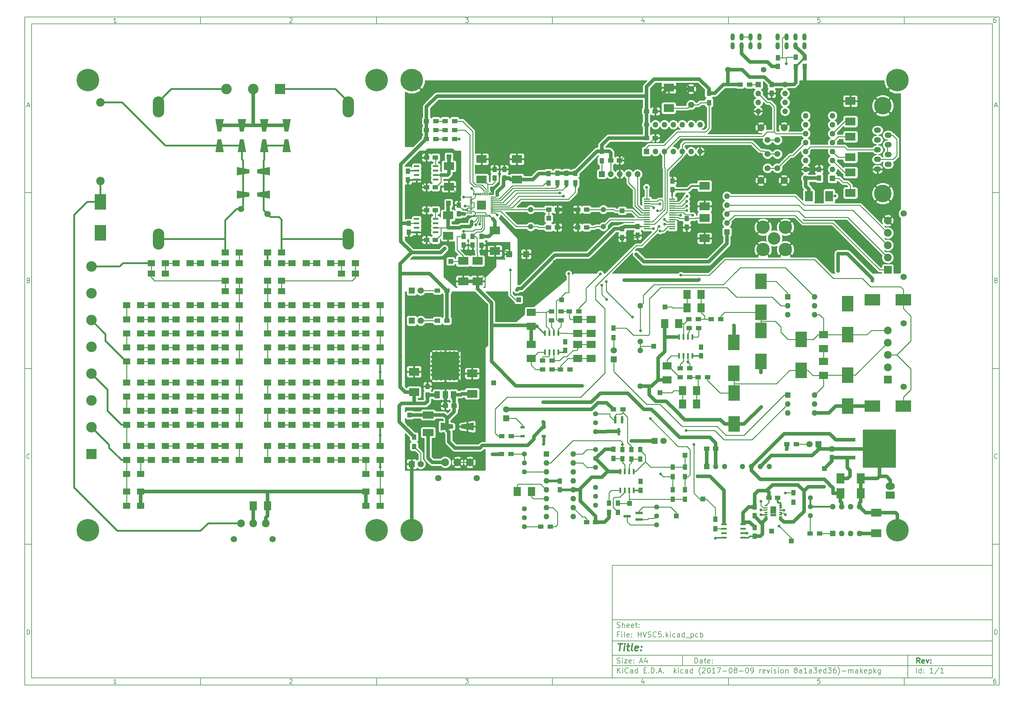
<source format=gbr>
G04 #@! TF.GenerationSoftware,KiCad,Pcbnew,(2017-08-09 revision 8a1a3ed36)-makepkg*
G04 #@! TF.CreationDate,2018-06-18T14:06:25+02:00*
G04 #@! TF.ProjectId,HVSC5,48565343352E6B696361645F70636200,rev?*
G04 #@! TF.SameCoordinates,Original*
G04 #@! TF.FileFunction,Copper,L1,Top,Signal*
G04 #@! TF.FilePolarity,Positive*
%FSLAX46Y46*%
G04 Gerber Fmt 4.6, Leading zero omitted, Abs format (unit mm)*
G04 Created by KiCad (PCBNEW (2017-08-09 revision 8a1a3ed36)-makepkg) date 06/18/18 14:06:25*
%MOMM*%
%LPD*%
G01*
G04 APERTURE LIST*
%ADD10C,0.100000*%
%ADD11C,0.150000*%
%ADD12C,0.300000*%
%ADD13C,0.400000*%
%ADD14C,1.750000*%
%ADD15R,2.000000X1.700000*%
%ADD16R,1.500000X1.300000*%
%ADD17R,0.600000X1.550000*%
%ADD18R,1.250000X1.500000*%
%ADD19R,1.500000X2.000000*%
%ADD20R,7.600000X8.000000*%
%ADD21R,2.500000X2.000000*%
%ADD22R,1.350000X1.350000*%
%ADD23R,4.500000X3.300000*%
%ADD24R,3.300000X4.500000*%
%ADD25C,2.000000*%
%ADD26C,1.700000*%
%ADD27C,1.440000*%
%ADD28O,1.600000X1.600000*%
%ADD29R,1.600000X1.600000*%
%ADD30R,1.550000X0.600000*%
%ADD31R,0.700000X2.000000*%
%ADD32R,2.000000X0.700000*%
%ADD33R,3.000000X2.200000*%
%ADD34R,2.200000X3.000000*%
%ADD35C,1.600000*%
%ADD36R,2.500000X2.500000*%
%ADD37R,0.299720X0.800000*%
%ADD38R,0.800000X0.299720*%
%ADD39R,0.825000X0.712500*%
%ADD40R,0.890000X0.350000*%
%ADD41C,2.200000*%
%ADD42R,2.200000X2.200000*%
%ADD43C,1.800000*%
%ADD44R,1.750000X0.300000*%
%ADD45C,1.676868*%
%ADD46O,1.700000X1.700000*%
%ADD47R,1.700000X1.700000*%
%ADD48R,2.000000X2.500000*%
%ADD49R,4.550000X5.250000*%
%ADD50R,9.400000X10.800000*%
%ADD51R,4.600000X1.100000*%
%ADD52O,2.600000X2.000000*%
%ADD53R,2.600000X2.000000*%
%ADD54R,1.500000X1.250000*%
%ADD55R,1.800000X1.800000*%
%ADD56R,3.150000X2.000000*%
%ADD57O,3.250000X6.000000*%
%ADD58C,6.400000*%
%ADD59C,0.800000*%
%ADD60C,3.810000*%
%ADD61C,3.556000*%
%ADD62C,5.001260*%
%ADD63O,1.998980X1.501140*%
%ADD64R,3.000000X3.000000*%
%ADD65C,3.000000*%
%ADD66R,1.750000X1.700000*%
%ADD67R,1.300000X1.500000*%
%ADD68O,2.400000X2.400000*%
%ADD69C,2.400000*%
%ADD70O,1.200000X2.000000*%
%ADD71O,1.500000X1.500000*%
%ADD72R,1.500000X1.500000*%
%ADD73R,1.200000X0.800000*%
%ADD74C,1.500000*%
%ADD75C,1.000000*%
%ADD76C,0.500000*%
%ADD77C,0.250000*%
%ADD78C,0.800000*%
%ADD79C,0.254000*%
G04 APERTURE END LIST*
D10*
D11*
X177002200Y-166007200D02*
X177002200Y-198007200D01*
X285002200Y-198007200D01*
X285002200Y-166007200D01*
X177002200Y-166007200D01*
D10*
D11*
X10000000Y-10000000D02*
X10000000Y-200007200D01*
X287002200Y-200007200D01*
X287002200Y-10000000D01*
X10000000Y-10000000D01*
D10*
D11*
X12000000Y-12000000D02*
X12000000Y-198007200D01*
X285002200Y-198007200D01*
X285002200Y-12000000D01*
X12000000Y-12000000D01*
D10*
D11*
X60000000Y-12000000D02*
X60000000Y-10000000D01*
D10*
D11*
X110000000Y-12000000D02*
X110000000Y-10000000D01*
D10*
D11*
X160000000Y-12000000D02*
X160000000Y-10000000D01*
D10*
D11*
X210000000Y-12000000D02*
X210000000Y-10000000D01*
D10*
D11*
X260000000Y-12000000D02*
X260000000Y-10000000D01*
D10*
D11*
X36065476Y-11588095D02*
X35322619Y-11588095D01*
X35694047Y-11588095D02*
X35694047Y-10288095D01*
X35570238Y-10473809D01*
X35446428Y-10597619D01*
X35322619Y-10659523D01*
D10*
D11*
X85322619Y-10411904D02*
X85384523Y-10350000D01*
X85508333Y-10288095D01*
X85817857Y-10288095D01*
X85941666Y-10350000D01*
X86003571Y-10411904D01*
X86065476Y-10535714D01*
X86065476Y-10659523D01*
X86003571Y-10845238D01*
X85260714Y-11588095D01*
X86065476Y-11588095D01*
D10*
D11*
X135260714Y-10288095D02*
X136065476Y-10288095D01*
X135632142Y-10783333D01*
X135817857Y-10783333D01*
X135941666Y-10845238D01*
X136003571Y-10907142D01*
X136065476Y-11030952D01*
X136065476Y-11340476D01*
X136003571Y-11464285D01*
X135941666Y-11526190D01*
X135817857Y-11588095D01*
X135446428Y-11588095D01*
X135322619Y-11526190D01*
X135260714Y-11464285D01*
D10*
D11*
X185941666Y-10721428D02*
X185941666Y-11588095D01*
X185632142Y-10226190D02*
X185322619Y-11154761D01*
X186127380Y-11154761D01*
D10*
D11*
X236003571Y-10288095D02*
X235384523Y-10288095D01*
X235322619Y-10907142D01*
X235384523Y-10845238D01*
X235508333Y-10783333D01*
X235817857Y-10783333D01*
X235941666Y-10845238D01*
X236003571Y-10907142D01*
X236065476Y-11030952D01*
X236065476Y-11340476D01*
X236003571Y-11464285D01*
X235941666Y-11526190D01*
X235817857Y-11588095D01*
X235508333Y-11588095D01*
X235384523Y-11526190D01*
X235322619Y-11464285D01*
D10*
D11*
X285941666Y-10288095D02*
X285694047Y-10288095D01*
X285570238Y-10350000D01*
X285508333Y-10411904D01*
X285384523Y-10597619D01*
X285322619Y-10845238D01*
X285322619Y-11340476D01*
X285384523Y-11464285D01*
X285446428Y-11526190D01*
X285570238Y-11588095D01*
X285817857Y-11588095D01*
X285941666Y-11526190D01*
X286003571Y-11464285D01*
X286065476Y-11340476D01*
X286065476Y-11030952D01*
X286003571Y-10907142D01*
X285941666Y-10845238D01*
X285817857Y-10783333D01*
X285570238Y-10783333D01*
X285446428Y-10845238D01*
X285384523Y-10907142D01*
X285322619Y-11030952D01*
D10*
D11*
X60000000Y-198007200D02*
X60000000Y-200007200D01*
D10*
D11*
X110000000Y-198007200D02*
X110000000Y-200007200D01*
D10*
D11*
X160000000Y-198007200D02*
X160000000Y-200007200D01*
D10*
D11*
X210000000Y-198007200D02*
X210000000Y-200007200D01*
D10*
D11*
X260000000Y-198007200D02*
X260000000Y-200007200D01*
D10*
D11*
X36065476Y-199595295D02*
X35322619Y-199595295D01*
X35694047Y-199595295D02*
X35694047Y-198295295D01*
X35570238Y-198481009D01*
X35446428Y-198604819D01*
X35322619Y-198666723D01*
D10*
D11*
X85322619Y-198419104D02*
X85384523Y-198357200D01*
X85508333Y-198295295D01*
X85817857Y-198295295D01*
X85941666Y-198357200D01*
X86003571Y-198419104D01*
X86065476Y-198542914D01*
X86065476Y-198666723D01*
X86003571Y-198852438D01*
X85260714Y-199595295D01*
X86065476Y-199595295D01*
D10*
D11*
X135260714Y-198295295D02*
X136065476Y-198295295D01*
X135632142Y-198790533D01*
X135817857Y-198790533D01*
X135941666Y-198852438D01*
X136003571Y-198914342D01*
X136065476Y-199038152D01*
X136065476Y-199347676D01*
X136003571Y-199471485D01*
X135941666Y-199533390D01*
X135817857Y-199595295D01*
X135446428Y-199595295D01*
X135322619Y-199533390D01*
X135260714Y-199471485D01*
D10*
D11*
X185941666Y-198728628D02*
X185941666Y-199595295D01*
X185632142Y-198233390D02*
X185322619Y-199161961D01*
X186127380Y-199161961D01*
D10*
D11*
X236003571Y-198295295D02*
X235384523Y-198295295D01*
X235322619Y-198914342D01*
X235384523Y-198852438D01*
X235508333Y-198790533D01*
X235817857Y-198790533D01*
X235941666Y-198852438D01*
X236003571Y-198914342D01*
X236065476Y-199038152D01*
X236065476Y-199347676D01*
X236003571Y-199471485D01*
X235941666Y-199533390D01*
X235817857Y-199595295D01*
X235508333Y-199595295D01*
X235384523Y-199533390D01*
X235322619Y-199471485D01*
D10*
D11*
X285941666Y-198295295D02*
X285694047Y-198295295D01*
X285570238Y-198357200D01*
X285508333Y-198419104D01*
X285384523Y-198604819D01*
X285322619Y-198852438D01*
X285322619Y-199347676D01*
X285384523Y-199471485D01*
X285446428Y-199533390D01*
X285570238Y-199595295D01*
X285817857Y-199595295D01*
X285941666Y-199533390D01*
X286003571Y-199471485D01*
X286065476Y-199347676D01*
X286065476Y-199038152D01*
X286003571Y-198914342D01*
X285941666Y-198852438D01*
X285817857Y-198790533D01*
X285570238Y-198790533D01*
X285446428Y-198852438D01*
X285384523Y-198914342D01*
X285322619Y-199038152D01*
D10*
D11*
X10000000Y-60000000D02*
X12000000Y-60000000D01*
D10*
D11*
X10000000Y-110000000D02*
X12000000Y-110000000D01*
D10*
D11*
X10000000Y-160000000D02*
X12000000Y-160000000D01*
D10*
D11*
X10690476Y-35216666D02*
X11309523Y-35216666D01*
X10566666Y-35588095D02*
X11000000Y-34288095D01*
X11433333Y-35588095D01*
D10*
D11*
X11092857Y-84907142D02*
X11278571Y-84969047D01*
X11340476Y-85030952D01*
X11402380Y-85154761D01*
X11402380Y-85340476D01*
X11340476Y-85464285D01*
X11278571Y-85526190D01*
X11154761Y-85588095D01*
X10659523Y-85588095D01*
X10659523Y-84288095D01*
X11092857Y-84288095D01*
X11216666Y-84350000D01*
X11278571Y-84411904D01*
X11340476Y-84535714D01*
X11340476Y-84659523D01*
X11278571Y-84783333D01*
X11216666Y-84845238D01*
X11092857Y-84907142D01*
X10659523Y-84907142D01*
D10*
D11*
X11402380Y-135464285D02*
X11340476Y-135526190D01*
X11154761Y-135588095D01*
X11030952Y-135588095D01*
X10845238Y-135526190D01*
X10721428Y-135402380D01*
X10659523Y-135278571D01*
X10597619Y-135030952D01*
X10597619Y-134845238D01*
X10659523Y-134597619D01*
X10721428Y-134473809D01*
X10845238Y-134350000D01*
X11030952Y-134288095D01*
X11154761Y-134288095D01*
X11340476Y-134350000D01*
X11402380Y-134411904D01*
D10*
D11*
X10659523Y-185588095D02*
X10659523Y-184288095D01*
X10969047Y-184288095D01*
X11154761Y-184350000D01*
X11278571Y-184473809D01*
X11340476Y-184597619D01*
X11402380Y-184845238D01*
X11402380Y-185030952D01*
X11340476Y-185278571D01*
X11278571Y-185402380D01*
X11154761Y-185526190D01*
X10969047Y-185588095D01*
X10659523Y-185588095D01*
D10*
D11*
X287002200Y-60000000D02*
X285002200Y-60000000D01*
D10*
D11*
X287002200Y-110000000D02*
X285002200Y-110000000D01*
D10*
D11*
X287002200Y-160000000D02*
X285002200Y-160000000D01*
D10*
D11*
X285692676Y-35216666D02*
X286311723Y-35216666D01*
X285568866Y-35588095D02*
X286002200Y-34288095D01*
X286435533Y-35588095D01*
D10*
D11*
X286095057Y-84907142D02*
X286280771Y-84969047D01*
X286342676Y-85030952D01*
X286404580Y-85154761D01*
X286404580Y-85340476D01*
X286342676Y-85464285D01*
X286280771Y-85526190D01*
X286156961Y-85588095D01*
X285661723Y-85588095D01*
X285661723Y-84288095D01*
X286095057Y-84288095D01*
X286218866Y-84350000D01*
X286280771Y-84411904D01*
X286342676Y-84535714D01*
X286342676Y-84659523D01*
X286280771Y-84783333D01*
X286218866Y-84845238D01*
X286095057Y-84907142D01*
X285661723Y-84907142D01*
D10*
D11*
X286404580Y-135464285D02*
X286342676Y-135526190D01*
X286156961Y-135588095D01*
X286033152Y-135588095D01*
X285847438Y-135526190D01*
X285723628Y-135402380D01*
X285661723Y-135278571D01*
X285599819Y-135030952D01*
X285599819Y-134845238D01*
X285661723Y-134597619D01*
X285723628Y-134473809D01*
X285847438Y-134350000D01*
X286033152Y-134288095D01*
X286156961Y-134288095D01*
X286342676Y-134350000D01*
X286404580Y-134411904D01*
D10*
D11*
X285661723Y-185588095D02*
X285661723Y-184288095D01*
X285971247Y-184288095D01*
X286156961Y-184350000D01*
X286280771Y-184473809D01*
X286342676Y-184597619D01*
X286404580Y-184845238D01*
X286404580Y-185030952D01*
X286342676Y-185278571D01*
X286280771Y-185402380D01*
X286156961Y-185526190D01*
X285971247Y-185588095D01*
X285661723Y-185588095D01*
D10*
D11*
X200434342Y-193785771D02*
X200434342Y-192285771D01*
X200791485Y-192285771D01*
X201005771Y-192357200D01*
X201148628Y-192500057D01*
X201220057Y-192642914D01*
X201291485Y-192928628D01*
X201291485Y-193142914D01*
X201220057Y-193428628D01*
X201148628Y-193571485D01*
X201005771Y-193714342D01*
X200791485Y-193785771D01*
X200434342Y-193785771D01*
X202577200Y-193785771D02*
X202577200Y-193000057D01*
X202505771Y-192857200D01*
X202362914Y-192785771D01*
X202077200Y-192785771D01*
X201934342Y-192857200D01*
X202577200Y-193714342D02*
X202434342Y-193785771D01*
X202077200Y-193785771D01*
X201934342Y-193714342D01*
X201862914Y-193571485D01*
X201862914Y-193428628D01*
X201934342Y-193285771D01*
X202077200Y-193214342D01*
X202434342Y-193214342D01*
X202577200Y-193142914D01*
X203077200Y-192785771D02*
X203648628Y-192785771D01*
X203291485Y-192285771D02*
X203291485Y-193571485D01*
X203362914Y-193714342D01*
X203505771Y-193785771D01*
X203648628Y-193785771D01*
X204720057Y-193714342D02*
X204577200Y-193785771D01*
X204291485Y-193785771D01*
X204148628Y-193714342D01*
X204077200Y-193571485D01*
X204077200Y-193000057D01*
X204148628Y-192857200D01*
X204291485Y-192785771D01*
X204577200Y-192785771D01*
X204720057Y-192857200D01*
X204791485Y-193000057D01*
X204791485Y-193142914D01*
X204077200Y-193285771D01*
X205434342Y-193642914D02*
X205505771Y-193714342D01*
X205434342Y-193785771D01*
X205362914Y-193714342D01*
X205434342Y-193642914D01*
X205434342Y-193785771D01*
X205434342Y-192857200D02*
X205505771Y-192928628D01*
X205434342Y-193000057D01*
X205362914Y-192928628D01*
X205434342Y-192857200D01*
X205434342Y-193000057D01*
D10*
D11*
X177002200Y-194507200D02*
X285002200Y-194507200D01*
D10*
D11*
X178434342Y-196585771D02*
X178434342Y-195085771D01*
X179291485Y-196585771D02*
X178648628Y-195728628D01*
X179291485Y-195085771D02*
X178434342Y-195942914D01*
X179934342Y-196585771D02*
X179934342Y-195585771D01*
X179934342Y-195085771D02*
X179862914Y-195157200D01*
X179934342Y-195228628D01*
X180005771Y-195157200D01*
X179934342Y-195085771D01*
X179934342Y-195228628D01*
X181505771Y-196442914D02*
X181434342Y-196514342D01*
X181220057Y-196585771D01*
X181077200Y-196585771D01*
X180862914Y-196514342D01*
X180720057Y-196371485D01*
X180648628Y-196228628D01*
X180577200Y-195942914D01*
X180577200Y-195728628D01*
X180648628Y-195442914D01*
X180720057Y-195300057D01*
X180862914Y-195157200D01*
X181077200Y-195085771D01*
X181220057Y-195085771D01*
X181434342Y-195157200D01*
X181505771Y-195228628D01*
X182791485Y-196585771D02*
X182791485Y-195800057D01*
X182720057Y-195657200D01*
X182577200Y-195585771D01*
X182291485Y-195585771D01*
X182148628Y-195657200D01*
X182791485Y-196514342D02*
X182648628Y-196585771D01*
X182291485Y-196585771D01*
X182148628Y-196514342D01*
X182077200Y-196371485D01*
X182077200Y-196228628D01*
X182148628Y-196085771D01*
X182291485Y-196014342D01*
X182648628Y-196014342D01*
X182791485Y-195942914D01*
X184148628Y-196585771D02*
X184148628Y-195085771D01*
X184148628Y-196514342D02*
X184005771Y-196585771D01*
X183720057Y-196585771D01*
X183577200Y-196514342D01*
X183505771Y-196442914D01*
X183434342Y-196300057D01*
X183434342Y-195871485D01*
X183505771Y-195728628D01*
X183577200Y-195657200D01*
X183720057Y-195585771D01*
X184005771Y-195585771D01*
X184148628Y-195657200D01*
X186005771Y-195800057D02*
X186505771Y-195800057D01*
X186720057Y-196585771D02*
X186005771Y-196585771D01*
X186005771Y-195085771D01*
X186720057Y-195085771D01*
X187362914Y-196442914D02*
X187434342Y-196514342D01*
X187362914Y-196585771D01*
X187291485Y-196514342D01*
X187362914Y-196442914D01*
X187362914Y-196585771D01*
X188077200Y-196585771D02*
X188077200Y-195085771D01*
X188434342Y-195085771D01*
X188648628Y-195157200D01*
X188791485Y-195300057D01*
X188862914Y-195442914D01*
X188934342Y-195728628D01*
X188934342Y-195942914D01*
X188862914Y-196228628D01*
X188791485Y-196371485D01*
X188648628Y-196514342D01*
X188434342Y-196585771D01*
X188077200Y-196585771D01*
X189577200Y-196442914D02*
X189648628Y-196514342D01*
X189577200Y-196585771D01*
X189505771Y-196514342D01*
X189577200Y-196442914D01*
X189577200Y-196585771D01*
X190220057Y-196157200D02*
X190934342Y-196157200D01*
X190077200Y-196585771D02*
X190577200Y-195085771D01*
X191077200Y-196585771D01*
X191577200Y-196442914D02*
X191648628Y-196514342D01*
X191577200Y-196585771D01*
X191505771Y-196514342D01*
X191577200Y-196442914D01*
X191577200Y-196585771D01*
X194577200Y-196585771D02*
X194577200Y-195085771D01*
X194720057Y-196014342D02*
X195148628Y-196585771D01*
X195148628Y-195585771D02*
X194577200Y-196157200D01*
X195791485Y-196585771D02*
X195791485Y-195585771D01*
X195791485Y-195085771D02*
X195720057Y-195157200D01*
X195791485Y-195228628D01*
X195862914Y-195157200D01*
X195791485Y-195085771D01*
X195791485Y-195228628D01*
X197148628Y-196514342D02*
X197005771Y-196585771D01*
X196720057Y-196585771D01*
X196577200Y-196514342D01*
X196505771Y-196442914D01*
X196434342Y-196300057D01*
X196434342Y-195871485D01*
X196505771Y-195728628D01*
X196577200Y-195657200D01*
X196720057Y-195585771D01*
X197005771Y-195585771D01*
X197148628Y-195657200D01*
X198434342Y-196585771D02*
X198434342Y-195800057D01*
X198362914Y-195657200D01*
X198220057Y-195585771D01*
X197934342Y-195585771D01*
X197791485Y-195657200D01*
X198434342Y-196514342D02*
X198291485Y-196585771D01*
X197934342Y-196585771D01*
X197791485Y-196514342D01*
X197720057Y-196371485D01*
X197720057Y-196228628D01*
X197791485Y-196085771D01*
X197934342Y-196014342D01*
X198291485Y-196014342D01*
X198434342Y-195942914D01*
X199791485Y-196585771D02*
X199791485Y-195085771D01*
X199791485Y-196514342D02*
X199648628Y-196585771D01*
X199362914Y-196585771D01*
X199220057Y-196514342D01*
X199148628Y-196442914D01*
X199077200Y-196300057D01*
X199077200Y-195871485D01*
X199148628Y-195728628D01*
X199220057Y-195657200D01*
X199362914Y-195585771D01*
X199648628Y-195585771D01*
X199791485Y-195657200D01*
X202077200Y-197157200D02*
X202005771Y-197085771D01*
X201862914Y-196871485D01*
X201791485Y-196728628D01*
X201720057Y-196514342D01*
X201648628Y-196157200D01*
X201648628Y-195871485D01*
X201720057Y-195514342D01*
X201791485Y-195300057D01*
X201862914Y-195157200D01*
X202005771Y-194942914D01*
X202077200Y-194871485D01*
X202577200Y-195228628D02*
X202648628Y-195157200D01*
X202791485Y-195085771D01*
X203148628Y-195085771D01*
X203291485Y-195157200D01*
X203362914Y-195228628D01*
X203434342Y-195371485D01*
X203434342Y-195514342D01*
X203362914Y-195728628D01*
X202505771Y-196585771D01*
X203434342Y-196585771D01*
X204362914Y-195085771D02*
X204505771Y-195085771D01*
X204648628Y-195157200D01*
X204720057Y-195228628D01*
X204791485Y-195371485D01*
X204862914Y-195657200D01*
X204862914Y-196014342D01*
X204791485Y-196300057D01*
X204720057Y-196442914D01*
X204648628Y-196514342D01*
X204505771Y-196585771D01*
X204362914Y-196585771D01*
X204220057Y-196514342D01*
X204148628Y-196442914D01*
X204077200Y-196300057D01*
X204005771Y-196014342D01*
X204005771Y-195657200D01*
X204077200Y-195371485D01*
X204148628Y-195228628D01*
X204220057Y-195157200D01*
X204362914Y-195085771D01*
X206291485Y-196585771D02*
X205434342Y-196585771D01*
X205862914Y-196585771D02*
X205862914Y-195085771D01*
X205720057Y-195300057D01*
X205577200Y-195442914D01*
X205434342Y-195514342D01*
X206791485Y-195085771D02*
X207791485Y-195085771D01*
X207148628Y-196585771D01*
X208362914Y-196014342D02*
X209505771Y-196014342D01*
X210505771Y-195085771D02*
X210648628Y-195085771D01*
X210791485Y-195157200D01*
X210862914Y-195228628D01*
X210934342Y-195371485D01*
X211005771Y-195657200D01*
X211005771Y-196014342D01*
X210934342Y-196300057D01*
X210862914Y-196442914D01*
X210791485Y-196514342D01*
X210648628Y-196585771D01*
X210505771Y-196585771D01*
X210362914Y-196514342D01*
X210291485Y-196442914D01*
X210220057Y-196300057D01*
X210148628Y-196014342D01*
X210148628Y-195657200D01*
X210220057Y-195371485D01*
X210291485Y-195228628D01*
X210362914Y-195157200D01*
X210505771Y-195085771D01*
X211862914Y-195728628D02*
X211720057Y-195657200D01*
X211648628Y-195585771D01*
X211577200Y-195442914D01*
X211577200Y-195371485D01*
X211648628Y-195228628D01*
X211720057Y-195157200D01*
X211862914Y-195085771D01*
X212148628Y-195085771D01*
X212291485Y-195157200D01*
X212362914Y-195228628D01*
X212434342Y-195371485D01*
X212434342Y-195442914D01*
X212362914Y-195585771D01*
X212291485Y-195657200D01*
X212148628Y-195728628D01*
X211862914Y-195728628D01*
X211720057Y-195800057D01*
X211648628Y-195871485D01*
X211577200Y-196014342D01*
X211577200Y-196300057D01*
X211648628Y-196442914D01*
X211720057Y-196514342D01*
X211862914Y-196585771D01*
X212148628Y-196585771D01*
X212291485Y-196514342D01*
X212362914Y-196442914D01*
X212434342Y-196300057D01*
X212434342Y-196014342D01*
X212362914Y-195871485D01*
X212291485Y-195800057D01*
X212148628Y-195728628D01*
X213077200Y-196014342D02*
X214220057Y-196014342D01*
X215220057Y-195085771D02*
X215362914Y-195085771D01*
X215505771Y-195157200D01*
X215577200Y-195228628D01*
X215648628Y-195371485D01*
X215720057Y-195657200D01*
X215720057Y-196014342D01*
X215648628Y-196300057D01*
X215577200Y-196442914D01*
X215505771Y-196514342D01*
X215362914Y-196585771D01*
X215220057Y-196585771D01*
X215077200Y-196514342D01*
X215005771Y-196442914D01*
X214934342Y-196300057D01*
X214862914Y-196014342D01*
X214862914Y-195657200D01*
X214934342Y-195371485D01*
X215005771Y-195228628D01*
X215077200Y-195157200D01*
X215220057Y-195085771D01*
X216434342Y-196585771D02*
X216720057Y-196585771D01*
X216862914Y-196514342D01*
X216934342Y-196442914D01*
X217077200Y-196228628D01*
X217148628Y-195942914D01*
X217148628Y-195371485D01*
X217077200Y-195228628D01*
X217005771Y-195157200D01*
X216862914Y-195085771D01*
X216577200Y-195085771D01*
X216434342Y-195157200D01*
X216362914Y-195228628D01*
X216291485Y-195371485D01*
X216291485Y-195728628D01*
X216362914Y-195871485D01*
X216434342Y-195942914D01*
X216577200Y-196014342D01*
X216862914Y-196014342D01*
X217005771Y-195942914D01*
X217077200Y-195871485D01*
X217148628Y-195728628D01*
X218934342Y-196585771D02*
X218934342Y-195585771D01*
X218934342Y-195871485D02*
X219005771Y-195728628D01*
X219077200Y-195657200D01*
X219220057Y-195585771D01*
X219362914Y-195585771D01*
X220434342Y-196514342D02*
X220291485Y-196585771D01*
X220005771Y-196585771D01*
X219862914Y-196514342D01*
X219791485Y-196371485D01*
X219791485Y-195800057D01*
X219862914Y-195657200D01*
X220005771Y-195585771D01*
X220291485Y-195585771D01*
X220434342Y-195657200D01*
X220505771Y-195800057D01*
X220505771Y-195942914D01*
X219791485Y-196085771D01*
X221005771Y-195585771D02*
X221362914Y-196585771D01*
X221720057Y-195585771D01*
X222291485Y-196585771D02*
X222291485Y-195585771D01*
X222291485Y-195085771D02*
X222220057Y-195157200D01*
X222291485Y-195228628D01*
X222362914Y-195157200D01*
X222291485Y-195085771D01*
X222291485Y-195228628D01*
X222934342Y-196514342D02*
X223077200Y-196585771D01*
X223362914Y-196585771D01*
X223505771Y-196514342D01*
X223577200Y-196371485D01*
X223577200Y-196300057D01*
X223505771Y-196157200D01*
X223362914Y-196085771D01*
X223148628Y-196085771D01*
X223005771Y-196014342D01*
X222934342Y-195871485D01*
X222934342Y-195800057D01*
X223005771Y-195657200D01*
X223148628Y-195585771D01*
X223362914Y-195585771D01*
X223505771Y-195657200D01*
X224220057Y-196585771D02*
X224220057Y-195585771D01*
X224220057Y-195085771D02*
X224148628Y-195157200D01*
X224220057Y-195228628D01*
X224291485Y-195157200D01*
X224220057Y-195085771D01*
X224220057Y-195228628D01*
X225148628Y-196585771D02*
X225005771Y-196514342D01*
X224934342Y-196442914D01*
X224862914Y-196300057D01*
X224862914Y-195871485D01*
X224934342Y-195728628D01*
X225005771Y-195657200D01*
X225148628Y-195585771D01*
X225362914Y-195585771D01*
X225505771Y-195657200D01*
X225577200Y-195728628D01*
X225648628Y-195871485D01*
X225648628Y-196300057D01*
X225577200Y-196442914D01*
X225505771Y-196514342D01*
X225362914Y-196585771D01*
X225148628Y-196585771D01*
X226291485Y-195585771D02*
X226291485Y-196585771D01*
X226291485Y-195728628D02*
X226362914Y-195657200D01*
X226505771Y-195585771D01*
X226720057Y-195585771D01*
X226862914Y-195657200D01*
X226934342Y-195800057D01*
X226934342Y-196585771D01*
X229005771Y-195728628D02*
X228862914Y-195657200D01*
X228791485Y-195585771D01*
X228720057Y-195442914D01*
X228720057Y-195371485D01*
X228791485Y-195228628D01*
X228862914Y-195157200D01*
X229005771Y-195085771D01*
X229291485Y-195085771D01*
X229434342Y-195157200D01*
X229505771Y-195228628D01*
X229577200Y-195371485D01*
X229577200Y-195442914D01*
X229505771Y-195585771D01*
X229434342Y-195657200D01*
X229291485Y-195728628D01*
X229005771Y-195728628D01*
X228862914Y-195800057D01*
X228791485Y-195871485D01*
X228720057Y-196014342D01*
X228720057Y-196300057D01*
X228791485Y-196442914D01*
X228862914Y-196514342D01*
X229005771Y-196585771D01*
X229291485Y-196585771D01*
X229434342Y-196514342D01*
X229505771Y-196442914D01*
X229577200Y-196300057D01*
X229577200Y-196014342D01*
X229505771Y-195871485D01*
X229434342Y-195800057D01*
X229291485Y-195728628D01*
X230862914Y-196585771D02*
X230862914Y-195800057D01*
X230791485Y-195657200D01*
X230648628Y-195585771D01*
X230362914Y-195585771D01*
X230220057Y-195657200D01*
X230862914Y-196514342D02*
X230720057Y-196585771D01*
X230362914Y-196585771D01*
X230220057Y-196514342D01*
X230148628Y-196371485D01*
X230148628Y-196228628D01*
X230220057Y-196085771D01*
X230362914Y-196014342D01*
X230720057Y-196014342D01*
X230862914Y-195942914D01*
X232362914Y-196585771D02*
X231505771Y-196585771D01*
X231934342Y-196585771D02*
X231934342Y-195085771D01*
X231791485Y-195300057D01*
X231648628Y-195442914D01*
X231505771Y-195514342D01*
X233648628Y-196585771D02*
X233648628Y-195800057D01*
X233577200Y-195657200D01*
X233434342Y-195585771D01*
X233148628Y-195585771D01*
X233005771Y-195657200D01*
X233648628Y-196514342D02*
X233505771Y-196585771D01*
X233148628Y-196585771D01*
X233005771Y-196514342D01*
X232934342Y-196371485D01*
X232934342Y-196228628D01*
X233005771Y-196085771D01*
X233148628Y-196014342D01*
X233505771Y-196014342D01*
X233648628Y-195942914D01*
X234220057Y-195085771D02*
X235148628Y-195085771D01*
X234648628Y-195657200D01*
X234862914Y-195657200D01*
X235005771Y-195728628D01*
X235077200Y-195800057D01*
X235148628Y-195942914D01*
X235148628Y-196300057D01*
X235077200Y-196442914D01*
X235005771Y-196514342D01*
X234862914Y-196585771D01*
X234434342Y-196585771D01*
X234291485Y-196514342D01*
X234220057Y-196442914D01*
X236362914Y-196514342D02*
X236220057Y-196585771D01*
X235934342Y-196585771D01*
X235791485Y-196514342D01*
X235720057Y-196371485D01*
X235720057Y-195800057D01*
X235791485Y-195657200D01*
X235934342Y-195585771D01*
X236220057Y-195585771D01*
X236362914Y-195657200D01*
X236434342Y-195800057D01*
X236434342Y-195942914D01*
X235720057Y-196085771D01*
X237720057Y-196585771D02*
X237720057Y-195085771D01*
X237720057Y-196514342D02*
X237577200Y-196585771D01*
X237291485Y-196585771D01*
X237148628Y-196514342D01*
X237077200Y-196442914D01*
X237005771Y-196300057D01*
X237005771Y-195871485D01*
X237077200Y-195728628D01*
X237148628Y-195657200D01*
X237291485Y-195585771D01*
X237577200Y-195585771D01*
X237720057Y-195657200D01*
X238291485Y-195085771D02*
X239220057Y-195085771D01*
X238720057Y-195657200D01*
X238934342Y-195657200D01*
X239077200Y-195728628D01*
X239148628Y-195800057D01*
X239220057Y-195942914D01*
X239220057Y-196300057D01*
X239148628Y-196442914D01*
X239077200Y-196514342D01*
X238934342Y-196585771D01*
X238505771Y-196585771D01*
X238362914Y-196514342D01*
X238291485Y-196442914D01*
X240505771Y-195085771D02*
X240220057Y-195085771D01*
X240077200Y-195157200D01*
X240005771Y-195228628D01*
X239862914Y-195442914D01*
X239791485Y-195728628D01*
X239791485Y-196300057D01*
X239862914Y-196442914D01*
X239934342Y-196514342D01*
X240077200Y-196585771D01*
X240362914Y-196585771D01*
X240505771Y-196514342D01*
X240577200Y-196442914D01*
X240648628Y-196300057D01*
X240648628Y-195942914D01*
X240577200Y-195800057D01*
X240505771Y-195728628D01*
X240362914Y-195657200D01*
X240077200Y-195657200D01*
X239934342Y-195728628D01*
X239862914Y-195800057D01*
X239791485Y-195942914D01*
X241148628Y-197157200D02*
X241220057Y-197085771D01*
X241362914Y-196871485D01*
X241434342Y-196728628D01*
X241505771Y-196514342D01*
X241577199Y-196157200D01*
X241577199Y-195871485D01*
X241505771Y-195514342D01*
X241434342Y-195300057D01*
X241362914Y-195157200D01*
X241220057Y-194942914D01*
X241148628Y-194871485D01*
X242291485Y-196014342D02*
X243434342Y-196014342D01*
X244148628Y-196585771D02*
X244148628Y-195585771D01*
X244148628Y-195728628D02*
X244220057Y-195657200D01*
X244362914Y-195585771D01*
X244577199Y-195585771D01*
X244720057Y-195657200D01*
X244791485Y-195800057D01*
X244791485Y-196585771D01*
X244791485Y-195800057D02*
X244862914Y-195657200D01*
X245005771Y-195585771D01*
X245220057Y-195585771D01*
X245362914Y-195657200D01*
X245434342Y-195800057D01*
X245434342Y-196585771D01*
X246791485Y-196585771D02*
X246791485Y-195800057D01*
X246720057Y-195657200D01*
X246577200Y-195585771D01*
X246291485Y-195585771D01*
X246148628Y-195657200D01*
X246791485Y-196514342D02*
X246648628Y-196585771D01*
X246291485Y-196585771D01*
X246148628Y-196514342D01*
X246077200Y-196371485D01*
X246077200Y-196228628D01*
X246148628Y-196085771D01*
X246291485Y-196014342D01*
X246648628Y-196014342D01*
X246791485Y-195942914D01*
X247505771Y-196585771D02*
X247505771Y-195085771D01*
X247648628Y-196014342D02*
X248077200Y-196585771D01*
X248077200Y-195585771D02*
X247505771Y-196157200D01*
X249291485Y-196514342D02*
X249148628Y-196585771D01*
X248862914Y-196585771D01*
X248720057Y-196514342D01*
X248648628Y-196371485D01*
X248648628Y-195800057D01*
X248720057Y-195657200D01*
X248862914Y-195585771D01*
X249148628Y-195585771D01*
X249291485Y-195657200D01*
X249362914Y-195800057D01*
X249362914Y-195942914D01*
X248648628Y-196085771D01*
X250005771Y-195585771D02*
X250005771Y-197085771D01*
X250005771Y-195657200D02*
X250148628Y-195585771D01*
X250434342Y-195585771D01*
X250577200Y-195657200D01*
X250648628Y-195728628D01*
X250720057Y-195871485D01*
X250720057Y-196300057D01*
X250648628Y-196442914D01*
X250577200Y-196514342D01*
X250434342Y-196585771D01*
X250148628Y-196585771D01*
X250005771Y-196514342D01*
X251362914Y-196585771D02*
X251362914Y-195085771D01*
X251505771Y-196014342D02*
X251934342Y-196585771D01*
X251934342Y-195585771D02*
X251362914Y-196157200D01*
X253220057Y-195585771D02*
X253220057Y-196800057D01*
X253148628Y-196942914D01*
X253077199Y-197014342D01*
X252934342Y-197085771D01*
X252720057Y-197085771D01*
X252577199Y-197014342D01*
X253220057Y-196514342D02*
X253077199Y-196585771D01*
X252791485Y-196585771D01*
X252648628Y-196514342D01*
X252577199Y-196442914D01*
X252505771Y-196300057D01*
X252505771Y-195871485D01*
X252577199Y-195728628D01*
X252648628Y-195657200D01*
X252791485Y-195585771D01*
X253077199Y-195585771D01*
X253220057Y-195657200D01*
D10*
D11*
X177002200Y-191507200D02*
X285002200Y-191507200D01*
D10*
D12*
X264411485Y-193785771D02*
X263911485Y-193071485D01*
X263554342Y-193785771D02*
X263554342Y-192285771D01*
X264125771Y-192285771D01*
X264268628Y-192357200D01*
X264340057Y-192428628D01*
X264411485Y-192571485D01*
X264411485Y-192785771D01*
X264340057Y-192928628D01*
X264268628Y-193000057D01*
X264125771Y-193071485D01*
X263554342Y-193071485D01*
X265625771Y-193714342D02*
X265482914Y-193785771D01*
X265197200Y-193785771D01*
X265054342Y-193714342D01*
X264982914Y-193571485D01*
X264982914Y-193000057D01*
X265054342Y-192857200D01*
X265197200Y-192785771D01*
X265482914Y-192785771D01*
X265625771Y-192857200D01*
X265697200Y-193000057D01*
X265697200Y-193142914D01*
X264982914Y-193285771D01*
X266197200Y-192785771D02*
X266554342Y-193785771D01*
X266911485Y-192785771D01*
X267482914Y-193642914D02*
X267554342Y-193714342D01*
X267482914Y-193785771D01*
X267411485Y-193714342D01*
X267482914Y-193642914D01*
X267482914Y-193785771D01*
X267482914Y-192857200D02*
X267554342Y-192928628D01*
X267482914Y-193000057D01*
X267411485Y-192928628D01*
X267482914Y-192857200D01*
X267482914Y-193000057D01*
D10*
D11*
X178362914Y-193714342D02*
X178577200Y-193785771D01*
X178934342Y-193785771D01*
X179077200Y-193714342D01*
X179148628Y-193642914D01*
X179220057Y-193500057D01*
X179220057Y-193357200D01*
X179148628Y-193214342D01*
X179077200Y-193142914D01*
X178934342Y-193071485D01*
X178648628Y-193000057D01*
X178505771Y-192928628D01*
X178434342Y-192857200D01*
X178362914Y-192714342D01*
X178362914Y-192571485D01*
X178434342Y-192428628D01*
X178505771Y-192357200D01*
X178648628Y-192285771D01*
X179005771Y-192285771D01*
X179220057Y-192357200D01*
X179862914Y-193785771D02*
X179862914Y-192785771D01*
X179862914Y-192285771D02*
X179791485Y-192357200D01*
X179862914Y-192428628D01*
X179934342Y-192357200D01*
X179862914Y-192285771D01*
X179862914Y-192428628D01*
X180434342Y-192785771D02*
X181220057Y-192785771D01*
X180434342Y-193785771D01*
X181220057Y-193785771D01*
X182362914Y-193714342D02*
X182220057Y-193785771D01*
X181934342Y-193785771D01*
X181791485Y-193714342D01*
X181720057Y-193571485D01*
X181720057Y-193000057D01*
X181791485Y-192857200D01*
X181934342Y-192785771D01*
X182220057Y-192785771D01*
X182362914Y-192857200D01*
X182434342Y-193000057D01*
X182434342Y-193142914D01*
X181720057Y-193285771D01*
X183077200Y-193642914D02*
X183148628Y-193714342D01*
X183077200Y-193785771D01*
X183005771Y-193714342D01*
X183077200Y-193642914D01*
X183077200Y-193785771D01*
X183077200Y-192857200D02*
X183148628Y-192928628D01*
X183077200Y-193000057D01*
X183005771Y-192928628D01*
X183077200Y-192857200D01*
X183077200Y-193000057D01*
X184862914Y-193357200D02*
X185577200Y-193357200D01*
X184720057Y-193785771D02*
X185220057Y-192285771D01*
X185720057Y-193785771D01*
X186862914Y-192785771D02*
X186862914Y-193785771D01*
X186505771Y-192214342D02*
X186148628Y-193285771D01*
X187077200Y-193285771D01*
D10*
D11*
X263434342Y-196585771D02*
X263434342Y-195085771D01*
X264791485Y-196585771D02*
X264791485Y-195085771D01*
X264791485Y-196514342D02*
X264648628Y-196585771D01*
X264362914Y-196585771D01*
X264220057Y-196514342D01*
X264148628Y-196442914D01*
X264077200Y-196300057D01*
X264077200Y-195871485D01*
X264148628Y-195728628D01*
X264220057Y-195657200D01*
X264362914Y-195585771D01*
X264648628Y-195585771D01*
X264791485Y-195657200D01*
X265505771Y-196442914D02*
X265577200Y-196514342D01*
X265505771Y-196585771D01*
X265434342Y-196514342D01*
X265505771Y-196442914D01*
X265505771Y-196585771D01*
X265505771Y-195657200D02*
X265577200Y-195728628D01*
X265505771Y-195800057D01*
X265434342Y-195728628D01*
X265505771Y-195657200D01*
X265505771Y-195800057D01*
X268148628Y-196585771D02*
X267291485Y-196585771D01*
X267720057Y-196585771D02*
X267720057Y-195085771D01*
X267577200Y-195300057D01*
X267434342Y-195442914D01*
X267291485Y-195514342D01*
X269862914Y-195014342D02*
X268577200Y-196942914D01*
X271148628Y-196585771D02*
X270291485Y-196585771D01*
X270720057Y-196585771D02*
X270720057Y-195085771D01*
X270577200Y-195300057D01*
X270434342Y-195442914D01*
X270291485Y-195514342D01*
D10*
D11*
X177002200Y-187507200D02*
X285002200Y-187507200D01*
D10*
D13*
X178714580Y-188211961D02*
X179857438Y-188211961D01*
X179036009Y-190211961D02*
X179286009Y-188211961D01*
X180274104Y-190211961D02*
X180440771Y-188878628D01*
X180524104Y-188211961D02*
X180416961Y-188307200D01*
X180500295Y-188402438D01*
X180607438Y-188307200D01*
X180524104Y-188211961D01*
X180500295Y-188402438D01*
X181107438Y-188878628D02*
X181869342Y-188878628D01*
X181476485Y-188211961D02*
X181262200Y-189926247D01*
X181333628Y-190116723D01*
X181512200Y-190211961D01*
X181702676Y-190211961D01*
X182655057Y-190211961D02*
X182476485Y-190116723D01*
X182405057Y-189926247D01*
X182619342Y-188211961D01*
X184190771Y-190116723D02*
X183988390Y-190211961D01*
X183607438Y-190211961D01*
X183428866Y-190116723D01*
X183357438Y-189926247D01*
X183452676Y-189164342D01*
X183571723Y-188973866D01*
X183774104Y-188878628D01*
X184155057Y-188878628D01*
X184333628Y-188973866D01*
X184405057Y-189164342D01*
X184381247Y-189354819D01*
X183405057Y-189545295D01*
X185155057Y-190021485D02*
X185238390Y-190116723D01*
X185131247Y-190211961D01*
X185047914Y-190116723D01*
X185155057Y-190021485D01*
X185131247Y-190211961D01*
X185286009Y-188973866D02*
X185369342Y-189069104D01*
X185262200Y-189164342D01*
X185178866Y-189069104D01*
X185286009Y-188973866D01*
X185262200Y-189164342D01*
D10*
D11*
X178934342Y-185600057D02*
X178434342Y-185600057D01*
X178434342Y-186385771D02*
X178434342Y-184885771D01*
X179148628Y-184885771D01*
X179720057Y-186385771D02*
X179720057Y-185385771D01*
X179720057Y-184885771D02*
X179648628Y-184957200D01*
X179720057Y-185028628D01*
X179791485Y-184957200D01*
X179720057Y-184885771D01*
X179720057Y-185028628D01*
X180648628Y-186385771D02*
X180505771Y-186314342D01*
X180434342Y-186171485D01*
X180434342Y-184885771D01*
X181791485Y-186314342D02*
X181648628Y-186385771D01*
X181362914Y-186385771D01*
X181220057Y-186314342D01*
X181148628Y-186171485D01*
X181148628Y-185600057D01*
X181220057Y-185457200D01*
X181362914Y-185385771D01*
X181648628Y-185385771D01*
X181791485Y-185457200D01*
X181862914Y-185600057D01*
X181862914Y-185742914D01*
X181148628Y-185885771D01*
X182505771Y-186242914D02*
X182577200Y-186314342D01*
X182505771Y-186385771D01*
X182434342Y-186314342D01*
X182505771Y-186242914D01*
X182505771Y-186385771D01*
X182505771Y-185457200D02*
X182577200Y-185528628D01*
X182505771Y-185600057D01*
X182434342Y-185528628D01*
X182505771Y-185457200D01*
X182505771Y-185600057D01*
X184362914Y-186385771D02*
X184362914Y-184885771D01*
X184362914Y-185600057D02*
X185220057Y-185600057D01*
X185220057Y-186385771D02*
X185220057Y-184885771D01*
X185720057Y-184885771D02*
X186220057Y-186385771D01*
X186720057Y-184885771D01*
X187148628Y-186314342D02*
X187362914Y-186385771D01*
X187720057Y-186385771D01*
X187862914Y-186314342D01*
X187934342Y-186242914D01*
X188005771Y-186100057D01*
X188005771Y-185957200D01*
X187934342Y-185814342D01*
X187862914Y-185742914D01*
X187720057Y-185671485D01*
X187434342Y-185600057D01*
X187291485Y-185528628D01*
X187220057Y-185457200D01*
X187148628Y-185314342D01*
X187148628Y-185171485D01*
X187220057Y-185028628D01*
X187291485Y-184957200D01*
X187434342Y-184885771D01*
X187791485Y-184885771D01*
X188005771Y-184957200D01*
X189505771Y-186242914D02*
X189434342Y-186314342D01*
X189220057Y-186385771D01*
X189077200Y-186385771D01*
X188862914Y-186314342D01*
X188720057Y-186171485D01*
X188648628Y-186028628D01*
X188577200Y-185742914D01*
X188577200Y-185528628D01*
X188648628Y-185242914D01*
X188720057Y-185100057D01*
X188862914Y-184957200D01*
X189077200Y-184885771D01*
X189220057Y-184885771D01*
X189434342Y-184957200D01*
X189505771Y-185028628D01*
X190862914Y-184885771D02*
X190148628Y-184885771D01*
X190077200Y-185600057D01*
X190148628Y-185528628D01*
X190291485Y-185457200D01*
X190648628Y-185457200D01*
X190791485Y-185528628D01*
X190862914Y-185600057D01*
X190934342Y-185742914D01*
X190934342Y-186100057D01*
X190862914Y-186242914D01*
X190791485Y-186314342D01*
X190648628Y-186385771D01*
X190291485Y-186385771D01*
X190148628Y-186314342D01*
X190077200Y-186242914D01*
X191577200Y-186242914D02*
X191648628Y-186314342D01*
X191577200Y-186385771D01*
X191505771Y-186314342D01*
X191577200Y-186242914D01*
X191577200Y-186385771D01*
X192291485Y-186385771D02*
X192291485Y-184885771D01*
X192434342Y-185814342D02*
X192862914Y-186385771D01*
X192862914Y-185385771D02*
X192291485Y-185957200D01*
X193505771Y-186385771D02*
X193505771Y-185385771D01*
X193505771Y-184885771D02*
X193434342Y-184957200D01*
X193505771Y-185028628D01*
X193577200Y-184957200D01*
X193505771Y-184885771D01*
X193505771Y-185028628D01*
X194862914Y-186314342D02*
X194720057Y-186385771D01*
X194434342Y-186385771D01*
X194291485Y-186314342D01*
X194220057Y-186242914D01*
X194148628Y-186100057D01*
X194148628Y-185671485D01*
X194220057Y-185528628D01*
X194291485Y-185457200D01*
X194434342Y-185385771D01*
X194720057Y-185385771D01*
X194862914Y-185457200D01*
X196148628Y-186385771D02*
X196148628Y-185600057D01*
X196077200Y-185457200D01*
X195934342Y-185385771D01*
X195648628Y-185385771D01*
X195505771Y-185457200D01*
X196148628Y-186314342D02*
X196005771Y-186385771D01*
X195648628Y-186385771D01*
X195505771Y-186314342D01*
X195434342Y-186171485D01*
X195434342Y-186028628D01*
X195505771Y-185885771D01*
X195648628Y-185814342D01*
X196005771Y-185814342D01*
X196148628Y-185742914D01*
X197505771Y-186385771D02*
X197505771Y-184885771D01*
X197505771Y-186314342D02*
X197362914Y-186385771D01*
X197077200Y-186385771D01*
X196934342Y-186314342D01*
X196862914Y-186242914D01*
X196791485Y-186100057D01*
X196791485Y-185671485D01*
X196862914Y-185528628D01*
X196934342Y-185457200D01*
X197077200Y-185385771D01*
X197362914Y-185385771D01*
X197505771Y-185457200D01*
X197862914Y-186528628D02*
X199005771Y-186528628D01*
X199362914Y-185385771D02*
X199362914Y-186885771D01*
X199362914Y-185457200D02*
X199505771Y-185385771D01*
X199791485Y-185385771D01*
X199934342Y-185457200D01*
X200005771Y-185528628D01*
X200077200Y-185671485D01*
X200077200Y-186100057D01*
X200005771Y-186242914D01*
X199934342Y-186314342D01*
X199791485Y-186385771D01*
X199505771Y-186385771D01*
X199362914Y-186314342D01*
X201362914Y-186314342D02*
X201220057Y-186385771D01*
X200934342Y-186385771D01*
X200791485Y-186314342D01*
X200720057Y-186242914D01*
X200648628Y-186100057D01*
X200648628Y-185671485D01*
X200720057Y-185528628D01*
X200791485Y-185457200D01*
X200934342Y-185385771D01*
X201220057Y-185385771D01*
X201362914Y-185457200D01*
X202005771Y-186385771D02*
X202005771Y-184885771D01*
X202005771Y-185457200D02*
X202148628Y-185385771D01*
X202434342Y-185385771D01*
X202577200Y-185457200D01*
X202648628Y-185528628D01*
X202720057Y-185671485D01*
X202720057Y-186100057D01*
X202648628Y-186242914D01*
X202577200Y-186314342D01*
X202434342Y-186385771D01*
X202148628Y-186385771D01*
X202005771Y-186314342D01*
D10*
D11*
X177002200Y-181507200D02*
X285002200Y-181507200D01*
D10*
D11*
X178362914Y-183614342D02*
X178577200Y-183685771D01*
X178934342Y-183685771D01*
X179077200Y-183614342D01*
X179148628Y-183542914D01*
X179220057Y-183400057D01*
X179220057Y-183257200D01*
X179148628Y-183114342D01*
X179077200Y-183042914D01*
X178934342Y-182971485D01*
X178648628Y-182900057D01*
X178505771Y-182828628D01*
X178434342Y-182757200D01*
X178362914Y-182614342D01*
X178362914Y-182471485D01*
X178434342Y-182328628D01*
X178505771Y-182257200D01*
X178648628Y-182185771D01*
X179005771Y-182185771D01*
X179220057Y-182257200D01*
X179862914Y-183685771D02*
X179862914Y-182185771D01*
X180505771Y-183685771D02*
X180505771Y-182900057D01*
X180434342Y-182757200D01*
X180291485Y-182685771D01*
X180077200Y-182685771D01*
X179934342Y-182757200D01*
X179862914Y-182828628D01*
X181791485Y-183614342D02*
X181648628Y-183685771D01*
X181362914Y-183685771D01*
X181220057Y-183614342D01*
X181148628Y-183471485D01*
X181148628Y-182900057D01*
X181220057Y-182757200D01*
X181362914Y-182685771D01*
X181648628Y-182685771D01*
X181791485Y-182757200D01*
X181862914Y-182900057D01*
X181862914Y-183042914D01*
X181148628Y-183185771D01*
X183077200Y-183614342D02*
X182934342Y-183685771D01*
X182648628Y-183685771D01*
X182505771Y-183614342D01*
X182434342Y-183471485D01*
X182434342Y-182900057D01*
X182505771Y-182757200D01*
X182648628Y-182685771D01*
X182934342Y-182685771D01*
X183077200Y-182757200D01*
X183148628Y-182900057D01*
X183148628Y-183042914D01*
X182434342Y-183185771D01*
X183577200Y-182685771D02*
X184148628Y-182685771D01*
X183791485Y-182185771D02*
X183791485Y-183471485D01*
X183862914Y-183614342D01*
X184005771Y-183685771D01*
X184148628Y-183685771D01*
X184648628Y-183542914D02*
X184720057Y-183614342D01*
X184648628Y-183685771D01*
X184577200Y-183614342D01*
X184648628Y-183542914D01*
X184648628Y-183685771D01*
X184648628Y-182757200D02*
X184720057Y-182828628D01*
X184648628Y-182900057D01*
X184577200Y-182828628D01*
X184648628Y-182757200D01*
X184648628Y-182900057D01*
D10*
D11*
X197002200Y-191507200D02*
X197002200Y-194507200D01*
D10*
D11*
X261002200Y-191507200D02*
X261002200Y-198007200D01*
D14*
X199390000Y-34980000D03*
X199390000Y-30480000D03*
D15*
X60000000Y-100000000D03*
X64000000Y-100000000D03*
X93000000Y-132000000D03*
X97000000Y-132000000D03*
D16*
X129506000Y-39624000D03*
X132206000Y-39624000D03*
X132206000Y-44704000D03*
X129506000Y-44704000D03*
X129506000Y-42164000D03*
X132206000Y-42164000D03*
D15*
X46000000Y-80000000D03*
X50000000Y-80000000D03*
X90000000Y-80000000D03*
X86000000Y-80000000D03*
X71000000Y-92000000D03*
X67000000Y-92000000D03*
X104000000Y-83000000D03*
X100000000Y-83000000D03*
X79000000Y-77000000D03*
X83000000Y-77000000D03*
X67000000Y-77000000D03*
X71000000Y-77000000D03*
X83000000Y-80000000D03*
X79000000Y-80000000D03*
X71000000Y-80000000D03*
X67000000Y-80000000D03*
X53000000Y-80000000D03*
X57000000Y-80000000D03*
X104000000Y-80000000D03*
X100000000Y-80000000D03*
X50000000Y-83000000D03*
X46000000Y-83000000D03*
X83000000Y-92000000D03*
X79000000Y-92000000D03*
X64000000Y-80000000D03*
X60000000Y-80000000D03*
X90000000Y-92000000D03*
X86000000Y-92000000D03*
X90000000Y-126000000D03*
X86000000Y-126000000D03*
X60000000Y-92000000D03*
X64000000Y-92000000D03*
X43000000Y-136000000D03*
X39000000Y-136000000D03*
X104000000Y-122000000D03*
X100000000Y-122000000D03*
X53000000Y-114000000D03*
X57000000Y-114000000D03*
X39000000Y-122000000D03*
X43000000Y-122000000D03*
X86000000Y-122000000D03*
X90000000Y-122000000D03*
X71000000Y-88000000D03*
X67000000Y-88000000D03*
X93000000Y-122000000D03*
X97000000Y-122000000D03*
X93000000Y-126000000D03*
X97000000Y-126000000D03*
X46000000Y-136000000D03*
X50000000Y-136000000D03*
X52650000Y-122000000D03*
X56650000Y-122000000D03*
X64000000Y-122000000D03*
X60000000Y-122000000D03*
X79000000Y-122000000D03*
X83000000Y-122000000D03*
X79000000Y-126000000D03*
X83000000Y-126000000D03*
X67000000Y-126000000D03*
X71000000Y-126000000D03*
X67000000Y-122000000D03*
X71000000Y-122000000D03*
X71000000Y-85000000D03*
X67000000Y-85000000D03*
X83000000Y-85000000D03*
X79000000Y-85000000D03*
X111000000Y-145000000D03*
X107000000Y-145000000D03*
X43000000Y-145000000D03*
X39000000Y-145000000D03*
X46000000Y-122000000D03*
X50000000Y-122000000D03*
X83000000Y-118000000D03*
X79000000Y-118000000D03*
X83000000Y-114000000D03*
X79000000Y-114000000D03*
X71000000Y-114000000D03*
X67000000Y-114000000D03*
X90000000Y-118000000D03*
X86000000Y-118000000D03*
X83000000Y-88000000D03*
X79000000Y-88000000D03*
X111000000Y-122000000D03*
X107000000Y-122000000D03*
X57000000Y-118000000D03*
X53000000Y-118000000D03*
X60000000Y-118000000D03*
X64000000Y-118000000D03*
X111000000Y-118000000D03*
X107000000Y-118000000D03*
X100000000Y-118000000D03*
X104000000Y-118000000D03*
X46000000Y-118000000D03*
X50000000Y-118000000D03*
X43000000Y-118000000D03*
X39000000Y-118000000D03*
X93000000Y-92000000D03*
X97000000Y-92000000D03*
X97000000Y-118000000D03*
X93000000Y-118000000D03*
X107000000Y-140000000D03*
X111000000Y-140000000D03*
X39000000Y-140000000D03*
X43000000Y-140000000D03*
X100000000Y-136000000D03*
X104000000Y-136000000D03*
X111000000Y-136000000D03*
X107000000Y-136000000D03*
X60000000Y-136000000D03*
X64000000Y-136000000D03*
X57000000Y-136000000D03*
X53000000Y-136000000D03*
X107000000Y-149000000D03*
X111000000Y-149000000D03*
X39000000Y-149000000D03*
X43000000Y-149000000D03*
X71000000Y-136000000D03*
X67000000Y-136000000D03*
X64000000Y-126000000D03*
X60000000Y-126000000D03*
X83000000Y-132000000D03*
X79000000Y-132000000D03*
X83000000Y-136000000D03*
X79000000Y-136000000D03*
X57000000Y-132000000D03*
X53000000Y-132000000D03*
X93000000Y-80000000D03*
X97000000Y-80000000D03*
X64000000Y-132000000D03*
X60000000Y-132000000D03*
X93000000Y-136000000D03*
X97000000Y-136000000D03*
X90000000Y-136000000D03*
X86000000Y-136000000D03*
X111000000Y-126000000D03*
X107000000Y-126000000D03*
X43000000Y-100000000D03*
X39000000Y-100000000D03*
X43000000Y-104000000D03*
X39000000Y-104000000D03*
X67000000Y-118000000D03*
X71000000Y-118000000D03*
X97000000Y-104000000D03*
X93000000Y-104000000D03*
X57000000Y-104000000D03*
X53000000Y-104000000D03*
X71000000Y-132000000D03*
X67000000Y-132000000D03*
X53000000Y-126000000D03*
X57000000Y-126000000D03*
X104000000Y-126000000D03*
X100000000Y-126000000D03*
X46000000Y-96000000D03*
X50000000Y-96000000D03*
X39000000Y-126000000D03*
X43000000Y-126000000D03*
X50000000Y-126000000D03*
X46000000Y-126000000D03*
X104000000Y-132000000D03*
X100000000Y-132000000D03*
X107000000Y-132000000D03*
X111000000Y-132000000D03*
X39000000Y-132000000D03*
X43000000Y-132000000D03*
X39000000Y-108000000D03*
X43000000Y-108000000D03*
X99966000Y-96000000D03*
X103966000Y-96000000D03*
X111000000Y-104000000D03*
X107000000Y-104000000D03*
X111000000Y-100000000D03*
X107000000Y-100000000D03*
X53000000Y-96000000D03*
X57000000Y-96000000D03*
X90000000Y-96000000D03*
X86000000Y-96000000D03*
X79000000Y-96000000D03*
X83000000Y-96000000D03*
X67000000Y-96000000D03*
X71000000Y-96000000D03*
X50000000Y-104000000D03*
X46000000Y-104000000D03*
X86000000Y-100000000D03*
X90000000Y-100000000D03*
X93000000Y-100000000D03*
X97000000Y-100000000D03*
X104000000Y-100000000D03*
X100000000Y-100000000D03*
X50000000Y-100000000D03*
X46000000Y-100000000D03*
X53000000Y-100000000D03*
X57000000Y-100000000D03*
X79000000Y-100000000D03*
X83000000Y-100000000D03*
X50000000Y-132000000D03*
X46000000Y-132000000D03*
X43000000Y-92000000D03*
X39000000Y-92000000D03*
X43000000Y-96000000D03*
X39000000Y-96000000D03*
X111000000Y-96000000D03*
X107000000Y-96000000D03*
X111000000Y-92000000D03*
X107000000Y-92000000D03*
X46000000Y-92000000D03*
X50000000Y-92000000D03*
X57000000Y-92000000D03*
X53000000Y-92000000D03*
X100000000Y-114000000D03*
X104000000Y-114000000D03*
X97000000Y-96000000D03*
X93000000Y-96000000D03*
X60000000Y-96000000D03*
X64000000Y-96000000D03*
X60000000Y-114000000D03*
X64000000Y-114000000D03*
X86000000Y-114000000D03*
X90000000Y-114000000D03*
X97000000Y-114000000D03*
X93000000Y-114000000D03*
X50000000Y-114000000D03*
X46000000Y-114000000D03*
X39000000Y-114000000D03*
X43000000Y-114000000D03*
X71000000Y-100000000D03*
X67000000Y-100000000D03*
X111000000Y-114000000D03*
X107000000Y-114000000D03*
X104000000Y-92000000D03*
X100000000Y-92000000D03*
X71000000Y-108000000D03*
X67000000Y-108000000D03*
X90000000Y-132000000D03*
X86000000Y-132000000D03*
X50000000Y-108000000D03*
X46000000Y-108000000D03*
X71000000Y-104000000D03*
X67000000Y-104000000D03*
X97000000Y-108000000D03*
X93000000Y-108000000D03*
X79000000Y-104000000D03*
X83000000Y-104000000D03*
X64000000Y-108000000D03*
X60000000Y-108000000D03*
X90000000Y-108000000D03*
X86000000Y-108000000D03*
X90000000Y-104000000D03*
X86000000Y-104000000D03*
X107000000Y-108000000D03*
X111000000Y-108000000D03*
X83000000Y-108000000D03*
X79000000Y-108000000D03*
X60000000Y-104000000D03*
X64000000Y-104000000D03*
X57000000Y-108000000D03*
X53000000Y-108000000D03*
X100000000Y-108000000D03*
X104000000Y-108000000D03*
X103886000Y-104000000D03*
X99886000Y-104000000D03*
D17*
X199755000Y-106395000D03*
X198485000Y-106395000D03*
X197215000Y-106395000D03*
X195945000Y-106395000D03*
X195945000Y-100995000D03*
X197215000Y-100995000D03*
X198485000Y-100995000D03*
X199755000Y-100995000D03*
X161671000Y-105316000D03*
X160401000Y-105316000D03*
X159131000Y-105316000D03*
X157861000Y-105316000D03*
X157861000Y-99916000D03*
X159131000Y-99916000D03*
X160401000Y-99916000D03*
X161671000Y-99916000D03*
D18*
X163576000Y-102382000D03*
X163576000Y-104882000D03*
D19*
X127240000Y-117420000D03*
X131840000Y-117420000D03*
X129540000Y-117420000D03*
D20*
X129540000Y-109270000D03*
D21*
X170942000Y-96044000D03*
X170942000Y-100044000D03*
X167132000Y-100044000D03*
X167132000Y-96044000D03*
X170942000Y-103156000D03*
X170942000Y-107156000D03*
X167132000Y-107156000D03*
X167132000Y-103156000D03*
X153924000Y-107156000D03*
X153924000Y-103156000D03*
X153924000Y-98012000D03*
X153924000Y-94012000D03*
D22*
X150368000Y-90424000D03*
X162560000Y-90424000D03*
D16*
X159846000Y-107696000D03*
X157146000Y-107696000D03*
X159846000Y-110236000D03*
X157146000Y-110236000D03*
X162386000Y-96266000D03*
X159686000Y-96266000D03*
X164926000Y-110236000D03*
X162226000Y-110236000D03*
X162386000Y-93726000D03*
X159686000Y-93726000D03*
X167466000Y-93726000D03*
X164766000Y-93726000D03*
D23*
X250870000Y-90424000D03*
X259670000Y-90424000D03*
X250870000Y-120650000D03*
X259670000Y-120650000D03*
D24*
X219250000Y-108000000D03*
X219250000Y-99200000D03*
X211500000Y-102600000D03*
X211500000Y-111400000D03*
X211630000Y-125780000D03*
X211630000Y-116980000D03*
X219250000Y-85230000D03*
X219250000Y-94030000D03*
D25*
X225800000Y-41500000D03*
X225800000Y-56500000D03*
X219200000Y-56500000D03*
X219200000Y-41500000D03*
D26*
X223900000Y-45000000D03*
X223900000Y-49000000D03*
X223900000Y-53000000D03*
X221100000Y-45000000D03*
X221100000Y-49000000D03*
X221100000Y-53000000D03*
D27*
X172240000Y-143824000D03*
X172240000Y-146364000D03*
X172240000Y-148904000D03*
D28*
X231950000Y-55880000D03*
X239570000Y-38100000D03*
X231950000Y-53340000D03*
X239570000Y-40640000D03*
X231950000Y-50800000D03*
X239570000Y-43180000D03*
X231950000Y-48260000D03*
X239570000Y-45720000D03*
X231950000Y-45720000D03*
X239570000Y-48260000D03*
X231950000Y-43180000D03*
X239570000Y-50800000D03*
X231950000Y-40640000D03*
X239570000Y-53340000D03*
X231950000Y-38100000D03*
D29*
X239570000Y-55880000D03*
D30*
X121382000Y-52451000D03*
X121382000Y-53721000D03*
X121382000Y-54991000D03*
X121382000Y-56261000D03*
X126782000Y-56261000D03*
X126782000Y-54991000D03*
X126782000Y-53721000D03*
X126782000Y-52451000D03*
X121382000Y-67437000D03*
X121382000Y-68707000D03*
X121382000Y-69977000D03*
X121382000Y-71247000D03*
X126782000Y-71247000D03*
X126782000Y-69977000D03*
X126782000Y-68707000D03*
X126782000Y-67437000D03*
D17*
X183055000Y-144670000D03*
X181785000Y-144670000D03*
X180515000Y-144670000D03*
X179245000Y-144670000D03*
X179245000Y-139270000D03*
X180515000Y-139270000D03*
X181785000Y-139270000D03*
X183055000Y-139270000D03*
D30*
X214140000Y-154305000D03*
X214140000Y-155575000D03*
X214140000Y-156845000D03*
X214140000Y-158115000D03*
X208740000Y-158115000D03*
X208740000Y-156845000D03*
X208740000Y-155575000D03*
X208740000Y-154305000D03*
D16*
X177340000Y-121650000D03*
X180040000Y-121650000D03*
D29*
X226870000Y-117570000D03*
D28*
X234490000Y-122650000D03*
X226870000Y-120110000D03*
X234490000Y-120110000D03*
X226870000Y-122650000D03*
X234490000Y-117570000D03*
X234490000Y-89630000D03*
X226870000Y-94710000D03*
X234490000Y-92170000D03*
X226870000Y-92170000D03*
X234490000Y-94710000D03*
D29*
X226870000Y-89630000D03*
D18*
X202184000Y-106406000D03*
X202184000Y-103906000D03*
X185039000Y-142133000D03*
X185039000Y-144633000D03*
D31*
X178816000Y-127938000D03*
X177866000Y-124538000D03*
X179766000Y-124538000D03*
D32*
X184580000Y-152969000D03*
X184580000Y-151069000D03*
X181180000Y-152019000D03*
D33*
X203200000Y-58060000D03*
X203200000Y-63860000D03*
X149860000Y-56240000D03*
X149860000Y-50440000D03*
X139830000Y-56240000D03*
X139830000Y-50440000D03*
X134620000Y-85196000D03*
X134620000Y-79396000D03*
X130302000Y-66442000D03*
X130302000Y-72242000D03*
X130556000Y-58272000D03*
X130556000Y-52472000D03*
X138684000Y-79396000D03*
X138684000Y-85196000D03*
D34*
X247614000Y-141224000D03*
X241814000Y-141224000D03*
X241814000Y-145510000D03*
X247614000Y-145510000D03*
D33*
X251968000Y-156824000D03*
X251968000Y-151024000D03*
X120650000Y-116710000D03*
X120650000Y-110910000D03*
X137160000Y-111370000D03*
X137160000Y-117170000D03*
X143640000Y-70760000D03*
X143640000Y-76560000D03*
X203200000Y-72930000D03*
X203200000Y-67130000D03*
X244650000Y-60050000D03*
X244650000Y-54250000D03*
D34*
X238660000Y-60960000D03*
X232860000Y-60960000D03*
D33*
X244650000Y-39730000D03*
X244650000Y-33930000D03*
X244650000Y-49890000D03*
X244650000Y-44090000D03*
X193040000Y-30120000D03*
X193040000Y-35920000D03*
D28*
X226060000Y-29210000D03*
X218440000Y-36830000D03*
X226060000Y-31750000D03*
X218440000Y-34290000D03*
X226060000Y-34290000D03*
X218440000Y-31750000D03*
X226060000Y-36830000D03*
D29*
X218440000Y-29210000D03*
D28*
X209840000Y-25000000D03*
D35*
X220000000Y-25000000D03*
D36*
X139830000Y-63500000D03*
D37*
X137579560Y-60400260D03*
X138079940Y-60400260D03*
X138580320Y-60400260D03*
X139080700Y-60400260D03*
X139581080Y-60400260D03*
X140078920Y-60400260D03*
X140579300Y-60400260D03*
X141079680Y-60400260D03*
X141580060Y-60400260D03*
X142080440Y-60400260D03*
D38*
X142805280Y-61249560D03*
X142805280Y-61749940D03*
X142805280Y-62250320D03*
X142805280Y-62750700D03*
X142805280Y-63251080D03*
X142805280Y-63748920D03*
X142805280Y-64249300D03*
X142805280Y-64749680D03*
X142805280Y-65250060D03*
X142805280Y-65750440D03*
D37*
X142080440Y-66599740D03*
X141580060Y-66599740D03*
X141079680Y-66599740D03*
X140579300Y-66599740D03*
X140078920Y-66599740D03*
X139581080Y-66599740D03*
X139080700Y-66599740D03*
X138580320Y-66599740D03*
X138079940Y-66599740D03*
X137579560Y-66599740D03*
D38*
X136854720Y-65750440D03*
X136854720Y-65250060D03*
X136854720Y-64749680D03*
X136854720Y-64249300D03*
X136854720Y-63748920D03*
X136854720Y-63248540D03*
X136854720Y-62750700D03*
X136854720Y-62250320D03*
X136854720Y-61749940D03*
X136854720Y-61249560D03*
D39*
X222345500Y-149521250D03*
X222345500Y-150233750D03*
X222345500Y-150946250D03*
X222345500Y-151658750D03*
X223170500Y-149521250D03*
X223170500Y-150233750D03*
X223170500Y-150946250D03*
X223170500Y-151658750D03*
D40*
X224863000Y-148965000D03*
X224863000Y-149615000D03*
X224863000Y-150265000D03*
X224863000Y-150915000D03*
X224863000Y-151565000D03*
X224863000Y-152215000D03*
X220653000Y-152215000D03*
X220653000Y-151565000D03*
X220653000Y-150915000D03*
X220653000Y-150265000D03*
X220653000Y-149615000D03*
X220653000Y-148965000D03*
D41*
X255270000Y-99140000D03*
D42*
X255270000Y-113140000D03*
D43*
X259770000Y-97140000D03*
X259770000Y-115140000D03*
D41*
X255270000Y-102640000D03*
X255270000Y-106140000D03*
X255270000Y-109640000D03*
D28*
X186690000Y-40640000D03*
X201930000Y-48260000D03*
X189230000Y-40640000D03*
X199390000Y-48260000D03*
X191770000Y-40640000D03*
X196850000Y-48260000D03*
X194310000Y-40640000D03*
X194310000Y-48260000D03*
X196850000Y-40640000D03*
X191770000Y-48260000D03*
X199390000Y-40640000D03*
X189230000Y-48260000D03*
X201930000Y-40640000D03*
D29*
X186690000Y-48260000D03*
D44*
X194040000Y-61805000D03*
X194040000Y-62455000D03*
X194040000Y-63105000D03*
X194040000Y-63755000D03*
X194040000Y-64405000D03*
X194040000Y-65055000D03*
X194040000Y-65705000D03*
X194040000Y-66355000D03*
X194040000Y-67005000D03*
X194040000Y-67655000D03*
X194040000Y-68305000D03*
X194040000Y-68955000D03*
X194040000Y-69605000D03*
X194040000Y-70255000D03*
X186840000Y-70255000D03*
X186840000Y-69605000D03*
X186840000Y-68955000D03*
X186840000Y-68305000D03*
X186840000Y-67655000D03*
X186840000Y-67005000D03*
X186840000Y-66355000D03*
X186840000Y-65705000D03*
X186840000Y-65055000D03*
X186840000Y-64405000D03*
X186840000Y-63755000D03*
X186840000Y-63105000D03*
X186840000Y-62455000D03*
X186840000Y-61805000D03*
D41*
X255270000Y-67930000D03*
D42*
X255270000Y-81930000D03*
D43*
X259770000Y-65930000D03*
X259770000Y-83930000D03*
D41*
X255270000Y-71430000D03*
X255270000Y-74930000D03*
X255270000Y-78430000D03*
D45*
X84440000Y-46620000D03*
D10*
G36*
X85590000Y-48420000D02*
X83290000Y-48420000D01*
X83890000Y-44820000D01*
X84990000Y-44820000D01*
X85590000Y-48420000D01*
X85590000Y-48420000D01*
G37*
D45*
X84440000Y-40820000D03*
D10*
G36*
X83290000Y-39020000D02*
X85590000Y-39020000D01*
X84990000Y-42620000D01*
X83890000Y-42620000D01*
X83290000Y-39020000D01*
X83290000Y-39020000D01*
G37*
D46*
X184150000Y-54690000D03*
X181610000Y-54690000D03*
X179070000Y-54690000D03*
X176530000Y-54690000D03*
D47*
X173990000Y-54690000D03*
D35*
X184960000Y-115030000D03*
D28*
X184960000Y-104870000D03*
X184960000Y-92170000D03*
D35*
X184960000Y-102330000D03*
D21*
X237030000Y-104330000D03*
X237030000Y-100330000D03*
D48*
X198200000Y-92710000D03*
X202200000Y-92710000D03*
X202200000Y-88900000D03*
X198200000Y-88900000D03*
X150000000Y-145000000D03*
X154000000Y-145000000D03*
X200930000Y-116300000D03*
X196930000Y-116300000D03*
X196930000Y-120110000D03*
X200930000Y-120110000D03*
X191850000Y-97250000D03*
X195850000Y-97250000D03*
D21*
X237030000Y-107950000D03*
X237030000Y-111950000D03*
X192580000Y-113220000D03*
X192580000Y-109220000D03*
D28*
X239634000Y-149320000D03*
X247254000Y-156940000D03*
X242174000Y-149320000D03*
X244714000Y-156940000D03*
X244714000Y-149320000D03*
X242174000Y-156940000D03*
X247254000Y-149320000D03*
D29*
X239634000Y-156940000D03*
D49*
X250490000Y-135585000D03*
X255340000Y-130035000D03*
X250490000Y-130035000D03*
X255340000Y-135585000D03*
D50*
X252915000Y-132810000D03*
D51*
X243765000Y-135350000D03*
X243765000Y-130270000D03*
D52*
X256000000Y-143460000D03*
D53*
X256000000Y-146000000D03*
D18*
X137290000Y-72410000D03*
X137290000Y-74910000D03*
X139830000Y-74930000D03*
X139830000Y-72430000D03*
X133350000Y-66020000D03*
X133350000Y-63520000D03*
D54*
X158920000Y-64770000D03*
X161420000Y-64770000D03*
X161400000Y-69850000D03*
X158900000Y-69850000D03*
D18*
X134750000Y-74910000D03*
X134750000Y-72410000D03*
X143510000Y-55860000D03*
X143510000Y-53360000D03*
X146304000Y-53360000D03*
X146304000Y-55860000D03*
X119142000Y-71222000D03*
X119142000Y-68722000D03*
X118872000Y-56368000D03*
X118872000Y-53868000D03*
D54*
X126726000Y-64972000D03*
X124226000Y-64972000D03*
X124226000Y-49986000D03*
X126726000Y-49986000D03*
X126726000Y-73406000D03*
X124226000Y-73406000D03*
X126726000Y-58420000D03*
X124226000Y-58420000D03*
X179050000Y-50800000D03*
X176550000Y-50800000D03*
D18*
X235760000Y-55860000D03*
X235760000Y-53360000D03*
D54*
X189190000Y-44450000D03*
X186690000Y-44450000D03*
X189210000Y-36830000D03*
X186710000Y-36830000D03*
D18*
X162052000Y-142006000D03*
X162052000Y-144506000D03*
X184150000Y-69616000D03*
X184150000Y-72116000D03*
D54*
X169690000Y-64770000D03*
X167190000Y-64770000D03*
X167190000Y-69850000D03*
X169690000Y-69850000D03*
D18*
X179820000Y-72720000D03*
X179820000Y-70220000D03*
X194056000Y-59162000D03*
X194056000Y-56662000D03*
X198120000Y-67330000D03*
X198120000Y-69830000D03*
X224030000Y-24080000D03*
X224030000Y-21580000D03*
X222250000Y-29230000D03*
X222250000Y-31730000D03*
X231650000Y-21580000D03*
X231650000Y-24080000D03*
D54*
X132060000Y-120620000D03*
X129560000Y-120620000D03*
D18*
X124460000Y-115082000D03*
X124460000Y-117582000D03*
D54*
X206340000Y-132810000D03*
X203840000Y-132810000D03*
D18*
X217424000Y-157714000D03*
X217424000Y-155214000D03*
X217424000Y-151872000D03*
X217424000Y-149372000D03*
D54*
X221508000Y-146780000D03*
X224008000Y-146780000D03*
D18*
X239380000Y-135330000D03*
X239380000Y-132830000D03*
D48*
X75000000Y-149000000D03*
X79000000Y-149000000D03*
D54*
X169740000Y-153670000D03*
X172240000Y-153670000D03*
D43*
X122540000Y-96413826D03*
D55*
X120000000Y-96413826D03*
X120000000Y-87793826D03*
D43*
X122540000Y-87793826D03*
X122540000Y-137160000D03*
D55*
X120000000Y-137160000D03*
D43*
X233030000Y-131540000D03*
D55*
X235570000Y-131540000D03*
D24*
X31530000Y-62600000D03*
X31530000Y-71400000D03*
D55*
X146860000Y-124190000D03*
D43*
X146860000Y-121650000D03*
D55*
X188976000Y-130556000D03*
D43*
X191516000Y-130556000D03*
X177415001Y-104887500D03*
D55*
X177415001Y-107427500D03*
D24*
X243840000Y-100380000D03*
X243840000Y-91580000D03*
X230680000Y-101740000D03*
X230680000Y-110540000D03*
X243840000Y-120700000D03*
X243840000Y-111900000D03*
D56*
X124650000Y-128200000D03*
X124650000Y-123200000D03*
D57*
X102000000Y-35560000D03*
X102000000Y-73150000D03*
X48000000Y-73150000D03*
X48000000Y-35560000D03*
D58*
X28000000Y-156000000D03*
D59*
X30400000Y-156000000D03*
X29697056Y-157697056D03*
X28000000Y-158400000D03*
X26302944Y-157697056D03*
X25600000Y-156000000D03*
X26302944Y-154302944D03*
X28000000Y-153600000D03*
X29697056Y-154302944D03*
X121677056Y-154302944D03*
X119980000Y-153600000D03*
X118282944Y-154302944D03*
X117580000Y-156000000D03*
X118282944Y-157697056D03*
X119980000Y-158400000D03*
X121677056Y-157697056D03*
X122380000Y-156000000D03*
D58*
X119980000Y-156000000D03*
X110000000Y-156000000D03*
D59*
X112400000Y-156000000D03*
X111697056Y-157697056D03*
X110000000Y-158400000D03*
X108302944Y-157697056D03*
X107600000Y-156000000D03*
X108302944Y-154302944D03*
X110000000Y-153600000D03*
X111697056Y-154302944D03*
X29697056Y-26302944D03*
X28000000Y-25600000D03*
X26302944Y-26302944D03*
X25600000Y-28000000D03*
X26302944Y-29697056D03*
X28000000Y-30400000D03*
X29697056Y-29697056D03*
X30400000Y-28000000D03*
D58*
X28000000Y-28000000D03*
X110000000Y-28000000D03*
D59*
X112400000Y-28000000D03*
X111697056Y-29697056D03*
X110000000Y-30400000D03*
X108302944Y-29697056D03*
X107600000Y-28000000D03*
X108302944Y-26302944D03*
X110000000Y-25600000D03*
X111697056Y-26302944D03*
X259697056Y-26302944D03*
X258000000Y-25600000D03*
X256302944Y-26302944D03*
X255600000Y-28000000D03*
X256302944Y-29697056D03*
X258000000Y-30400000D03*
X259697056Y-29697056D03*
X260400000Y-28000000D03*
D58*
X258000000Y-28000000D03*
X257980000Y-156000000D03*
D59*
X260380000Y-156000000D03*
X259677056Y-157697056D03*
X257980000Y-158400000D03*
X256282944Y-157697056D03*
X255580000Y-156000000D03*
X256282944Y-154302944D03*
X257980000Y-153600000D03*
X259677056Y-154302944D03*
X121677056Y-26302944D03*
X119980000Y-25600000D03*
X118282944Y-26302944D03*
X117580000Y-28000000D03*
X118282944Y-29697056D03*
X119980000Y-30400000D03*
X121677056Y-29697056D03*
X122380000Y-28000000D03*
D58*
X119980000Y-28000000D03*
D22*
X158927800Y-67284600D03*
X131064000Y-79502000D03*
X130432000Y-62972000D03*
X130556000Y-49784000D03*
X179820000Y-65120000D03*
D60*
X219825000Y-69825000D03*
D61*
X223000000Y-73000000D03*
D60*
X226175000Y-69825000D03*
X219825000Y-76175000D03*
X226175000Y-76175000D03*
D62*
X253868000Y-35265740D03*
D63*
X252349080Y-47760000D03*
X252349080Y-44988860D03*
X252349080Y-42220260D03*
X252349080Y-50531140D03*
X252349080Y-53299740D03*
X255386920Y-51915440D03*
X255386920Y-49144300D03*
X255386920Y-46375700D03*
X255386920Y-43604560D03*
D62*
X253868000Y-60254260D03*
D43*
X138500000Y-141170000D03*
X127500000Y-141170000D03*
D41*
X136500000Y-136670000D03*
X133000000Y-136670000D03*
X129500000Y-136670000D03*
D22*
X119380000Y-123208000D03*
X143256000Y-114046000D03*
X202740000Y-147066000D03*
X222298000Y-156210000D03*
X227838000Y-159004000D03*
X237284000Y-138430000D03*
D64*
X82620000Y-30480000D03*
D65*
X75000000Y-30480000D03*
X67380000Y-30480000D03*
D41*
X71500000Y-154000000D03*
X75000000Y-154000000D03*
X78500000Y-154000000D03*
D43*
X69500000Y-158500000D03*
X80500000Y-158500000D03*
D64*
X29000000Y-134340000D03*
D65*
X29000000Y-126720000D03*
X29000000Y-119100000D03*
X29000000Y-111480000D03*
X29000000Y-103860000D03*
X29000000Y-96240000D03*
X29000000Y-88620000D03*
X29000000Y-81000000D03*
D22*
X195199000Y-151892000D03*
X197660000Y-134620000D03*
X181864000Y-148336000D03*
X188770000Y-103632000D03*
X192000000Y-92500000D03*
X190500000Y-116840000D03*
D66*
X147730000Y-77470000D03*
X152530000Y-77470000D03*
D16*
X124176000Y-44704000D03*
X126876000Y-44704000D03*
X124176000Y-39624000D03*
X126876000Y-39624000D03*
X124176000Y-42164000D03*
X126876000Y-42164000D03*
D67*
X158880000Y-54530000D03*
X158880000Y-57230000D03*
X161420000Y-57150000D03*
X161420000Y-54450000D03*
X163960000Y-54450000D03*
X163960000Y-57150000D03*
X166500000Y-54450000D03*
X166500000Y-57150000D03*
X173990000Y-48180000D03*
X173990000Y-50880000D03*
D16*
X127314730Y-96413826D03*
X130014730Y-96413826D03*
X127314730Y-87793826D03*
X130014730Y-87793826D03*
D67*
X204470000Y-31670000D03*
X204470000Y-34370000D03*
D16*
X215980000Y-29210000D03*
X213280000Y-29210000D03*
D67*
X229110000Y-21480000D03*
X229110000Y-24180000D03*
X120650000Y-132160000D03*
X120650000Y-129460000D03*
X206248000Y-152828000D03*
X206248000Y-155528000D03*
X228458000Y-148050000D03*
X228458000Y-145350000D03*
D16*
X235904000Y-156940000D03*
X233204000Y-156940000D03*
X226600000Y-131540000D03*
X229300000Y-131540000D03*
D68*
X31530000Y-34290000D03*
D69*
X31530000Y-56690000D03*
D16*
X145510000Y-134350000D03*
X148210000Y-134350000D03*
X159350000Y-155000000D03*
X156650000Y-155000000D03*
X145590000Y-129270000D03*
X148290000Y-129270000D03*
D67*
X176070000Y-148240000D03*
X176070000Y-150940000D03*
X179880000Y-135700000D03*
X179880000Y-133000000D03*
X182420000Y-133080000D03*
X182420000Y-135780000D03*
X177340000Y-132920000D03*
X177340000Y-135620000D03*
X184960000Y-135780000D03*
X184960000Y-133080000D03*
X178610000Y-148240000D03*
X178610000Y-150940000D03*
X194183000Y-140725137D03*
X194183000Y-138025137D03*
X194183000Y-144446000D03*
X194183000Y-147146000D03*
X197660000Y-140725137D03*
X197660000Y-138025137D03*
X197660000Y-147146000D03*
X197660000Y-144446000D03*
X177340000Y-98520000D03*
X177340000Y-101220000D03*
D16*
X205120000Y-95980000D03*
X207820000Y-95980000D03*
X201342000Y-112490000D03*
X204042000Y-112490000D03*
X198770000Y-95980000D03*
X201470000Y-95980000D03*
X198962000Y-112490000D03*
X196262000Y-112490000D03*
X198850000Y-98520000D03*
X201550000Y-98520000D03*
X198962000Y-109950000D03*
X196262000Y-109950000D03*
D28*
X209550000Y-60960000D03*
X209550000Y-63500000D03*
X209550000Y-66040000D03*
X209550000Y-68580000D03*
D29*
X209550000Y-71120000D03*
D27*
X233284000Y-151860000D03*
X233284000Y-149320000D03*
X233284000Y-146780000D03*
X152000000Y-149920000D03*
X152000000Y-152460000D03*
X152000000Y-155000000D03*
X152000000Y-134350000D03*
X152000000Y-136890000D03*
X152000000Y-139430000D03*
X172260000Y-133080000D03*
X172260000Y-135620000D03*
X172260000Y-138160000D03*
X172260000Y-122920000D03*
X172260000Y-125460000D03*
X172260000Y-128000000D03*
X189611000Y-149352000D03*
X189611000Y-151892000D03*
X189611000Y-154432000D03*
D70*
X231610000Y-15730000D03*
X231610000Y-18270000D03*
X229070000Y-15730000D03*
X229070000Y-18270000D03*
X226530000Y-15730000D03*
X226530000Y-18270000D03*
X223990000Y-15730000D03*
X223990000Y-18270000D03*
X211170000Y-18270000D03*
X211170000Y-15730000D03*
X213710000Y-18270000D03*
X213710000Y-15730000D03*
X216250000Y-18270000D03*
X216250000Y-15730000D03*
X218790000Y-18270000D03*
X218790000Y-15730000D03*
D71*
X216520000Y-137890000D03*
X213980000Y-137890000D03*
X219060000Y-137890000D03*
X206360000Y-137890000D03*
D72*
X203820000Y-137890000D03*
D71*
X208900000Y-137890000D03*
X221600000Y-137890000D03*
D28*
X165910000Y-134350000D03*
X158290000Y-152130000D03*
X165910000Y-136890000D03*
X158290000Y-149590000D03*
X165910000Y-139430000D03*
X158290000Y-147050000D03*
X165910000Y-141970000D03*
X158290000Y-144510000D03*
X165910000Y-144510000D03*
X158290000Y-141970000D03*
X165910000Y-147050000D03*
X158290000Y-139430000D03*
X165910000Y-149590000D03*
X158290000Y-136890000D03*
X165910000Y-152130000D03*
D29*
X158290000Y-134350000D03*
D73*
X157480000Y-129270000D03*
X151480000Y-129270000D03*
X151480000Y-126730000D03*
X157480000Y-126730000D03*
D43*
X71500000Y-64590000D03*
X79000000Y-66040000D03*
D45*
X71740000Y-46620000D03*
D10*
G36*
X72890000Y-48420000D02*
X70590000Y-48420000D01*
X71190000Y-44820000D01*
X72290000Y-44820000D01*
X72890000Y-48420000D01*
X72890000Y-48420000D01*
G37*
D45*
X71740000Y-40820000D03*
D10*
G36*
X70590000Y-39020000D02*
X72890000Y-39020000D01*
X72290000Y-42620000D01*
X71190000Y-42620000D01*
X70590000Y-39020000D01*
X70590000Y-39020000D01*
G37*
D45*
X78090000Y-46620000D03*
D10*
G36*
X79240000Y-48420000D02*
X76940000Y-48420000D01*
X77540000Y-44820000D01*
X78640000Y-44820000D01*
X79240000Y-48420000D01*
X79240000Y-48420000D01*
G37*
D45*
X78090000Y-40820000D03*
D10*
G36*
X76940000Y-39020000D02*
X79240000Y-39020000D01*
X78640000Y-42620000D01*
X77540000Y-42620000D01*
X76940000Y-39020000D01*
X76940000Y-39020000D01*
G37*
D45*
X65390000Y-46620000D03*
D10*
G36*
X66540000Y-48420000D02*
X64240000Y-48420000D01*
X64840000Y-44820000D01*
X65940000Y-44820000D01*
X66540000Y-48420000D01*
X66540000Y-48420000D01*
G37*
D45*
X65390000Y-40820000D03*
D10*
G36*
X64240000Y-39020000D02*
X66540000Y-39020000D01*
X65940000Y-42620000D01*
X64840000Y-42620000D01*
X64240000Y-39020000D01*
X64240000Y-39020000D01*
G37*
D45*
X72100000Y-60500000D03*
D10*
G36*
X70300000Y-61650000D02*
X70300000Y-59350000D01*
X73900000Y-59950000D01*
X73900000Y-61050000D01*
X70300000Y-61650000D01*
X70300000Y-61650000D01*
G37*
D45*
X77900000Y-60500000D03*
D10*
G36*
X79700000Y-59350000D02*
X79700000Y-61650000D01*
X76100000Y-61050000D01*
X76100000Y-59950000D01*
X79700000Y-59350000D01*
X79700000Y-59350000D01*
G37*
D45*
X77900000Y-53880000D03*
D10*
G36*
X79700000Y-52730000D02*
X79700000Y-55030000D01*
X76100000Y-54430000D01*
X76100000Y-53330000D01*
X79700000Y-52730000D01*
X79700000Y-52730000D01*
G37*
D45*
X72100000Y-53880000D03*
D10*
G36*
X70300000Y-55030000D02*
X70300000Y-52730000D01*
X73900000Y-53330000D01*
X73900000Y-54430000D01*
X70300000Y-55030000D01*
X70300000Y-55030000D01*
G37*
D74*
X153800000Y-69650000D03*
X153800000Y-64770000D03*
X174440000Y-64770000D03*
X174440000Y-69650000D03*
D45*
X135790000Y-126510000D03*
D10*
G36*
X137590000Y-125360000D02*
X137590000Y-127660000D01*
X133990000Y-127060000D01*
X133990000Y-125960000D01*
X137590000Y-125360000D01*
X137590000Y-125360000D01*
G37*
D45*
X129990000Y-126510000D03*
D10*
G36*
X128190000Y-127660000D02*
X128190000Y-125360000D01*
X131790000Y-125960000D01*
X131790000Y-127060000D01*
X128190000Y-127660000D01*
X128190000Y-127660000D01*
G37*
D59*
X31530000Y-71400000D03*
X120000000Y-134500000D03*
X122500000Y-131000000D03*
X138000000Y-134500000D03*
X135000000Y-134500000D03*
X251000000Y-39000000D03*
X183000000Y-40000000D03*
X197000000Y-38000000D03*
X201000000Y-38000000D03*
X194500000Y-33000000D03*
X214000000Y-35500000D03*
X216000000Y-35500000D03*
X229000000Y-57000000D03*
X222500000Y-54500000D03*
X219000000Y-49000000D03*
X219000000Y-53000000D03*
X216000000Y-52500000D03*
X216000000Y-49500000D03*
X213500000Y-52500000D03*
X213500000Y-49500000D03*
X211000000Y-52500000D03*
X211000000Y-49500000D03*
X215000000Y-57500000D03*
X213500000Y-56000000D03*
X213500000Y-54000000D03*
X213500000Y-51000000D03*
X213500000Y-48000000D03*
X219000000Y-51000000D03*
X216000000Y-51000000D03*
X176000000Y-77500000D03*
X177000000Y-79500000D03*
X174500000Y-82000000D03*
X174500000Y-79500000D03*
X120000000Y-106500000D03*
X123000000Y-106500000D03*
X120000000Y-102500000D03*
X123000000Y-102500000D03*
X120000000Y-99500000D03*
X123000000Y-100000000D03*
X126500000Y-102500000D03*
X137000000Y-107000000D03*
X140000000Y-105000000D03*
X137000000Y-105000000D03*
X137000000Y-102500000D03*
X134000000Y-102500000D03*
X131500000Y-102500000D03*
X160502680Y-79502680D03*
X169500000Y-79500000D03*
X132080000Y-113030000D03*
X130810000Y-113030000D03*
X129540000Y-113030000D03*
X128270000Y-113030000D03*
X127000000Y-113030000D03*
X125730000Y-111760000D03*
X125730000Y-110490000D03*
X125730000Y-109220000D03*
X125730000Y-107950000D03*
X125730000Y-106680000D03*
X133350000Y-111760000D03*
X133350000Y-110490000D03*
X133350000Y-109220000D03*
X133350000Y-107950000D03*
X133350000Y-106680000D03*
X132080000Y-105410000D03*
X130810000Y-105410000D03*
X129540000Y-105410000D03*
X128270000Y-105410000D03*
X127000000Y-105410000D03*
X130810000Y-111760000D03*
X128270000Y-110490000D03*
X129540000Y-110490000D03*
X130810000Y-110490000D03*
X132080000Y-110490000D03*
X132080000Y-107950000D03*
X130810000Y-107950000D03*
X129540000Y-107950000D03*
X128270000Y-107950000D03*
X127000000Y-107950000D03*
X127000000Y-110490000D03*
X128270000Y-111760000D03*
X128270000Y-109220000D03*
X130810000Y-109220000D03*
X130810000Y-106680000D03*
X128270000Y-106680000D03*
X163576000Y-102382000D03*
X155588985Y-98000858D03*
X172255031Y-153670000D03*
X250870000Y-90424000D03*
X250923456Y-85059149D03*
X149860000Y-87630000D03*
X120650000Y-129460000D03*
X250444000Y-80772000D03*
X246888000Y-77724000D03*
X156938117Y-78737718D03*
X153972999Y-80926122D03*
X120904000Y-125984000D03*
X124500000Y-126000000D03*
X126500000Y-100000000D03*
X125500000Y-105000000D03*
X235000000Y-31000000D03*
X240000000Y-30000000D03*
X240000000Y-33000000D03*
X222500000Y-56500000D03*
X229000000Y-59000000D03*
X226500000Y-59000000D03*
X223500000Y-59000000D03*
X221000000Y-59000000D03*
X218500000Y-59000000D03*
X216000000Y-59000000D03*
X233680000Y-73152000D03*
X236500000Y-78000000D03*
X231000000Y-76000000D03*
X246000000Y-62500000D03*
X242500000Y-62500000D03*
X253000000Y-79000000D03*
X251000000Y-77000000D03*
X249000000Y-75000000D03*
X247000000Y-73000000D03*
X245000000Y-71000000D03*
X243000000Y-69000000D03*
X248500000Y-79000000D03*
X244500000Y-75500000D03*
X242000000Y-75500000D03*
X242500000Y-73000000D03*
X239500000Y-73000000D03*
X239500000Y-70000000D03*
X236500000Y-70000000D03*
X174000000Y-77000000D03*
X163576000Y-104882000D03*
X181180000Y-152019000D03*
X176070000Y-148240000D03*
X179245000Y-139270000D03*
X182388354Y-130553126D03*
X185039000Y-142133000D03*
X202184000Y-103906000D03*
X193675000Y-100995000D03*
X244650000Y-91580000D03*
X237030000Y-107950000D03*
X244650000Y-120700000D03*
X219214140Y-111080957D03*
X219277842Y-120891019D03*
X168450000Y-114890000D03*
X177340000Y-132920000D03*
X178816000Y-127889000D03*
X131783160Y-76586296D03*
X136059137Y-76605617D03*
X139836535Y-76731208D03*
X241132899Y-77311403D03*
X177292000Y-121650000D03*
X201168000Y-140681244D03*
X142944306Y-134353841D03*
X213280000Y-29210000D03*
X174953041Y-72898000D03*
X183789039Y-77471435D03*
X129384018Y-75842810D03*
X141224000Y-72430000D03*
X211529203Y-97720673D03*
X241132899Y-82250418D03*
X203220002Y-58039998D03*
X206400000Y-68100000D03*
X228500000Y-46000000D03*
X226455335Y-23288821D03*
X118872000Y-53868000D03*
X133350000Y-66020000D03*
X126726000Y-58420000D03*
X208000000Y-34999998D03*
X237000000Y-45000000D03*
X237000000Y-42000000D03*
X237000000Y-39000000D03*
X234000000Y-45000000D03*
X234000000Y-42000000D03*
X234000000Y-39000000D03*
X235000000Y-37000000D03*
X236000000Y-50000000D03*
X173000000Y-45000000D03*
X169000000Y-49000000D03*
X150000000Y-66000000D03*
X127000000Y-106680000D03*
X125500000Y-113500000D03*
X127000000Y-111760000D03*
X132080000Y-106680000D03*
X129000000Y-102500000D03*
X131500000Y-100000000D03*
X132000000Y-91000000D03*
X201000000Y-33000000D03*
X197000000Y-33000000D03*
X189000000Y-30000000D03*
X169000000Y-44000000D03*
X165000000Y-44000000D03*
X161000000Y-44000000D03*
X157000000Y-44000000D03*
X153000000Y-44000000D03*
X149000000Y-44000000D03*
X145000000Y-44000000D03*
X121000000Y-44000000D03*
X121000000Y-41000000D03*
X121000000Y-38000000D03*
X121050000Y-35850000D03*
X124000000Y-32000000D03*
X127000000Y-30000000D03*
X139000000Y-30000000D03*
X135000000Y-30000000D03*
X131000000Y-30000000D03*
X130950000Y-36000000D03*
X135000000Y-36000000D03*
X139000000Y-40000000D03*
X139000000Y-36000000D03*
X143000000Y-30000000D03*
X147000000Y-30000000D03*
X151000000Y-30000000D03*
X155000000Y-30000000D03*
X159000000Y-30000000D03*
X163000000Y-30000000D03*
X167000000Y-30000000D03*
X171000000Y-30000000D03*
X175000000Y-30000000D03*
X179000000Y-30000000D03*
X183000000Y-36000000D03*
X179000000Y-36000000D03*
X258000000Y-65000000D03*
X255000000Y-65000000D03*
X212000000Y-38000000D03*
X205000000Y-47000000D03*
X211000000Y-56000000D03*
X211000000Y-54000000D03*
X211000000Y-51000000D03*
X211000000Y-48000000D03*
X216000000Y-56000000D03*
X226000000Y-53000000D03*
X229000000Y-55000000D03*
X229000000Y-53000000D03*
X229000000Y-51000000D03*
X226000000Y-49000000D03*
X252000000Y-65000000D03*
X256000000Y-40000000D03*
X256000000Y-55000000D03*
X249000000Y-62000000D03*
X249000000Y-59000000D03*
X249000000Y-56000000D03*
X249000000Y-53000000D03*
X249000000Y-50000000D03*
X249000000Y-42000000D03*
X248000000Y-39000000D03*
X248000000Y-36000000D03*
X248000000Y-33000000D03*
X251000000Y-30000000D03*
X248000000Y-30000000D03*
X245000000Y-30000000D03*
X242000000Y-30000000D03*
X231000000Y-35000000D03*
X233000000Y-35000000D03*
X235000000Y-35000000D03*
X237000000Y-35000000D03*
X237000000Y-33000000D03*
X235000000Y-33000000D03*
X233000000Y-33000000D03*
X231000000Y-33000000D03*
X237000000Y-31000000D03*
X233000000Y-31000000D03*
X231000000Y-31000000D03*
X216000000Y-54000000D03*
X231000000Y-73000000D03*
X206000000Y-42000000D03*
X206000000Y-40000000D03*
X216000000Y-38000000D03*
X214000000Y-38000000D03*
X216000000Y-32000000D03*
X211000000Y-31000000D03*
X211000000Y-33000000D03*
X208000000Y-33000000D03*
X208000000Y-37000000D03*
X206000000Y-37000000D03*
X210000000Y-42000000D03*
X212000000Y-42000000D03*
X214000000Y-42000000D03*
X216000000Y-42000000D03*
X216000000Y-48000000D03*
X216000000Y-40000000D03*
X214000000Y-40000000D03*
X212000000Y-40000000D03*
X210000000Y-40000000D03*
X211450000Y-76050000D03*
X197612000Y-71882000D03*
X201000000Y-77724000D03*
X200914000Y-81280000D03*
X196088000Y-82000000D03*
X193548000Y-82000000D03*
X190754000Y-82000000D03*
X188000000Y-82000000D03*
X214800000Y-76100000D03*
X200406000Y-68580000D03*
X196088000Y-68834000D03*
X172935563Y-72935563D03*
X132093715Y-124191200D03*
X183000000Y-30000000D03*
X174950955Y-36049045D03*
X166935043Y-51935043D03*
X130500000Y-133000000D03*
X136000000Y-131000000D03*
X234000000Y-76000000D03*
X127000000Y-109220000D03*
X140000000Y-107000000D03*
X128000000Y-93000000D03*
X192000000Y-78000000D03*
X169000000Y-76000000D03*
X170000000Y-73000000D03*
X182000000Y-80000000D03*
X185000000Y-82000000D03*
X172000000Y-67000000D03*
X195000000Y-78000000D03*
X189000000Y-78000000D03*
X182000000Y-75000000D03*
X180000000Y-75000000D03*
X179000000Y-82000000D03*
X126000000Y-93000000D03*
X123000000Y-93000000D03*
X120000000Y-93000000D03*
X120015000Y-104140000D03*
X129000000Y-100000000D03*
X122936000Y-104500000D03*
X128016000Y-130000000D03*
X119000000Y-126000000D03*
X126500000Y-120500000D03*
X128000000Y-133000000D03*
X133000000Y-129000000D03*
X136000000Y-129000000D03*
X139000000Y-129000000D03*
X135000000Y-124000000D03*
X138000000Y-124000000D03*
X138000000Y-121000000D03*
X135000000Y-121000000D03*
X132080000Y-111760000D03*
X132080000Y-109220000D03*
X129540000Y-106680000D03*
X134000000Y-91000000D03*
X137000000Y-91000000D03*
X140000000Y-91000000D03*
X140000000Y-94000000D03*
X137000000Y-94000000D03*
X134000000Y-94000000D03*
X137000000Y-109000000D03*
X140000000Y-109000000D03*
X129540000Y-111760000D03*
X140000000Y-103000000D03*
X140000000Y-100000000D03*
X140000000Y-97000000D03*
X129540000Y-109220000D03*
X133500000Y-105000000D03*
X134000000Y-100000000D03*
X137000000Y-100000000D03*
X137000000Y-97000000D03*
X134000000Y-97000000D03*
X133500000Y-113500000D03*
X129525743Y-114755004D03*
X196682224Y-60329015D03*
X177000000Y-47000000D03*
X181000000Y-47000000D03*
X185000000Y-51000000D03*
X187000000Y-55000000D03*
X194000000Y-54000000D03*
X196000000Y-56000000D03*
X205000000Y-55000000D03*
X202000000Y-55000000D03*
X202000000Y-51000000D03*
X199000000Y-51000000D03*
X206000000Y-73000000D03*
X204000000Y-70000000D03*
X202000000Y-70000000D03*
X204000000Y-76000000D03*
X201000000Y-76000000D03*
X186000000Y-76000000D03*
X189000000Y-76000000D03*
X192000000Y-76000000D03*
X195000000Y-76000000D03*
X195000000Y-74000000D03*
X192000000Y-74000000D03*
X189000000Y-74000000D03*
X143000000Y-36000000D03*
X147000000Y-36000000D03*
X151000000Y-36000000D03*
X155000000Y-36000000D03*
X159000000Y-36000000D03*
X163000000Y-36000000D03*
X167000000Y-36000000D03*
X171000000Y-36000000D03*
X179000000Y-40000000D03*
X175000000Y-40000000D03*
X171000000Y-40000000D03*
X167000000Y-40000000D03*
X163000000Y-40000000D03*
X159000000Y-40000000D03*
X155000000Y-40000000D03*
X151000000Y-40000000D03*
X147000000Y-40000000D03*
X143000000Y-40000000D03*
X152000000Y-53000000D03*
X159000000Y-52000000D03*
X163000000Y-52000000D03*
X171000000Y-54000000D03*
X177000000Y-63000000D03*
X174000000Y-63000000D03*
X171000000Y-63000000D03*
X168000000Y-63000000D03*
X165000000Y-63000000D03*
X155000000Y-63000000D03*
X152000000Y-63000000D03*
X164338000Y-67564000D03*
X156000000Y-67000000D03*
X153000000Y-67000000D03*
X147000000Y-69000000D03*
X149000000Y-71000000D03*
X151000000Y-73000000D03*
X154000000Y-73000000D03*
X154000000Y-76000000D03*
X154000000Y-79000000D03*
X160000000Y-82000000D03*
X163000000Y-82000000D03*
X166500000Y-82000000D03*
X169500000Y-82000000D03*
X172000000Y-82000000D03*
X172000000Y-79500000D03*
X182000000Y-82000000D03*
X215000000Y-70000000D03*
X166500000Y-79500000D03*
X163000000Y-79500000D03*
X157000000Y-76000000D03*
X160000000Y-76000000D03*
X163000000Y-76000000D03*
X166000000Y-76000000D03*
X166000000Y-73000000D03*
X163000000Y-73000000D03*
X160000000Y-73000000D03*
X157000000Y-73000000D03*
X155000000Y-53000000D03*
X199000000Y-56000000D03*
X205000000Y-50000000D03*
X205000000Y-53000000D03*
X202000000Y-53000000D03*
X199000000Y-53000000D03*
X196000000Y-53000000D03*
X171000000Y-47000000D03*
X179000000Y-47000000D03*
X183000000Y-50000000D03*
X189000000Y-58000000D03*
X189000000Y-55000000D03*
X189000000Y-52000000D03*
X170000000Y-56000000D03*
X145000000Y-50000000D03*
X143000000Y-47000000D03*
X147000000Y-47000000D03*
X151000000Y-47000000D03*
X155000000Y-50000000D03*
X155000000Y-47000000D03*
X159000000Y-50000000D03*
X163000000Y-50000000D03*
X167000000Y-50000000D03*
X167000000Y-47000000D03*
X163000000Y-47000000D03*
X159000000Y-47000000D03*
X206248000Y-158242000D03*
X167132000Y-103124000D03*
X111000000Y-138000000D03*
X111000000Y-129000000D03*
X111000000Y-111000000D03*
X83000000Y-85000000D03*
X196495023Y-83461841D03*
X173582380Y-83057024D03*
X199870075Y-66444278D03*
X135146767Y-63743574D03*
X134750000Y-70990000D03*
X180340000Y-84836000D03*
X201645727Y-84686145D03*
X240304539Y-60937797D03*
X147000000Y-131867484D03*
X189500000Y-123000000D03*
X202184000Y-106405415D03*
X157309031Y-119597010D03*
X157332714Y-125176129D03*
X185039000Y-144633000D03*
X217424000Y-151872000D03*
X228458000Y-148050000D03*
X224008000Y-146780000D03*
X217424000Y-155214000D03*
X219274984Y-151549922D03*
X226521601Y-132937012D03*
X237213390Y-143595290D03*
X133504055Y-44702487D03*
X144301498Y-66324974D03*
X179860443Y-131576723D03*
X179766000Y-124538000D03*
X190676439Y-139979820D03*
X164590412Y-83000000D03*
X137000000Y-58757977D03*
X148000026Y-82000000D03*
X134750595Y-61214000D03*
X164926000Y-110236000D03*
X186690000Y-58420000D03*
X198120000Y-63754000D03*
X198114778Y-62458504D03*
X198201430Y-60956537D03*
X196333217Y-66398973D03*
X200152000Y-131572000D03*
X215289172Y-156849353D03*
X226155789Y-151565116D03*
X224416661Y-154784187D03*
X219216703Y-150255192D03*
X201550000Y-98520000D03*
X175415355Y-90367621D03*
X174017414Y-86344547D03*
X138176000Y-69088000D03*
X198485000Y-108151938D03*
X182760723Y-95394597D03*
X175324638Y-85257350D03*
X139334806Y-68938089D03*
X188628685Y-70255000D03*
X161401770Y-58166000D03*
X188722000Y-64262000D03*
X163960000Y-58150000D03*
X166500000Y-58150000D03*
X191770000Y-67564000D03*
X226211585Y-145379990D03*
X219271475Y-147741664D03*
X190246000Y-69596000D03*
X189833584Y-65127700D03*
X185000000Y-99230013D03*
X187794861Y-124251354D03*
X190532713Y-70883114D03*
X162070647Y-60098808D03*
X163130846Y-61024518D03*
X191903000Y-68955000D03*
X198000000Y-127600000D03*
X190510218Y-63177815D03*
X225773015Y-150276959D03*
X157442654Y-131484496D03*
X198120000Y-65049400D03*
D75*
X75000000Y-154000000D02*
X75000000Y-149000000D01*
X71740000Y-40820000D02*
X75000000Y-40820000D01*
X75000000Y-40820000D02*
X78090000Y-40820000D01*
X75000000Y-30480000D02*
X75000000Y-40820000D01*
X78090000Y-40820000D02*
X84440000Y-40820000D01*
X65390000Y-40820000D02*
X71740000Y-40820000D01*
X160655000Y-77724000D02*
X170127041Y-77724000D01*
X149860000Y-87630000D02*
X150259999Y-87230001D01*
X150259999Y-87230001D02*
X151148999Y-87230001D01*
X151148999Y-87230001D02*
X160655000Y-77724000D01*
X123061491Y-119938509D02*
X120650000Y-119938509D01*
X120650000Y-119938509D02*
X117145954Y-119938509D01*
X120650000Y-116710000D02*
X120650000Y-118810000D01*
X120650000Y-118810000D02*
X120650000Y-119938509D01*
D13*
X157861000Y-99916000D02*
X157504127Y-99916000D01*
X157504127Y-99916000D02*
X155588985Y-98000858D01*
D75*
X153924000Y-98012000D02*
X153924000Y-103156000D01*
X153924000Y-98012000D02*
X155577843Y-98012000D01*
X155577843Y-98012000D02*
X155588985Y-98000858D01*
X142693093Y-97536000D02*
X142693093Y-108010971D01*
X142693093Y-91305093D02*
X142693093Y-97536000D01*
X142693093Y-97536000D02*
X142883093Y-97726000D01*
X142883093Y-97726000D02*
X154686000Y-97726000D01*
X244650000Y-120700000D02*
X250820000Y-120700000D01*
X250820000Y-120700000D02*
X250870000Y-120650000D01*
X138684000Y-85196000D02*
X138684000Y-87296000D01*
X138684000Y-87296000D02*
X142693093Y-91305093D01*
X142693093Y-108010971D02*
X149572122Y-114890000D01*
X149572122Y-114890000D02*
X158750000Y-114890000D01*
X158750000Y-114890000D02*
X168450000Y-114890000D01*
X187500000Y-115030000D02*
X188190000Y-115030000D01*
X188190000Y-115030000D02*
X190000000Y-113220000D01*
X197552072Y-124541195D02*
X195000000Y-121989123D01*
X189376943Y-119322408D02*
X192333285Y-119322408D01*
X192333285Y-119322408D02*
X195000000Y-121989123D01*
X187500000Y-117445465D02*
X189376943Y-119322408D01*
X184960000Y-115030000D02*
X187500000Y-115030000D01*
X187500000Y-115030000D02*
X187500000Y-117445465D01*
X190330000Y-113220000D02*
X192580000Y-113220000D01*
X211630000Y-125780000D02*
X208980000Y-125780000D01*
X208980000Y-125780000D02*
X207741195Y-124541195D01*
X207741195Y-124541195D02*
X197552072Y-124541195D01*
X174786650Y-153670000D02*
X172255031Y-153670000D01*
X176070000Y-152386650D02*
X174786650Y-153670000D01*
X243821798Y-77311403D02*
X250923456Y-84413061D01*
X250923456Y-84413061D02*
X250923456Y-85059149D01*
X241132899Y-77311403D02*
X243821798Y-77311403D01*
X170127041Y-77724000D02*
X174953041Y-72898000D01*
X124460000Y-117582000D02*
X124460000Y-119332000D01*
X124460000Y-119332000D02*
X123853491Y-119938509D01*
X123853491Y-119938509D02*
X123061491Y-119938509D01*
X124460000Y-117582000D02*
X127078000Y-117582000D01*
X127078000Y-117582000D02*
X127240000Y-117420000D01*
X116464216Y-120620247D02*
X116464216Y-125174216D01*
X116464216Y-125174216D02*
X120650000Y-129360000D01*
X120650000Y-129360000D02*
X120650000Y-129460000D01*
X117145954Y-119938509D02*
X116464216Y-120620247D01*
X130014730Y-87793826D02*
X130014730Y-96413826D01*
X116664446Y-115224446D02*
X116664446Y-83000000D01*
X116664446Y-83000000D02*
X116664446Y-80216172D01*
X130014730Y-87793826D02*
X129914730Y-87793826D01*
X129914730Y-87793826D02*
X125120904Y-83000000D01*
X125120904Y-83000000D02*
X116664446Y-83000000D01*
D76*
X116664446Y-115000000D02*
X116664446Y-106500000D01*
X116664446Y-106500000D02*
X116664446Y-80216172D01*
D75*
X116768415Y-106603969D02*
X116664446Y-106500000D01*
X176145152Y-48180000D02*
X176550000Y-48584848D01*
X176550000Y-48584848D02*
X176550000Y-50800000D01*
X173990000Y-48180000D02*
X176145152Y-48180000D01*
D76*
X194040000Y-61000000D02*
X194040000Y-59178000D01*
D77*
X194040000Y-61805000D02*
X194040000Y-61000000D01*
D75*
X43000000Y-145000000D02*
X79000000Y-145000000D01*
X79000000Y-145000000D02*
X107000000Y-145000000D01*
X79000000Y-149000000D02*
X79000000Y-145000000D01*
X79000000Y-149000000D02*
X79000000Y-151000000D01*
X78500000Y-154000000D02*
X78500000Y-152444366D01*
X78500000Y-152444366D02*
X79000000Y-151944366D01*
X79000000Y-151944366D02*
X79000000Y-151000000D01*
X107000000Y-149000000D02*
X107000000Y-145000000D01*
X43000000Y-145000000D02*
X43000000Y-149000000D01*
D77*
X142705280Y-65250060D02*
X145288000Y-65270010D01*
X153800000Y-69650000D02*
X149687940Y-69650000D01*
X149687940Y-69650000D02*
X145307950Y-65270010D01*
X145307950Y-65270010D02*
X145288000Y-65270010D01*
D13*
X121382000Y-53721000D02*
X119019000Y-53721000D01*
X119019000Y-53721000D02*
X118872000Y-53868000D01*
D75*
X157309031Y-119597010D02*
X170960692Y-119597010D01*
X170960692Y-119597010D02*
X173557702Y-117000000D01*
X173557702Y-117000000D02*
X181391726Y-117000000D01*
X181391726Y-117000000D02*
X186000000Y-121608274D01*
X186000000Y-121608274D02*
X188108274Y-121608274D01*
X188108274Y-121608274D02*
X189500000Y-123000000D01*
D13*
X161671000Y-105316000D02*
X163142000Y-105316000D01*
X163142000Y-105316000D02*
X163576000Y-104882000D01*
D75*
X189500000Y-123000000D02*
X196095085Y-129595085D01*
X196095085Y-129595085D02*
X204750085Y-129595085D01*
X204750085Y-129595085D02*
X206340000Y-131185000D01*
X206340000Y-131185000D02*
X206340000Y-132810000D01*
D77*
X131956000Y-39624000D02*
X134363341Y-39624000D01*
X134363341Y-39624000D02*
X137320011Y-42580670D01*
X137320011Y-42580670D02*
X137320011Y-56915013D01*
X137320011Y-56915013D02*
X138175484Y-57770486D01*
X138175484Y-57770486D02*
X139899439Y-57770486D01*
X139899439Y-57770486D02*
X141079680Y-58950727D01*
X141079680Y-58950727D02*
X141079680Y-60500260D01*
X131956000Y-42164000D02*
X135106773Y-42164000D01*
X135106773Y-42164000D02*
X136523735Y-43580962D01*
X136523735Y-43580962D02*
X136523735Y-57118783D01*
X136523735Y-57118783D02*
X137675448Y-58270496D01*
X137675448Y-58270496D02*
X139394399Y-58270496D01*
X139394399Y-58270496D02*
X140579300Y-59455397D01*
X140579300Y-59455397D02*
X140579300Y-60500260D01*
X122540000Y-137160000D02*
X122540000Y-134050000D01*
X122540000Y-134050000D02*
X121650000Y-133160000D01*
X121650000Y-133160000D02*
X121550000Y-133160000D01*
X121550000Y-133160000D02*
X120650000Y-132260000D01*
X120650000Y-132260000D02*
X120650000Y-132160000D01*
D76*
X71500000Y-154000000D02*
X62155567Y-154000000D01*
X24057368Y-143897061D02*
X24057368Y-66344354D01*
X62155567Y-154000000D02*
X60000000Y-156155567D01*
X60000000Y-156155567D02*
X36315874Y-156155567D01*
X36315874Y-156155567D02*
X24057368Y-143897061D01*
X24057368Y-66344354D02*
X27801722Y-62600000D01*
X27801722Y-62600000D02*
X31530000Y-62600000D01*
X31530000Y-56690000D02*
X31530000Y-58387056D01*
X31530000Y-58387056D02*
X31530000Y-62600000D01*
D75*
X175626000Y-139270000D02*
X173990000Y-140906000D01*
X167894000Y-144113624D02*
X171101624Y-140906000D01*
X171101624Y-140906000D02*
X173990000Y-140906000D01*
X167894000Y-144510000D02*
X167894000Y-144113624D01*
X167894000Y-144510000D02*
X167894000Y-147699000D01*
X167894000Y-147699000D02*
X172240000Y-152045000D01*
X172240000Y-152045000D02*
X172240000Y-153670000D01*
X165910000Y-144510000D02*
X167894000Y-144510000D01*
X188976000Y-130556000D02*
X182391228Y-130556000D01*
X182391228Y-130556000D02*
X182388354Y-130553126D01*
X172260000Y-128000000D02*
X175260000Y-128000000D01*
X178816000Y-127889000D02*
X175371000Y-127889000D01*
X175371000Y-127889000D02*
X175260000Y-128000000D01*
X193675000Y-100995000D02*
X191855000Y-100995000D01*
X195245000Y-100995000D02*
X193675000Y-100995000D01*
D13*
X195945000Y-100995000D02*
X195245000Y-100995000D01*
X195245000Y-100995000D02*
X195241421Y-100991421D01*
D75*
X124226000Y-49986000D02*
X124226000Y-48361000D01*
X124226000Y-48361000D02*
X124660522Y-47926478D01*
X124660522Y-47926478D02*
X131547034Y-47926478D01*
X133065259Y-49444703D02*
X131547034Y-47926478D01*
D77*
X133065259Y-51054000D02*
X133065259Y-54412741D01*
X133065259Y-50358257D02*
X133065259Y-51054000D01*
D75*
X133065259Y-51054000D02*
X133065259Y-49444703D01*
D78*
X162052000Y-144506000D02*
X165906000Y-144506000D01*
X165906000Y-144506000D02*
X165910000Y-144510000D01*
D77*
X138079940Y-66499740D02*
X137579560Y-66499740D01*
X137738170Y-62821524D02*
X137738170Y-64000332D01*
X137738170Y-64000332D02*
X137489202Y-64249300D01*
X137489202Y-64249300D02*
X136954720Y-64249300D01*
X137667346Y-62750700D02*
X137738170Y-62821524D01*
X136954720Y-62750700D02*
X137667346Y-62750700D01*
X136954720Y-62750700D02*
X136954720Y-63248540D01*
X136954720Y-62250320D02*
X136954720Y-62750700D01*
X136954720Y-61749940D02*
X136954720Y-62250320D01*
X138079940Y-60500260D02*
X138079940Y-61159202D01*
X138079940Y-61159202D02*
X137489202Y-61749940D01*
X137489202Y-61749940D02*
X136954720Y-61749940D01*
X139080700Y-60500260D02*
X139581080Y-60500260D01*
X138580320Y-60500260D02*
X139080700Y-60500260D01*
X138079940Y-60500260D02*
X138580320Y-60500260D01*
D75*
X238516932Y-122650000D02*
X240466932Y-120700000D01*
X240466932Y-120700000D02*
X244650000Y-120700000D01*
X234490000Y-122650000D02*
X238516932Y-122650000D01*
X176070000Y-150940000D02*
X176070000Y-152386650D01*
X176070000Y-152386650D02*
X176073308Y-152389958D01*
X163260966Y-114890000D02*
X168450000Y-114890000D01*
X138684000Y-85196000D02*
X139084000Y-85196000D01*
X134620000Y-85196000D02*
X138684000Y-85196000D01*
X191850000Y-105150000D02*
X191850000Y-97250000D01*
X190000000Y-113220000D02*
X190000000Y-107000000D01*
X190000000Y-107000000D02*
X191850000Y-105150000D01*
X214388861Y-125780000D02*
X219277842Y-120891019D01*
X211630000Y-125780000D02*
X214388861Y-125780000D01*
X219250000Y-108000000D02*
X219250000Y-111045097D01*
X219250000Y-111045097D02*
X219214140Y-111080957D01*
D77*
X124351000Y-73406000D02*
X124226000Y-73406000D01*
X125662799Y-74717799D02*
X124351000Y-73406000D01*
X129176201Y-74717799D02*
X125662799Y-74717799D01*
X130302000Y-73592000D02*
X129176201Y-74717799D01*
D75*
X174960000Y-132920000D02*
X177340000Y-132920000D01*
X172260000Y-135620000D02*
X174960000Y-132920000D01*
D77*
X179000000Y-139270000D02*
X179245000Y-139270000D01*
D75*
X175910000Y-139270000D02*
X179000000Y-139270000D01*
X175910000Y-139270000D02*
X175626000Y-139270000D01*
X172260000Y-135620000D02*
X175768000Y-139128000D01*
D77*
X191850000Y-97250000D02*
X191850000Y-101000000D01*
X191850000Y-101000000D02*
X191850000Y-105150000D01*
X191855000Y-100995000D02*
X191850000Y-101000000D01*
X192580000Y-113220000D02*
X190000000Y-113220000D01*
X138684000Y-85196000D02*
X139356000Y-85196000D01*
X124226000Y-73406000D02*
X124226000Y-64972000D01*
X130302000Y-73592000D02*
X130302000Y-75105136D01*
X130302000Y-75105136D02*
X131783160Y-76586296D01*
X134750000Y-74910000D02*
X136000000Y-74910000D01*
X136000000Y-74910000D02*
X137290000Y-74910000D01*
X136059137Y-76605617D02*
X136059137Y-74969137D01*
X136059137Y-74969137D02*
X136000000Y-74910000D01*
X139830000Y-74930000D02*
X139830000Y-76724673D01*
X139830000Y-76724673D02*
X139836535Y-76731208D01*
X124226000Y-49986000D02*
X124351000Y-49986000D01*
X133065259Y-54412741D02*
X130556000Y-56922000D01*
X130556000Y-56922000D02*
X130556000Y-58272000D01*
X121527334Y-73406000D02*
X121382000Y-73260666D01*
X121382000Y-73260666D02*
X121382000Y-71247000D01*
X124226000Y-73406000D02*
X121527334Y-73406000D01*
X130302000Y-72242000D02*
X130302000Y-73592000D01*
X124226000Y-58420000D02*
X124226000Y-64972000D01*
X139830000Y-74930000D02*
X143360000Y-74930000D01*
X143360000Y-74930000D02*
X143640000Y-75210000D01*
X143640000Y-75210000D02*
X143640000Y-76560000D01*
X143640000Y-76560000D02*
X146820000Y-76560000D01*
X146820000Y-76560000D02*
X147730000Y-77470000D01*
X143640000Y-76560000D02*
X143640000Y-80640000D01*
X143640000Y-80640000D02*
X139084000Y-85196000D01*
X137922000Y-65682858D02*
X138079940Y-65840798D01*
X137489202Y-65250060D02*
X137922000Y-65682858D01*
X137922000Y-65682858D02*
X140797280Y-65682858D01*
X140797280Y-65682858D02*
X141079680Y-65965258D01*
X141079680Y-65965258D02*
X141079680Y-66499740D01*
X175768000Y-139128000D02*
X175910000Y-139270000D01*
X135707571Y-64770000D02*
X135707571Y-64556558D01*
X135707571Y-65089348D02*
X135707571Y-64770000D01*
X135707571Y-64770000D02*
X134475000Y-64770000D01*
X134475000Y-64770000D02*
X133350000Y-63645000D01*
X133350000Y-63645000D02*
X133350000Y-63520000D01*
X135707571Y-64556558D02*
X136014829Y-64249300D01*
X135868283Y-65250060D02*
X135707571Y-65089348D01*
X136954720Y-65250060D02*
X135868283Y-65250060D01*
X136954720Y-64249300D02*
X136014829Y-64249300D01*
X133350000Y-63520000D02*
X133350000Y-60666000D01*
X133350000Y-60666000D02*
X130956000Y-58272000D01*
X130956000Y-58272000D02*
X130556000Y-58272000D01*
X124226000Y-58420000D02*
X124101000Y-58420000D01*
X124101000Y-58420000D02*
X123332696Y-57651696D01*
X123332696Y-57651696D02*
X123332696Y-56261000D01*
X124226000Y-49986000D02*
X124226000Y-53340000D01*
X123332696Y-56261000D02*
X124226000Y-55367696D01*
X124226000Y-55367696D02*
X124226000Y-53340000D01*
X121382000Y-56261000D02*
X123332696Y-56261000D01*
X121382000Y-56261000D02*
X118979000Y-56261000D01*
X118979000Y-56261000D02*
X118872000Y-56368000D01*
X136954720Y-65250060D02*
X137489202Y-65250060D01*
X138079940Y-65840798D02*
X138079940Y-66499740D01*
X121382000Y-71247000D02*
X119167000Y-71247000D01*
X119167000Y-71247000D02*
X119142000Y-71222000D01*
X237030000Y-107950000D02*
X237030000Y-104330000D01*
X191850000Y-99826134D02*
X191850000Y-97250000D01*
X138684000Y-79396000D02*
X138684000Y-77216000D01*
X138684000Y-77216000D02*
X138579999Y-77111999D01*
X138579999Y-77111999D02*
X138579999Y-72824999D01*
X138579999Y-72824999D02*
X138165000Y-72410000D01*
X138165000Y-72410000D02*
X137290000Y-72410000D01*
X140579300Y-66499740D02*
X140579300Y-70300507D01*
X140579300Y-70300507D02*
X139734807Y-71145000D01*
X139734807Y-71145000D02*
X138430000Y-71145000D01*
X138430000Y-71145000D02*
X137290000Y-72285000D01*
X137290000Y-72285000D02*
X137290000Y-72410000D01*
D75*
X124176000Y-39624000D02*
X124176000Y-35509000D01*
X124176000Y-35509000D02*
X127185002Y-32499998D01*
X175006000Y-119770484D02*
X172908553Y-119770484D01*
X177292000Y-121650000D02*
X175412484Y-119770484D01*
X175412484Y-119770484D02*
X175006000Y-119770484D01*
X119880618Y-77000000D02*
X128226828Y-77000000D01*
X128226828Y-77000000D02*
X129384018Y-75842810D01*
X116869638Y-71374000D02*
X116869638Y-68707000D01*
X116869638Y-68707000D02*
X116869638Y-51910362D01*
X119142000Y-68722000D02*
X117517000Y-68722000D01*
X117517000Y-68722000D02*
X117502000Y-68707000D01*
X117502000Y-68707000D02*
X116869638Y-68707000D01*
D76*
X116869638Y-71374000D02*
X116869638Y-71674640D01*
X116869638Y-69869362D02*
X116869638Y-71374000D01*
D75*
X116869638Y-51910362D02*
X119380000Y-49400000D01*
X119380000Y-49400000D02*
X124076000Y-44704000D01*
X119380000Y-49400000D02*
X119380000Y-49400539D01*
X118872000Y-49908000D02*
X119380000Y-49400000D01*
X208740000Y-153670000D02*
X208740000Y-144622982D01*
X208740000Y-144622982D02*
X204798262Y-140681244D01*
X204798262Y-140681244D02*
X201962272Y-140681244D01*
X201962272Y-140681244D02*
X201168000Y-140681244D01*
D77*
X142080440Y-66499740D02*
X143000000Y-67419300D01*
D75*
X143640000Y-70760000D02*
X143640000Y-68059300D01*
X143640000Y-68059300D02*
X143000000Y-67419300D01*
X209296000Y-29210000D02*
X209800000Y-29210000D01*
X209800000Y-29210000D02*
X213280000Y-29210000D01*
X209840000Y-25000000D02*
X209840000Y-29170000D01*
X209840000Y-29170000D02*
X209800000Y-29210000D01*
X215998052Y-27090040D02*
X213908012Y-25000000D01*
X213908012Y-25000000D02*
X209840000Y-25000000D01*
X220235040Y-27090040D02*
X215998052Y-27090040D01*
X222250000Y-29230000D02*
X222250000Y-29105000D01*
X222250000Y-29105000D02*
X220235040Y-27090040D01*
X141224000Y-72430000D02*
X141970000Y-72430000D01*
X141970000Y-72430000D02*
X143640000Y-70760000D01*
D76*
X185166000Y-69605000D02*
X184765000Y-69605000D01*
D77*
X186840000Y-69605000D02*
X185166000Y-69605000D01*
X208740000Y-154305000D02*
X208740000Y-153670000D01*
X142705280Y-61249560D02*
X143755327Y-61249560D01*
X143755327Y-61249560D02*
X144379957Y-60624930D01*
D75*
X204470000Y-31670000D02*
X206120000Y-31670000D01*
X206120000Y-31670000D02*
X208580000Y-29210000D01*
X208580000Y-29210000D02*
X209296000Y-29210000D01*
D76*
X179070000Y-70220000D02*
X179820000Y-70220000D01*
D75*
X174953041Y-72898000D02*
X177631041Y-70220000D01*
X177631041Y-70220000D02*
X179070000Y-70220000D01*
X211630000Y-103010000D02*
X211630000Y-97821470D01*
X211630000Y-97821470D02*
X211529203Y-97720673D01*
X139830000Y-72430000D02*
X141224000Y-72430000D01*
X119880618Y-76843883D02*
X116869638Y-73832903D01*
X116869638Y-73832903D02*
X116869638Y-69869362D01*
X116664446Y-80216172D02*
X119880618Y-77000000D01*
X119880618Y-77000000D02*
X119880618Y-76843883D01*
X148132792Y-121650000D02*
X146860000Y-121650000D01*
X171029037Y-121650000D02*
X148132792Y-121650000D01*
X172908553Y-119770484D02*
X171029037Y-121650000D01*
X204379840Y-79654826D02*
X185972430Y-79654826D01*
X185972430Y-79654826D02*
X183789039Y-77471435D01*
X209550000Y-74484666D02*
X204379840Y-79654826D01*
X209550000Y-71120000D02*
X209550000Y-74484666D01*
X241132899Y-77311403D02*
X241132899Y-82250418D01*
X235760000Y-55860000D02*
X231970000Y-55860000D01*
X231970000Y-55860000D02*
X231950000Y-55880000D01*
X232860000Y-59000000D02*
X232860000Y-60960000D01*
X231950000Y-58090000D02*
X232860000Y-59000000D01*
X231950000Y-55880000D02*
X231950000Y-58090000D01*
X222250000Y-29230000D02*
X226040000Y-29230000D01*
X226040000Y-29230000D02*
X226060000Y-29210000D01*
X204470000Y-30420000D02*
X204470000Y-31670000D01*
X201722398Y-27672398D02*
X204470000Y-30420000D01*
X186710000Y-29831442D02*
X188869044Y-27672398D01*
X188869044Y-27672398D02*
X201722398Y-27672398D01*
X186710000Y-32499998D02*
X186710000Y-29831442D01*
X186710000Y-32499998D02*
X186710000Y-36830000D01*
X134000000Y-32499998D02*
X186710000Y-32499998D01*
X127185002Y-32499998D02*
X134000000Y-32499998D01*
X124176000Y-42164000D02*
X124176000Y-39624000D01*
X124176000Y-44704000D02*
X124176000Y-42164000D01*
X124076000Y-44704000D02*
X124176000Y-44704000D01*
X186690000Y-40640000D02*
X186690000Y-36850000D01*
X186690000Y-36850000D02*
X186710000Y-36830000D01*
X186690000Y-44450000D02*
X186690000Y-40640000D01*
X173990000Y-48180000D02*
X173990000Y-46430000D01*
X173990000Y-46430000D02*
X175970000Y-44450000D01*
X175970000Y-44450000D02*
X184940000Y-44450000D01*
X184940000Y-44450000D02*
X186690000Y-44450000D01*
X144337890Y-59715573D02*
X144337890Y-60624930D01*
X146050000Y-58003463D02*
X144337890Y-59715573D01*
X146050000Y-55860000D02*
X146050000Y-58003463D01*
X149860000Y-56240000D02*
X148000000Y-56240000D01*
X146050000Y-55860000D02*
X147675000Y-55860000D01*
X147675000Y-55860000D02*
X148000000Y-56185000D01*
X148000000Y-56185000D02*
X148000000Y-56240000D01*
X154424112Y-56240000D02*
X149860000Y-56240000D01*
X158880000Y-54530000D02*
X156134112Y-54530000D01*
X156134112Y-54530000D02*
X154424112Y-56240000D01*
X166500000Y-54450000D02*
X166500000Y-54350000D01*
X166500000Y-54350000D02*
X172670000Y-48180000D01*
X172670000Y-48180000D02*
X173990000Y-48180000D01*
X163960000Y-54450000D02*
X166500000Y-54450000D01*
X161420000Y-54450000D02*
X163960000Y-54450000D01*
X228770000Y-29065384D02*
X228625384Y-29210000D01*
X228625384Y-29210000D02*
X226060000Y-29210000D01*
X229110000Y-28725384D02*
X228770000Y-29065384D01*
X229110000Y-24180000D02*
X229110000Y-28725384D01*
X229070000Y-18270000D02*
X229070000Y-18392755D01*
X229070000Y-18392755D02*
X231650000Y-20972755D01*
X231650000Y-20972755D02*
X231650000Y-21580000D01*
X184150000Y-69616000D02*
X180424000Y-69616000D01*
X180424000Y-69616000D02*
X179820000Y-70220000D01*
X142944306Y-134353841D02*
X145506159Y-134353841D01*
X145506159Y-134353841D02*
X145510000Y-134350000D01*
X120650000Y-116710000D02*
X118150000Y-116710000D01*
X118150000Y-116710000D02*
X116664446Y-115224446D01*
X116664446Y-115224446D02*
X116664446Y-115000000D01*
X128539217Y-107904783D02*
X128055215Y-107904783D01*
D76*
X229110000Y-24180000D02*
X229110000Y-27935384D01*
X158880000Y-54530000D02*
X161340000Y-54530000D01*
X161340000Y-54530000D02*
X161420000Y-54450000D01*
X203220002Y-58039998D02*
X203200000Y-58060000D01*
X199519615Y-58071432D02*
X198429047Y-59162000D01*
X198429047Y-59162000D02*
X194056000Y-59162000D01*
X202788568Y-58071432D02*
X199519615Y-58071432D01*
X203200000Y-58060000D02*
X202800000Y-58060000D01*
X202800000Y-58060000D02*
X202788568Y-58071432D01*
D77*
X149860000Y-56240000D02*
X146430000Y-56240000D01*
X146430000Y-56240000D02*
X146050000Y-55860000D01*
X223900000Y-45000000D02*
X222697919Y-45000000D01*
X222697919Y-45000000D02*
X221100000Y-45000000D01*
X226455335Y-23288821D02*
X226455335Y-21594665D01*
X226455335Y-21594665D02*
X226470000Y-21580000D01*
D13*
X183055000Y-144670000D02*
X185002000Y-144670000D01*
X185002000Y-144670000D02*
X185039000Y-144633000D01*
D77*
X176550000Y-50800000D02*
X176425000Y-50800000D01*
X173990000Y-48365000D02*
X173990000Y-48180000D01*
X176550000Y-50800000D02*
X176550000Y-54670000D01*
X176550000Y-54670000D02*
X176530000Y-54690000D01*
X226870000Y-89630000D02*
X226870000Y-88580000D01*
X226870000Y-88580000D02*
X223520000Y-85230000D01*
X223520000Y-85230000D02*
X221150000Y-85230000D01*
X221150000Y-85230000D02*
X219250000Y-85230000D01*
X121382000Y-68707000D02*
X119157000Y-68707000D01*
X119157000Y-68707000D02*
X119142000Y-68722000D01*
X141580060Y-66499740D02*
X142080440Y-66499740D01*
D76*
X194040000Y-59178000D02*
X194056000Y-59162000D01*
X176530000Y-54630000D02*
X176550000Y-54610000D01*
X229110000Y-24180000D02*
X229110000Y-24120000D01*
X229110000Y-24120000D02*
X231650000Y-21580000D01*
D75*
X133350000Y-66020000D02*
X134854000Y-66020000D01*
X134854000Y-66020000D02*
X134874000Y-66040000D01*
D77*
X128270000Y-54991000D02*
X128270000Y-55000000D01*
D75*
X129387000Y-54991000D02*
X128279000Y-54991000D01*
D77*
X128270000Y-55000000D02*
X128270000Y-57001000D01*
D75*
X128279000Y-54991000D02*
X128270000Y-55000000D01*
X130556000Y-52472000D02*
X130556000Y-54572000D01*
X130556000Y-54572000D02*
X130137000Y-54991000D01*
X130137000Y-54991000D02*
X129387000Y-54991000D01*
X130556000Y-49784000D02*
X130556000Y-52472000D01*
D77*
X126851000Y-58420000D02*
X126726000Y-58420000D01*
X133350000Y-66020000D02*
X133350000Y-65895000D01*
X128270000Y-54991000D02*
X129387000Y-54991000D01*
X126782000Y-54991000D02*
X128270000Y-54991000D01*
X128270000Y-57001000D02*
X126851000Y-58420000D01*
X135128000Y-66040000D02*
X134874000Y-66040000D01*
X134874000Y-66040000D02*
X133460000Y-66040000D01*
X136954720Y-65750440D02*
X135417560Y-65750440D01*
X135417560Y-65750440D02*
X135128000Y-66040000D01*
X158920000Y-64770000D02*
X158920000Y-67276800D01*
X158920000Y-67276800D02*
X158927800Y-67284600D01*
X153800000Y-64770000D02*
X158920000Y-64770000D01*
X148720000Y-64770000D02*
X153800000Y-64770000D01*
X142705280Y-64749680D02*
X142725600Y-64770000D01*
X142725600Y-64770000D02*
X148720000Y-64770000D01*
D75*
X203840000Y-132810000D02*
X203840000Y-137870000D01*
X203840000Y-137870000D02*
X203820000Y-137890000D01*
X231650000Y-24080000D02*
X231650000Y-30350000D01*
X231650000Y-30350000D02*
X231000000Y-31000000D01*
X216099709Y-22800000D02*
X213710000Y-20410291D01*
X216099709Y-22800000D02*
X221125000Y-22800000D01*
X221125000Y-22800000D02*
X222395598Y-24070598D01*
D77*
X184860594Y-66355000D02*
X181505594Y-63000000D01*
X181505594Y-63000000D02*
X177000000Y-63000000D01*
X186840000Y-66355000D02*
X184860594Y-66355000D01*
X194040000Y-67655000D02*
X195474685Y-67655000D01*
X195474685Y-67655000D02*
X196088000Y-68268315D01*
X196088000Y-68268315D02*
X196088000Y-68834000D01*
D75*
X119980000Y-156000000D02*
X119980000Y-136980000D01*
X213710000Y-20410291D02*
X213710000Y-18270000D01*
D13*
X208740000Y-158115000D02*
X206375000Y-158115000D01*
X206375000Y-158115000D02*
X206248000Y-158242000D01*
D75*
X161420000Y-64770000D02*
X161420000Y-69830000D01*
X161420000Y-69830000D02*
X161400000Y-69850000D01*
X167190000Y-64770000D02*
X161420000Y-64770000D01*
X167190000Y-69850000D02*
X167190000Y-64770000D01*
D13*
X199755000Y-106395000D02*
X202173585Y-106395000D01*
X202173585Y-106395000D02*
X202184000Y-106405415D01*
D75*
X206340000Y-132810000D02*
X206340000Y-137870000D01*
X206340000Y-137870000D02*
X206360000Y-137890000D01*
X129560000Y-120620000D02*
X129560000Y-117440000D01*
X129560000Y-117440000D02*
X129540000Y-117420000D01*
X231950000Y-53340000D02*
X235740000Y-53340000D01*
X235740000Y-53340000D02*
X235760000Y-53360000D01*
X196000000Y-30480000D02*
X195640000Y-30120000D01*
X195640000Y-30120000D02*
X193040000Y-30120000D01*
X199390000Y-30480000D02*
X196000000Y-30480000D01*
X189210000Y-36830000D02*
X189210000Y-33950000D01*
X189210000Y-33950000D02*
X193040000Y-30120000D01*
X231650000Y-24080000D02*
X231650000Y-24205000D01*
X224030000Y-24080000D02*
X222405000Y-24080000D01*
X222405000Y-24080000D02*
X222395598Y-24070598D01*
D77*
X137118998Y-111411002D02*
X137160000Y-111370000D01*
X129540000Y-114769261D02*
X129525743Y-114755004D01*
X195768161Y-62455000D02*
X196682224Y-61540937D01*
X196682224Y-61540937D02*
X196682224Y-60329015D01*
X194040000Y-62455000D02*
X195768161Y-62455000D01*
X213710000Y-18430000D02*
X213710000Y-18030000D01*
X149860000Y-50440000D02*
X149460000Y-50440000D01*
X149460000Y-50440000D02*
X149450724Y-50430724D01*
X184150000Y-72720000D02*
X183275000Y-72720000D01*
X183275000Y-72720000D02*
X179820000Y-72720000D01*
X198120000Y-69955000D02*
X198120000Y-69830000D01*
X179050000Y-50800000D02*
X179175000Y-50800000D01*
X179175000Y-50800000D02*
X184274999Y-45700001D01*
X184274999Y-45700001D02*
X187814999Y-45700001D01*
X187814999Y-45700001D02*
X189065000Y-44450000D01*
X189065000Y-44450000D02*
X189190000Y-44450000D01*
X142080440Y-60239898D02*
X144799999Y-57520339D01*
X142080440Y-60500260D02*
X142080440Y-60239898D01*
X132260000Y-136670000D02*
X135760000Y-136670000D01*
X179050000Y-50800000D02*
X179050000Y-54670000D01*
X179050000Y-54670000D02*
X179070000Y-54690000D01*
X134750000Y-72410000D02*
X132964406Y-72410000D01*
X132964406Y-72410000D02*
X132842000Y-72532406D01*
X132842000Y-72532406D02*
X132842000Y-76268000D01*
X132842000Y-76268000D02*
X134620000Y-78046000D01*
X134620000Y-78046000D02*
X134620000Y-79396000D01*
D75*
X183642000Y-84844512D02*
X201487360Y-84844512D01*
X183642000Y-84844512D02*
X183633488Y-84836000D01*
X183633488Y-84836000D02*
X180340000Y-84836000D01*
D77*
X165910000Y-149590000D02*
X168466000Y-152146000D01*
X169740000Y-153670000D02*
X169740000Y-152795000D01*
X169740000Y-152795000D02*
X169091000Y-152146000D01*
X169091000Y-152146000D02*
X168466000Y-152146000D01*
X189611000Y-149352000D02*
X193584000Y-149352000D01*
X189611000Y-149352000D02*
X188592767Y-149352000D01*
X188592767Y-149352000D02*
X187830767Y-149352000D01*
X187830767Y-149352000D02*
X188075000Y-149352000D01*
X184580000Y-152969000D02*
X186950000Y-152969000D01*
X189611000Y-151892000D02*
X188891001Y-152611999D01*
X188891001Y-152611999D02*
X187307001Y-152611999D01*
X187307001Y-152611999D02*
X186950000Y-152969000D01*
X188849000Y-154432000D02*
X187975000Y-154432000D01*
X187975000Y-154432000D02*
X183388000Y-154432000D01*
X189611000Y-154432000D02*
X187975000Y-154432000D01*
X162386000Y-96266000D02*
X161386000Y-96266000D01*
X161405639Y-90424000D02*
X162560000Y-90424000D01*
X161386000Y-96266000D02*
X161085943Y-95965943D01*
X161085943Y-95965943D02*
X161085943Y-90743696D01*
X161085943Y-90743696D02*
X161405639Y-90424000D01*
X167132000Y-100044000D02*
X170942000Y-100044000D01*
X164016430Y-99916000D02*
X164144430Y-100044000D01*
X164144430Y-100044000D02*
X166624000Y-100044000D01*
X161671000Y-99916000D02*
X164016430Y-99916000D01*
X162560000Y-90424000D02*
X162560000Y-89499000D01*
X162560000Y-89499000D02*
X163674429Y-88384571D01*
X163674429Y-88384571D02*
X164590412Y-88384571D01*
X164590412Y-88384571D02*
X164590412Y-83000000D01*
X162386000Y-98044000D02*
X162386000Y-97166000D01*
X161671000Y-99916000D02*
X161671000Y-98759000D01*
X161671000Y-98759000D02*
X162386000Y-98044000D01*
X162386000Y-97166000D02*
X162386000Y-96266000D01*
X167132000Y-103124000D02*
X170910000Y-103124000D01*
X170910000Y-103124000D02*
X170942000Y-103156000D01*
X159846000Y-107696000D02*
X162052000Y-107696000D01*
X162052000Y-107696000D02*
X162052000Y-107644064D01*
X162052000Y-107644064D02*
X163068000Y-106628064D01*
X163068000Y-106628064D02*
X164067875Y-106628064D01*
X164067875Y-106628064D02*
X165862000Y-104833939D01*
X165862000Y-104833939D02*
X166870031Y-104833939D01*
X166870031Y-104833939D02*
X167132000Y-104571970D01*
X167132000Y-104571970D02*
X167132000Y-103124000D01*
X148000026Y-87019720D02*
X148000026Y-88981026D01*
X148000026Y-88981026D02*
X149443000Y-90424000D01*
X149443000Y-90424000D02*
X150368000Y-90424000D01*
X148000026Y-87019720D02*
X148000026Y-82000000D01*
X160401000Y-105316000D02*
X160401000Y-107141000D01*
X160401000Y-107141000D02*
X159846000Y-107696000D01*
D76*
X82620000Y-30480000D02*
X98295000Y-30480000D01*
X98295000Y-30480000D02*
X102000000Y-34185000D01*
X102000000Y-34185000D02*
X102000000Y-35560000D01*
X83000000Y-67640296D02*
X83000000Y-73000000D01*
X83000000Y-73000000D02*
X83000000Y-77000000D01*
X102000000Y-73150000D02*
X83150000Y-73150000D01*
X83150000Y-73150000D02*
X83000000Y-73000000D01*
X82299703Y-66939999D02*
X83000000Y-67640296D01*
X79000000Y-66040000D02*
X79899999Y-66939999D01*
X79899999Y-66939999D02*
X82299703Y-66939999D01*
X79000000Y-66040000D02*
X77900000Y-64940000D01*
X77900000Y-64940000D02*
X77900000Y-60500000D01*
X77900000Y-60500000D02*
X77900000Y-53880000D01*
X78090000Y-50634190D02*
X77900000Y-50824190D01*
X77900000Y-50824190D02*
X77900000Y-53880000D01*
X78090000Y-46620000D02*
X78090000Y-50634190D01*
X78090000Y-46620000D02*
X84440000Y-46620000D01*
X65390000Y-46620000D02*
X50000000Y-46620000D01*
X31530000Y-34290000D02*
X37670000Y-34290000D01*
X37670000Y-34290000D02*
X50000000Y-46620000D01*
X67000000Y-67817208D02*
X67000000Y-73000000D01*
X67000000Y-73000000D02*
X67000000Y-75650000D01*
X48000000Y-73150000D02*
X66850000Y-73150000D01*
X66850000Y-73150000D02*
X67000000Y-73000000D01*
X71500000Y-64590000D02*
X70227208Y-64590000D01*
X70227208Y-64590000D02*
X67000000Y-67817208D01*
X67000000Y-75650000D02*
X67000000Y-77000000D01*
X72100000Y-60500000D02*
X72100000Y-63990000D01*
X72100000Y-63990000D02*
X71500000Y-64590000D01*
X72100000Y-53880000D02*
X72100000Y-60500000D01*
X72100000Y-50824181D02*
X71740000Y-50464181D01*
X71740000Y-50464181D02*
X71740000Y-46620000D01*
X72100000Y-53880000D02*
X72100000Y-50824181D01*
X65390000Y-46620000D02*
X71740000Y-46620000D01*
X67380000Y-30480000D02*
X51705000Y-30480000D01*
X51705000Y-30480000D02*
X48000000Y-34185000D01*
X48000000Y-34185000D02*
X48000000Y-35560000D01*
D77*
X202740000Y-147066000D02*
X201815000Y-147066000D01*
X201815000Y-147066000D02*
X200152000Y-145403000D01*
X200152000Y-145403000D02*
X200152000Y-131572000D01*
X111000000Y-140000000D02*
X111000000Y-138000000D01*
D76*
X111000000Y-136000000D02*
X111000000Y-138000000D01*
D77*
X111000000Y-145000000D02*
X111000000Y-143900000D01*
X111000000Y-143900000D02*
X111000000Y-140000000D01*
X111000000Y-149000000D02*
X111000000Y-145000000D01*
D76*
X34000000Y-131720000D02*
X30499999Y-128219999D01*
X39000000Y-136000000D02*
X37500000Y-136000000D01*
X37500000Y-136000000D02*
X34000000Y-132500000D01*
X34000000Y-132500000D02*
X34000000Y-131720000D01*
X30499999Y-128219999D02*
X29000000Y-126720000D01*
D77*
X39000000Y-145000000D02*
X39000000Y-149000000D01*
X39000000Y-140000000D02*
X39000000Y-145000000D01*
X39000000Y-136000000D02*
X39000000Y-140000000D01*
D76*
X111000000Y-129000000D02*
X111000000Y-132000000D01*
X111000000Y-129000000D02*
X111000000Y-126000000D01*
X29000000Y-111480000D02*
X33520000Y-116000000D01*
X39000000Y-126000000D02*
X37500000Y-126000000D01*
X37500000Y-126000000D02*
X33520000Y-122020000D01*
X33520000Y-122020000D02*
X33520000Y-116000000D01*
D77*
X39000000Y-126000000D02*
X39000000Y-132000000D01*
D76*
X111000000Y-111000000D02*
X111000000Y-114000000D01*
X111000000Y-111000000D02*
X111000000Y-108000000D01*
X33000000Y-100240000D02*
X29000000Y-96240000D01*
X39000000Y-108000000D02*
X38850000Y-108000000D01*
X38850000Y-108000000D02*
X33000000Y-102150000D01*
X33000000Y-102150000D02*
X33000000Y-100240000D01*
D77*
X39000000Y-108000000D02*
X39000000Y-114000000D01*
X83000000Y-85000000D02*
X103100000Y-85000000D01*
X103100000Y-85000000D02*
X104000000Y-84100000D01*
X104000000Y-84100000D02*
X104000000Y-83000000D01*
X104000000Y-80000000D02*
X104000000Y-83000000D01*
X83000000Y-88000000D02*
X83000000Y-86900000D01*
X83000000Y-86900000D02*
X83000000Y-85000000D01*
D76*
X46000000Y-80000000D02*
X38000000Y-80000000D01*
X29000000Y-81000000D02*
X37000000Y-81000000D01*
X37000000Y-81000000D02*
X38000000Y-80000000D01*
D77*
X67000000Y-85000000D02*
X46900000Y-85000000D01*
X46900000Y-85000000D02*
X46000000Y-84100000D01*
X46000000Y-84100000D02*
X46000000Y-83000000D01*
X67000000Y-85000000D02*
X67000000Y-86100000D01*
X67000000Y-86100000D02*
X67000000Y-88000000D01*
X46000000Y-80000000D02*
X46000000Y-83000000D01*
X139581080Y-66499740D02*
X139581080Y-68200000D01*
X139334806Y-68938089D02*
X139334806Y-68372404D01*
X139334806Y-68372404D02*
X139507210Y-68200000D01*
X139507210Y-68200000D02*
X139581080Y-68200000D01*
X196850000Y-48260000D02*
X196850000Y-49391370D01*
X196850000Y-49391370D02*
X192532000Y-53709370D01*
X192532000Y-53709370D02*
X192532000Y-65453599D01*
X192532000Y-65453599D02*
X189030599Y-68955000D01*
X189030599Y-68955000D02*
X186840000Y-68955000D01*
D76*
X79000000Y-77000000D02*
X79000000Y-80000000D01*
D77*
X71000000Y-77000000D02*
X71000000Y-80000000D01*
X83000000Y-80000000D02*
X86000000Y-80000000D01*
X67000000Y-80000000D02*
X64000000Y-80000000D01*
X60000000Y-80000000D02*
X57000000Y-80000000D01*
X86000000Y-92000000D02*
X84750000Y-92000000D01*
X84750000Y-92000000D02*
X83000000Y-92000000D01*
X93000000Y-92000000D02*
X90000000Y-92000000D01*
X60000000Y-92000000D02*
X57000000Y-92000000D01*
X67000000Y-92000000D02*
X64000000Y-92000000D01*
X107000000Y-92000000D02*
X105750000Y-92000000D01*
X105750000Y-92000000D02*
X104000000Y-92000000D01*
X100000000Y-92000000D02*
X98750000Y-92000000D01*
X98750000Y-92000000D02*
X97000000Y-92000000D01*
X53000000Y-92000000D02*
X50000000Y-92000000D01*
X46000000Y-92000000D02*
X43000000Y-92000000D01*
X111000000Y-96000000D02*
X111000000Y-94900000D01*
X111000000Y-94900000D02*
X111000000Y-92000000D01*
X103966000Y-96000000D02*
X107000000Y-96000000D01*
X43000000Y-96000000D02*
X46000000Y-96000000D01*
X39000000Y-92000000D02*
X39000000Y-96000000D01*
X90000000Y-96000000D02*
X91250000Y-96000000D01*
X91250000Y-96000000D02*
X93000000Y-96000000D01*
X97000000Y-96000000D02*
X99966000Y-96000000D01*
X50000000Y-96000000D02*
X53000000Y-96000000D01*
X57000000Y-96000000D02*
X60000000Y-96000000D01*
X83000000Y-96000000D02*
X86000000Y-96000000D01*
X79000000Y-100000000D02*
X79000000Y-96000000D01*
X71000000Y-96000000D02*
X71000000Y-100000000D01*
X64000000Y-96000000D02*
X67000000Y-96000000D01*
X83000000Y-100000000D02*
X86000000Y-100000000D01*
X67000000Y-100000000D02*
X65750000Y-100000000D01*
X65750000Y-100000000D02*
X64000000Y-100000000D01*
X60000000Y-100000000D02*
X57000000Y-100000000D01*
X97000000Y-100000000D02*
X98250000Y-100000000D01*
X98250000Y-100000000D02*
X100000000Y-100000000D01*
X104000000Y-100000000D02*
X107000000Y-100000000D01*
X53000000Y-100000000D02*
X50000000Y-100000000D01*
X46000000Y-100000000D02*
X43000000Y-100000000D01*
X107000000Y-104000000D02*
X103886000Y-104000000D01*
X103886000Y-104000000D02*
X107046000Y-104000000D01*
X111000000Y-104000000D02*
X111000000Y-102900000D01*
X111000000Y-102900000D02*
X111000000Y-100000000D01*
X39000000Y-100000000D02*
X39000000Y-104000000D01*
X43000000Y-104000000D02*
X46000000Y-104000000D01*
X97000000Y-104000000D02*
X99886000Y-104000000D01*
X50000000Y-104000000D02*
X53000000Y-104000000D01*
X57000000Y-104000000D02*
X60000000Y-104000000D01*
X79000000Y-108000000D02*
X79000000Y-104000000D01*
X83000000Y-104000000D02*
X86000000Y-104000000D01*
X64000000Y-104000000D02*
X67000000Y-104000000D01*
X71000000Y-104000000D02*
X71000000Y-108000000D01*
X83000000Y-108000000D02*
X86000000Y-108000000D01*
X67000000Y-108000000D02*
X64000000Y-108000000D01*
X60000000Y-108000000D02*
X57000000Y-108000000D01*
X97000000Y-108000000D02*
X98250000Y-108000000D01*
X98250000Y-108000000D02*
X100000000Y-108000000D01*
X53000000Y-108000000D02*
X50000000Y-108000000D01*
X104000000Y-108000000D02*
X107000000Y-108000000D01*
X46000000Y-108000000D02*
X44750000Y-108000000D01*
X44750000Y-108000000D02*
X43000000Y-108000000D01*
X97000000Y-114000000D02*
X100000000Y-114000000D01*
X104000000Y-114000000D02*
X105250000Y-114000000D01*
X105250000Y-114000000D02*
X107000000Y-114000000D01*
X43000000Y-114000000D02*
X46000000Y-114000000D01*
X50000000Y-114000000D02*
X51250000Y-114000000D01*
X51250000Y-114000000D02*
X53000000Y-114000000D01*
X83000000Y-114000000D02*
X86000000Y-114000000D01*
X57000000Y-114000000D02*
X58250000Y-114000000D01*
X58250000Y-114000000D02*
X60000000Y-114000000D01*
X64000000Y-114000000D02*
X67000000Y-114000000D01*
X83000000Y-118000000D02*
X86000000Y-118000000D01*
X79000000Y-114000000D02*
X79000000Y-115100000D01*
X79000000Y-115100000D02*
X79000000Y-118000000D01*
X71000000Y-114000000D02*
X71000000Y-118000000D01*
X67000000Y-118000000D02*
X64000000Y-118000000D01*
X97000000Y-118000000D02*
X100000000Y-118000000D01*
X53000000Y-118000000D02*
X51750000Y-118000000D01*
X51750000Y-118000000D02*
X50000000Y-118000000D01*
X60000000Y-118000000D02*
X57000000Y-118000000D01*
X111000000Y-122000000D02*
X111000000Y-118000000D01*
X104000000Y-118000000D02*
X107000000Y-118000000D01*
X46000000Y-118000000D02*
X44750000Y-118000000D01*
X44750000Y-118000000D02*
X43000000Y-118000000D01*
X39000000Y-118000000D02*
X39000000Y-122000000D01*
X104000000Y-122000000D02*
X107000000Y-122000000D01*
X97000000Y-122000000D02*
X98250000Y-122000000D01*
X98250000Y-122000000D02*
X100000000Y-122000000D01*
X43000000Y-122000000D02*
X46000000Y-122000000D01*
X50000000Y-122000000D02*
X52650000Y-122000000D01*
X83000000Y-122000000D02*
X84250000Y-122000000D01*
X84250000Y-122000000D02*
X86000000Y-122000000D01*
X56650000Y-122000000D02*
X60000000Y-122000000D01*
X64000000Y-122000000D02*
X67000000Y-122000000D01*
X79000000Y-126000000D02*
X79000000Y-122000000D01*
X86000000Y-126000000D02*
X83000000Y-126000000D01*
X71000000Y-122000000D02*
X71000000Y-123100000D01*
X71000000Y-123100000D02*
X71000000Y-126000000D01*
X67000000Y-126000000D02*
X65750000Y-126000000D01*
X65750000Y-126000000D02*
X64000000Y-126000000D01*
X100000000Y-126000000D02*
X97000000Y-126000000D01*
X60000000Y-126000000D02*
X57000000Y-126000000D01*
X53000000Y-126000000D02*
X50000000Y-126000000D01*
X107000000Y-126000000D02*
X105750000Y-126000000D01*
X105750000Y-126000000D02*
X104000000Y-126000000D01*
X46000000Y-126000000D02*
X44750000Y-126000000D01*
X44750000Y-126000000D02*
X43000000Y-126000000D01*
X97000000Y-132000000D02*
X98250000Y-132000000D01*
X98250000Y-132000000D02*
X100000000Y-132000000D01*
X104000000Y-132000000D02*
X107000000Y-132000000D01*
X43000000Y-132000000D02*
X46000000Y-132000000D01*
X50000000Y-132000000D02*
X53000000Y-132000000D01*
X83000000Y-132000000D02*
X86000000Y-132000000D01*
D76*
X64000000Y-132000000D02*
X67000000Y-132000000D01*
X57000000Y-132000000D02*
X60000000Y-132000000D01*
D77*
X86000000Y-136000000D02*
X83000000Y-136000000D01*
X79000000Y-136000000D02*
X79000000Y-132000000D01*
X71000000Y-132000000D02*
X71000000Y-136000000D01*
D76*
X64000000Y-136000000D02*
X67000000Y-136000000D01*
D77*
X100000000Y-136000000D02*
X97000000Y-136000000D01*
X53000000Y-136000000D02*
X50000000Y-136000000D01*
D76*
X57000000Y-136000000D02*
X60000000Y-136000000D01*
D77*
X145590000Y-129270000D02*
X144590000Y-129270000D01*
X144590000Y-129270000D02*
X143721873Y-128401873D01*
X172217366Y-90424000D02*
X172217366Y-86614000D01*
X172217366Y-86614000D02*
X182631366Y-76200000D01*
X143721873Y-128401873D02*
X143721873Y-121502127D01*
X174898033Y-93024115D02*
X172297918Y-90424000D01*
X172297918Y-90424000D02*
X172217366Y-90424000D01*
X143721873Y-121502127D02*
X147114000Y-118110000D01*
X147114000Y-118110000D02*
X168038346Y-118110000D01*
X168038346Y-118110000D02*
X174898033Y-111250313D01*
X174898033Y-111250313D02*
X174898033Y-93024115D01*
X191959523Y-64792190D02*
X191959523Y-53000000D01*
X191770000Y-48260000D02*
X191770000Y-52810477D01*
X191770000Y-52810477D02*
X191959523Y-53000000D01*
X198000000Y-127600000D02*
X206121863Y-127600000D01*
X206121863Y-127600000D02*
X208774007Y-130252144D01*
X208774007Y-130252144D02*
X216728778Y-130252144D01*
X216728778Y-130252144D02*
X226070001Y-120910921D01*
X226070001Y-120910921D02*
X226070001Y-120909999D01*
X226070001Y-120909999D02*
X226870000Y-120110000D01*
X107000000Y-136000000D02*
X106850000Y-136000000D01*
X106850000Y-136000000D02*
X104000000Y-136000000D01*
X107000000Y-140000000D02*
X107000000Y-136000000D01*
X43000000Y-136000000D02*
X43000000Y-140000000D01*
X46000000Y-136000000D02*
X43000000Y-136000000D01*
X71000000Y-88000000D02*
X71000000Y-92000000D01*
X71000000Y-85000000D02*
X71000000Y-88000000D01*
X79000000Y-88000000D02*
X79000000Y-86900000D01*
X79000000Y-86900000D02*
X79000000Y-85000000D01*
X79000000Y-92000000D02*
X79000000Y-90900000D01*
X79000000Y-90900000D02*
X79000000Y-88000000D01*
X50000000Y-80000000D02*
X50000000Y-83000000D01*
X53000000Y-80000000D02*
X51750000Y-80000000D01*
X51750000Y-80000000D02*
X50000000Y-80000000D01*
X100000000Y-80000000D02*
X100000000Y-81100000D01*
X100000000Y-81100000D02*
X100000000Y-83000000D01*
X97000000Y-80000000D02*
X100000000Y-80000000D01*
X169498000Y-90424000D02*
X169498000Y-87141404D01*
X167466000Y-93726000D02*
X167466000Y-92826000D01*
X167466000Y-92826000D02*
X169498000Y-90794000D01*
X169498000Y-90794000D02*
X169498000Y-90424000D01*
X205232000Y-82780767D02*
X209000000Y-79012767D01*
X209000000Y-79012767D02*
X234493979Y-79012767D01*
X234493979Y-79012767D02*
X234506746Y-79000000D01*
X234506746Y-79000000D02*
X239834746Y-84328000D01*
X239834746Y-84328000D02*
X248035609Y-84328000D01*
X248035609Y-84328000D02*
X250415577Y-86707968D01*
X250415577Y-86707968D02*
X258870044Y-86707968D01*
X258870044Y-86707968D02*
X259670000Y-87507924D01*
X259670000Y-87507924D02*
X259670000Y-88524000D01*
X259670000Y-88524000D02*
X259670000Y-90424000D01*
X261830944Y-101134690D02*
X261830944Y-100584000D01*
X261830944Y-100584000D02*
X261830944Y-95110552D01*
X257846484Y-106127311D02*
X261830944Y-102142851D01*
X261830944Y-102142851D02*
X261830944Y-100584000D01*
X257846484Y-106140000D02*
X257846484Y-106127311D01*
X261788468Y-115988157D02*
X259670000Y-118106625D01*
X259670000Y-118106625D02*
X259670000Y-120650000D01*
X261788468Y-110081984D02*
X261788468Y-115988157D01*
X257846484Y-106140000D02*
X261788468Y-110081984D01*
X255270000Y-106140000D02*
X257846484Y-106140000D01*
X255270000Y-106140000D02*
X256825634Y-106140000D01*
X261830944Y-95110552D02*
X259670000Y-92949608D01*
X259670000Y-92949608D02*
X259670000Y-90424000D01*
X205009328Y-83003439D02*
X205232000Y-82780767D01*
X196495023Y-83461841D02*
X204550926Y-83461841D01*
X204550926Y-83461841D02*
X205232000Y-82780767D01*
X169498000Y-87141404D02*
X173582380Y-83057024D01*
X177415001Y-108577500D02*
X177415001Y-107427500D01*
X177415001Y-110868217D02*
X177415001Y-108577500D01*
X186744203Y-120197419D02*
X177415001Y-110868217D01*
X190531569Y-120197419D02*
X186744203Y-120197419D01*
X214390000Y-129000000D02*
X209296000Y-129000000D01*
X196780278Y-126446128D02*
X190531569Y-120197419D01*
X206742128Y-126446128D02*
X196780278Y-126446128D01*
X209296000Y-129000000D02*
X206742128Y-126446128D01*
X225820000Y-117570000D02*
X214390000Y-129000000D01*
X226870000Y-117570000D02*
X225820000Y-117570000D01*
D75*
X124650000Y-135504725D02*
X124650000Y-128200000D01*
X129500000Y-136670000D02*
X125815275Y-136670000D01*
X125815275Y-136670000D02*
X124650000Y-135504725D01*
D77*
X209550000Y-66040000D02*
X210349999Y-65240001D01*
X210349999Y-65240001D02*
X229915832Y-65240001D01*
X229915832Y-65240001D02*
X231675831Y-67000000D01*
X231675831Y-67000000D02*
X243840000Y-67000000D01*
X243840000Y-67000000D02*
X255270000Y-78430000D01*
X231500000Y-65000000D02*
X245340000Y-65000000D01*
X209550000Y-63500000D02*
X230000000Y-63500000D01*
X230000000Y-63500000D02*
X231500000Y-65000000D01*
X231500000Y-63568681D02*
X247408681Y-63568681D01*
X209550000Y-60960000D02*
X228891319Y-60960000D01*
X228891319Y-60960000D02*
X231500000Y-63568681D01*
X199189997Y-66204999D02*
X199630796Y-66204999D01*
X199630796Y-66204999D02*
X199870075Y-66444278D01*
D75*
X201487360Y-84844512D02*
X201645727Y-84686145D01*
D77*
X131572000Y-79502000D02*
X134514000Y-79502000D01*
X134514000Y-79502000D02*
X134620000Y-79396000D01*
X140078920Y-66499740D02*
X140078920Y-69965178D01*
X140078920Y-69965178D02*
X139541729Y-70502369D01*
X139541729Y-70502369D02*
X137922000Y-70502369D01*
X137922000Y-70502369D02*
X137558369Y-70866000D01*
X137558369Y-70866000D02*
X134874000Y-70866000D01*
X134874000Y-70866000D02*
X134750000Y-70990000D01*
X135146767Y-63743574D02*
X136949374Y-63743574D01*
X136949374Y-63743574D02*
X136954720Y-63748920D01*
X134750000Y-72410000D02*
X134750000Y-70990000D01*
X155851028Y-69650000D02*
X156051028Y-69850000D01*
X156051028Y-69850000D02*
X158900000Y-69850000D01*
X153800000Y-69650000D02*
X155851028Y-69650000D01*
X143640000Y-55860000D02*
X143640000Y-56860000D01*
X143640000Y-56860000D02*
X142909940Y-57590060D01*
X142909940Y-57590060D02*
X141580060Y-57590060D01*
X140230000Y-56240000D02*
X139830000Y-56240000D01*
X141580060Y-57590060D02*
X140230000Y-56240000D01*
X141580060Y-60500260D02*
X141580060Y-57590060D01*
X126726000Y-64972000D02*
X126726000Y-67381000D01*
X126726000Y-67381000D02*
X126782000Y-67437000D01*
X126782000Y-52451000D02*
X126782000Y-50042000D01*
X126782000Y-50042000D02*
X126726000Y-49986000D01*
X138580320Y-67446525D02*
X137860846Y-68165999D01*
X137860846Y-68165999D02*
X137025999Y-68165999D01*
X138580320Y-67428565D02*
X138580320Y-67446525D01*
D75*
X130302000Y-69977000D02*
X133690998Y-69977000D01*
X133690998Y-69977000D02*
X134077999Y-69589999D01*
X134077999Y-69589999D02*
X136543757Y-69589999D01*
X136543757Y-69589999D02*
X137025999Y-69107757D01*
X137025999Y-69107757D02*
X137025999Y-68165999D01*
X130302000Y-66442000D02*
X130302000Y-68542000D01*
X130302000Y-68542000D02*
X130302000Y-69977000D01*
X130302000Y-66442000D02*
X130302000Y-63102000D01*
X130302000Y-63102000D02*
X130432000Y-62972000D01*
D77*
X138580320Y-66499740D02*
X138580320Y-67428565D01*
X128270000Y-69977000D02*
X130302000Y-69977000D01*
X126782000Y-69977000D02*
X128270000Y-69977000D01*
X128270000Y-69977000D02*
X128270000Y-71987000D01*
X128270000Y-71987000D02*
X126851000Y-73406000D01*
X126851000Y-73406000D02*
X126726000Y-73406000D01*
X201422000Y-34980000D02*
X200627436Y-34980000D01*
X204470000Y-34370000D02*
X202032000Y-34370000D01*
X202032000Y-34370000D02*
X201422000Y-34980000D01*
X203484979Y-42739116D02*
X204470000Y-41754095D01*
X204470000Y-41754095D02*
X204470000Y-34370000D01*
X195462162Y-42739116D02*
X203484979Y-42739116D01*
X191706801Y-46494477D02*
X195462162Y-42739116D01*
X187405523Y-46494477D02*
X191706801Y-46494477D01*
X186690000Y-48260000D02*
X186690000Y-47210000D01*
X186690000Y-47210000D02*
X187405523Y-46494477D01*
X199390000Y-34980000D02*
X198450000Y-35920000D01*
X198450000Y-35920000D02*
X193040000Y-35920000D01*
X200627436Y-34980000D02*
X199390000Y-34980000D01*
X179820000Y-65120000D02*
X177800000Y-65120000D01*
X174440000Y-64770000D02*
X177450000Y-64770000D01*
X177450000Y-64770000D02*
X177800000Y-65120000D01*
X184431491Y-67005000D02*
X182546491Y-65120000D01*
X182546491Y-65120000D02*
X179820000Y-65120000D01*
X186840000Y-67005000D02*
X184431491Y-67005000D01*
X169690000Y-64770000D02*
X174440000Y-64770000D01*
X186840000Y-67655000D02*
X176435000Y-67655000D01*
X176435000Y-67655000D02*
X174440000Y-69650000D01*
X172208278Y-69650000D02*
X172008278Y-69850000D01*
X172008278Y-69850000D02*
X169690000Y-69850000D01*
X174440000Y-69650000D02*
X172208278Y-69650000D01*
X174320000Y-70030000D02*
X174440000Y-69910000D01*
X197245000Y-67330000D02*
X198120000Y-67330000D01*
X196117240Y-67330000D02*
X197245000Y-67330000D01*
X195792240Y-67005000D02*
X196117240Y-67330000D01*
X194040000Y-67005000D02*
X195792240Y-67005000D01*
X203200000Y-67130000D02*
X200633763Y-67130000D01*
X200633763Y-67130000D02*
X200433763Y-67330000D01*
X200433763Y-67330000D02*
X198120000Y-67330000D01*
X244650000Y-54250000D02*
X243020000Y-54250000D01*
X243020000Y-54250000D02*
X239570000Y-50800000D01*
X242570000Y-57102388D02*
X241347612Y-55880000D01*
X244650000Y-57930450D02*
X243821938Y-57102388D01*
X243821938Y-57102388D02*
X242570000Y-57102388D01*
X244650000Y-60050000D02*
X244650000Y-57930450D01*
X241347612Y-55880000D02*
X239570000Y-55880000D01*
X226570000Y-21480000D02*
X227470000Y-21480000D01*
X227470000Y-21480000D02*
X229110000Y-21480000D01*
X224030000Y-21580000D02*
X225290000Y-21580000D01*
X225290000Y-21580000D02*
X226470000Y-21580000D01*
X226530000Y-15730000D02*
X225680000Y-15730000D01*
X225680000Y-15730000D02*
X225290000Y-16120000D01*
X225290000Y-16120000D02*
X225290000Y-21580000D01*
X226470000Y-21580000D02*
X226570000Y-21480000D01*
X244650000Y-49890000D02*
X241200000Y-49890000D01*
X241200000Y-49890000D02*
X239570000Y-48260000D01*
X244650000Y-44090000D02*
X241200000Y-44090000D01*
X241200000Y-44090000D02*
X239570000Y-45720000D01*
X240304539Y-60937797D02*
X238682203Y-60937797D01*
X238682203Y-60937797D02*
X238660000Y-60960000D01*
X244650000Y-39730000D02*
X243020000Y-39730000D01*
X243020000Y-39730000D02*
X239570000Y-43180000D01*
D75*
X203820000Y-132830000D02*
X203840000Y-132810000D01*
X157480000Y-126730000D02*
X157480000Y-125323415D01*
X157480000Y-125323415D02*
X157332714Y-125176129D01*
X131840000Y-117420000D02*
X134000000Y-117420000D01*
X137160000Y-117170000D02*
X134250000Y-117170000D01*
X134250000Y-117170000D02*
X134000000Y-117420000D01*
X131840000Y-118670000D02*
X131840000Y-117420000D01*
X132083934Y-118913934D02*
X131840000Y-118670000D01*
D77*
X132060000Y-118937868D02*
X132060000Y-119000000D01*
D75*
X132060000Y-120620000D02*
X132060000Y-119000000D01*
X132060000Y-120620000D02*
X132060000Y-122245000D01*
X132060000Y-122245000D02*
X130305000Y-124000000D01*
X130305000Y-124000000D02*
X129990000Y-124000000D01*
X129990000Y-124000000D02*
X129990000Y-126510000D01*
X124650000Y-123200000D02*
X129190000Y-123200000D01*
X129190000Y-123200000D02*
X129990000Y-124000000D01*
X119380000Y-123208000D02*
X124642000Y-123208000D01*
X124642000Y-123208000D02*
X124650000Y-123200000D01*
X129990000Y-126510000D02*
X129990000Y-127460000D01*
X129990000Y-127460000D02*
X130532337Y-128002337D01*
X130532337Y-128002337D02*
X130532337Y-130873121D01*
X140112098Y-131867484D02*
X147000000Y-131867484D01*
X147000000Y-131867484D02*
X152934193Y-131867484D01*
X202089324Y-106395000D02*
X202099739Y-106405415D01*
X154709560Y-130092117D02*
X154709560Y-129300440D01*
X154709560Y-129300440D02*
X157280000Y-126730000D01*
X157280000Y-126730000D02*
X157480000Y-126730000D01*
X152934193Y-131867484D02*
X154709560Y-130092117D01*
X139388801Y-132590781D02*
X140112098Y-131867484D01*
X132249997Y-132590781D02*
X139388801Y-132590781D01*
X130532337Y-130873121D02*
X132249997Y-132590781D01*
D77*
X132060000Y-121495000D02*
X132060000Y-120620000D01*
X184549506Y-144641886D02*
X183083114Y-144641886D01*
X183083114Y-144641886D02*
X183055000Y-144670000D01*
X132083934Y-118913934D02*
X132060000Y-118937868D01*
D75*
X252915000Y-140675000D02*
X254943000Y-140675000D01*
X254943000Y-140675000D02*
X256000000Y-141732000D01*
X256000000Y-141732000D02*
X256000000Y-143460000D01*
X247614000Y-141224000D02*
X252366000Y-141224000D01*
X252366000Y-141224000D02*
X252915000Y-140675000D01*
D13*
X215596688Y-158115000D02*
X215997688Y-157714000D01*
X215997688Y-157714000D02*
X217424000Y-157714000D01*
X214140000Y-158115000D02*
X215596688Y-158115000D01*
D77*
X224863000Y-149615000D02*
X224863000Y-149339999D01*
X220653000Y-152215000D02*
X220653000Y-152791348D01*
D75*
X219677304Y-153767044D02*
X220653000Y-152791348D01*
X220653000Y-152791348D02*
X220653000Y-152740001D01*
X219677304Y-154250304D02*
X219677304Y-153767044D01*
X219677304Y-157085696D02*
X219677304Y-154250304D01*
X219677304Y-154250304D02*
X217424000Y-151997000D01*
X217424000Y-151997000D02*
X217424000Y-151872000D01*
X217424000Y-157714000D02*
X219049000Y-157714000D01*
X219049000Y-157714000D02*
X219677304Y-157085696D01*
D76*
X224863000Y-148965000D02*
X224863000Y-149339999D01*
X224269204Y-148166204D02*
X224739204Y-148166204D01*
X224739204Y-148166204D02*
X224863000Y-148290000D01*
X224863000Y-148290000D02*
X224863000Y-148965000D01*
X224008000Y-146780000D02*
X224008000Y-147905000D01*
X224008000Y-147905000D02*
X224269204Y-148166204D01*
D75*
X252915000Y-140675000D02*
X252915000Y-132810000D01*
X247614000Y-145510000D02*
X247614000Y-141700000D01*
X247614000Y-147828630D02*
X247614000Y-145510000D01*
X247254000Y-149320000D02*
X247254000Y-148188630D01*
X247254000Y-148188630D02*
X247614000Y-147828630D01*
X252334000Y-151024000D02*
X248958000Y-151024000D01*
X248958000Y-151024000D02*
X247254000Y-149320000D01*
X219809999Y-137140001D02*
X219060000Y-137890000D01*
X222182978Y-134767022D02*
X219809999Y-137140001D01*
X233802978Y-134767022D02*
X222182978Y-134767022D01*
X235570000Y-133000000D02*
X233802978Y-134767022D01*
X235570000Y-131540000D02*
X235570000Y-133000000D01*
X239380000Y-132830000D02*
X235740000Y-132830000D01*
X235740000Y-132830000D02*
X235570000Y-133000000D01*
X239210000Y-133000000D02*
X239380000Y-132830000D01*
X239380000Y-132830000D02*
X252895000Y-132830000D01*
X252895000Y-132830000D02*
X252915000Y-132810000D01*
X257980000Y-156000000D02*
X257980000Y-151474517D01*
X257980000Y-151474517D02*
X257529483Y-151024000D01*
X257529483Y-151024000D02*
X250810000Y-151024000D01*
D77*
X252915000Y-132810000D02*
X252915000Y-132110000D01*
D75*
X217424000Y-155214000D02*
X217424000Y-155089000D01*
X217424000Y-155089000D02*
X216005000Y-153670000D01*
X216005000Y-153670000D02*
X214140000Y-153670000D01*
X229616000Y-152469113D02*
X228462698Y-153622415D01*
X231497540Y-144825974D02*
X231497540Y-150622000D01*
X229616000Y-152469113D02*
X229650427Y-152469113D01*
X229650427Y-152469113D02*
X231497540Y-150622000D01*
X244524000Y-140462000D02*
X244524000Y-138984000D01*
X241814000Y-141224000D02*
X243914000Y-141224000D01*
X243914000Y-141224000D02*
X244524000Y-140614000D01*
X244524000Y-140614000D02*
X244524000Y-140462000D01*
X244524000Y-138984000D02*
X243765000Y-138225000D01*
X243765000Y-138225000D02*
X243765000Y-135350000D01*
X239380000Y-135330000D02*
X239380000Y-136334000D01*
X239380000Y-136334000D02*
X237284000Y-138430000D01*
X222496578Y-143087170D02*
X229758736Y-143087170D01*
X229758736Y-143087170D02*
X231497540Y-144825974D01*
X221041508Y-144542240D02*
X222496578Y-143087170D01*
X221041508Y-144688508D02*
X221041508Y-144542240D01*
D13*
X220653000Y-151565000D02*
X219290062Y-151565000D01*
X219290062Y-151565000D02*
X219274984Y-151549922D01*
D77*
X224863000Y-152215000D02*
X224863000Y-152769466D01*
X220653000Y-150915000D02*
X220653000Y-151565000D01*
X220653000Y-148965000D02*
X220828001Y-148789999D01*
D75*
X218490882Y-144688508D02*
X217424000Y-145755390D01*
X217424000Y-145755390D02*
X217424000Y-149372000D01*
X221041508Y-144688508D02*
X218490882Y-144688508D01*
X221508000Y-146780000D02*
X221508000Y-145155000D01*
X221508000Y-145155000D02*
X221041508Y-144688508D01*
D12*
X224863000Y-152769466D02*
X224863000Y-152390001D01*
X221508000Y-146780000D02*
X221508000Y-148110000D01*
X221508000Y-148110000D02*
X220828001Y-148789999D01*
D75*
X214140000Y-151031000D02*
X214140000Y-152908000D01*
X214140000Y-152908000D02*
X214140000Y-153670000D01*
D13*
X214140000Y-154305000D02*
X214140000Y-152908000D01*
X214140000Y-154305000D02*
X214140000Y-153670000D01*
X217424000Y-155214000D02*
X216515000Y-154305000D01*
D75*
X225715949Y-153622415D02*
X224863000Y-152769466D01*
X224863000Y-152769466D02*
X224863000Y-152740001D01*
X228462698Y-153622415D02*
X225715949Y-153622415D01*
X217424000Y-149372000D02*
X215799000Y-149372000D01*
X215799000Y-149372000D02*
X214140000Y-151031000D01*
X237213390Y-143595290D02*
X232728224Y-143595290D01*
X232728224Y-143595290D02*
X231497540Y-144825974D01*
X226600000Y-131540000D02*
X226600000Y-132858613D01*
X226600000Y-132858613D02*
X226521601Y-132937012D01*
X243765000Y-135350000D02*
X239400000Y-135350000D01*
X239400000Y-135350000D02*
X239380000Y-135330000D01*
X247254000Y-156940000D02*
X251852000Y-156940000D01*
X251852000Y-156940000D02*
X251968000Y-156824000D01*
D77*
X252334000Y-156824000D02*
X247370000Y-156824000D01*
X247370000Y-156824000D02*
X247254000Y-156940000D01*
D75*
X216520000Y-137890000D02*
X216520000Y-138950660D01*
X216520000Y-138950660D02*
X219088966Y-141519626D01*
X219088966Y-141519626D02*
X237259060Y-141519626D01*
X237259060Y-141519626D02*
X238713400Y-142973966D01*
X238713400Y-142973966D02*
X238713400Y-142999400D01*
X238713400Y-142999400D02*
X239714000Y-144000000D01*
X239714000Y-144000000D02*
X239714000Y-145510000D01*
X239714000Y-145510000D02*
X241814000Y-145510000D01*
X241814000Y-147828630D02*
X241814000Y-145510000D01*
X242174000Y-149320000D02*
X242174000Y-148188630D01*
X242174000Y-148188630D02*
X241731130Y-147745760D01*
D77*
X242174000Y-148336000D02*
X242174000Y-148188630D01*
D76*
X242174000Y-148336000D02*
X242174000Y-149320000D01*
D75*
X243765000Y-130270000D02*
X240465000Y-130270000D01*
X240465000Y-130270000D02*
X238786598Y-128591598D01*
X238786598Y-128591598D02*
X225818402Y-128591598D01*
X225818402Y-128591598D02*
X216520000Y-137890000D01*
D77*
X242174000Y-148188630D02*
X241814000Y-147828630D01*
X154000000Y-145000000D02*
X154000000Y-146500000D01*
X154000000Y-146500000D02*
X154550000Y-147050000D01*
X154550000Y-147050000D02*
X157158630Y-147050000D01*
X157158630Y-147050000D02*
X158290000Y-147050000D01*
X158290000Y-144510000D02*
X156611992Y-142831992D01*
X156611992Y-142831992D02*
X150250939Y-142831992D01*
X150250939Y-142831992D02*
X150000000Y-143082931D01*
X150000000Y-143082931D02*
X150000000Y-145000000D01*
X255270000Y-99140000D02*
X250621800Y-99140000D01*
X246557236Y-100387236D02*
X249374564Y-100387236D01*
X249374564Y-100387236D02*
X250621800Y-99140000D01*
X244650000Y-100380000D02*
X246550000Y-100380000D01*
X246550000Y-100380000D02*
X246557236Y-100387236D01*
X226123200Y-100888800D02*
X226974400Y-101740000D01*
X224912781Y-98171000D02*
X224912781Y-99669600D01*
X226123200Y-100888800D02*
X226123200Y-100880019D01*
X226123200Y-100880019D02*
X224912781Y-99669600D01*
X226974400Y-101740000D02*
X230680000Y-101740000D01*
X219250000Y-96520000D02*
X223261781Y-96520000D01*
X223261781Y-96520000D02*
X224912781Y-98171000D01*
X219250000Y-94030000D02*
X219250000Y-96520000D01*
X219250000Y-96520000D02*
X219250000Y-99200000D01*
X234087814Y-101772186D02*
X234055628Y-101740000D01*
X234055628Y-101740000D02*
X230680000Y-101740000D01*
X237030000Y-100330000D02*
X235530000Y-100330000D01*
X235530000Y-100330000D02*
X234087814Y-101772186D01*
X244650000Y-100380000D02*
X237080000Y-100380000D01*
X237080000Y-100380000D02*
X237030000Y-100330000D01*
X235929590Y-94710000D02*
X237030000Y-95810410D01*
X237030000Y-95810410D02*
X237030000Y-100330000D01*
X234490000Y-94710000D02*
X235929590Y-94710000D01*
X219250000Y-94030000D02*
X208870000Y-94030000D01*
X208870000Y-94030000D02*
X207820000Y-95080000D01*
X207820000Y-95080000D02*
X207820000Y-95980000D01*
X211630000Y-116980000D02*
X211630000Y-114300000D01*
X211630000Y-114300000D02*
X211630000Y-111810000D01*
X227374388Y-110540000D02*
X223614388Y-114300000D01*
X223614388Y-114300000D02*
X211630000Y-114300000D01*
X230680000Y-110540000D02*
X227374388Y-110540000D01*
X234002937Y-111962937D02*
X234015874Y-111950000D01*
X234015874Y-111950000D02*
X237030000Y-111950000D01*
X230680000Y-110540000D02*
X232580000Y-110540000D01*
X232580000Y-110540000D02*
X234002937Y-111962937D01*
X244650000Y-111900000D02*
X237080000Y-111900000D01*
X237080000Y-111900000D02*
X237030000Y-111950000D01*
X237030000Y-111950000D02*
X237030000Y-115030000D01*
X237030000Y-115030000D02*
X234490000Y-117570000D01*
X255270000Y-102640000D02*
X246010000Y-111900000D01*
X246010000Y-111900000D02*
X244650000Y-111900000D01*
X211630000Y-116980000D02*
X207632000Y-116980000D01*
X207632000Y-116980000D02*
X204042000Y-113390000D01*
X204042000Y-113390000D02*
X204042000Y-112490000D01*
X202200000Y-93440000D02*
X202200000Y-93980000D01*
X203200000Y-95017756D02*
X202200000Y-94017756D01*
X202200000Y-94017756D02*
X202200000Y-93980000D01*
X203200000Y-95980000D02*
X202692000Y-95980000D01*
X205120000Y-95980000D02*
X203200000Y-95980000D01*
X203200000Y-95980000D02*
X203200000Y-95017756D01*
X202200000Y-92710000D02*
X202200000Y-88900000D01*
X202692000Y-95980000D02*
X201470000Y-95980000D01*
X202200000Y-91130000D02*
X202200000Y-93440000D01*
X194117368Y-92710000D02*
X193907368Y-92500000D01*
X193907368Y-92500000D02*
X192000000Y-92500000D01*
X198200000Y-92710000D02*
X194117368Y-92710000D01*
X198200000Y-92710000D02*
X198200000Y-88900000D01*
X196930000Y-116300000D02*
X194500000Y-116300000D01*
X190500000Y-116840000D02*
X193960000Y-116840000D01*
X193960000Y-116840000D02*
X194500000Y-116300000D01*
X196930000Y-116300000D02*
X196196592Y-116300000D01*
X196196592Y-116300000D02*
X195873913Y-116622679D01*
X190500000Y-116840000D02*
X191131603Y-116840000D01*
X198850000Y-98520000D02*
X198850000Y-99500000D01*
X198485000Y-100995000D02*
X198485000Y-99970000D01*
X198485000Y-99970000D02*
X198850000Y-99605000D01*
X198850000Y-99605000D02*
X198850000Y-99500000D01*
X198850000Y-98520000D02*
X198950000Y-98520000D01*
X200930000Y-120110000D02*
X200930000Y-119860000D01*
X200930000Y-119860000D02*
X200930000Y-116300000D01*
X201342000Y-112490000D02*
X201342000Y-115888000D01*
X201342000Y-115888000D02*
X200930000Y-116300000D01*
X198962000Y-112490000D02*
X201342000Y-112490000D01*
X196262000Y-109950000D02*
X196362000Y-109950000D01*
X196930000Y-120110000D02*
X196930000Y-116300000D01*
X197209507Y-107893377D02*
X196262000Y-108840884D01*
X196262000Y-108840884D02*
X196262000Y-109950000D01*
X197209507Y-106875493D02*
X197209507Y-107893377D01*
X197215000Y-106395000D02*
X197215000Y-106870000D01*
X197215000Y-106870000D02*
X197209507Y-106875493D01*
X197100000Y-97250000D02*
X197400000Y-97250000D01*
X197400000Y-97250000D02*
X198670000Y-95980000D01*
X198670000Y-95980000D02*
X198770000Y-95980000D01*
X197215000Y-100995000D02*
X197215000Y-97365000D01*
X197215000Y-97365000D02*
X197100000Y-97250000D01*
X197100000Y-97250000D02*
X195850000Y-97250000D01*
X196262000Y-112490000D02*
X196162000Y-112490000D01*
X196162000Y-112490000D02*
X192892000Y-109220000D01*
X192892000Y-109220000D02*
X192580000Y-109220000D01*
X193734153Y-106395000D02*
X192580000Y-107549153D01*
X192580000Y-107549153D02*
X192580000Y-109220000D01*
X195945000Y-106395000D02*
X193734153Y-106395000D01*
X126876000Y-44704000D02*
X129756000Y-44704000D01*
X133504055Y-44702487D02*
X131957513Y-44702487D01*
X131957513Y-44702487D02*
X131956000Y-44704000D01*
X142705280Y-65750440D02*
X143726964Y-65750440D01*
X143726964Y-65750440D02*
X144301498Y-66324974D01*
X126876000Y-39624000D02*
X127876000Y-39624000D01*
X127876000Y-39624000D02*
X129756000Y-39624000D01*
X129756000Y-42164000D02*
X128906000Y-42164000D01*
X128906000Y-42164000D02*
X126876000Y-42164000D01*
X132806000Y-42164000D02*
X131956000Y-42164000D01*
X126308012Y-96413826D02*
X127314730Y-96413826D01*
X122540000Y-96413826D02*
X126308012Y-96413826D01*
X122540000Y-87793826D02*
X127314730Y-87793826D01*
X229300000Y-131540000D02*
X233030000Y-131540000D01*
X146860000Y-124190000D02*
X149590000Y-124190000D01*
X149590000Y-124190000D02*
X151480000Y-126080000D01*
X151480000Y-126080000D02*
X151480000Y-126730000D01*
X193584000Y-149352000D02*
X195199000Y-150967000D01*
X195199000Y-150967000D02*
X195199000Y-151892000D01*
X184580000Y-151069000D02*
X184580000Y-150469000D01*
X184580000Y-150469000D02*
X185697000Y-149352000D01*
X185697000Y-149352000D02*
X187830767Y-149352000D01*
X179338150Y-130488745D02*
X177527211Y-130488745D01*
X177527211Y-130488745D02*
X177497978Y-130517978D01*
X179860443Y-131576723D02*
X179860443Y-131011038D01*
X179860443Y-131011038D02*
X179338150Y-130488745D01*
X179860443Y-131576723D02*
X179860443Y-132980443D01*
X179860443Y-132980443D02*
X179880000Y-133000000D01*
X165793392Y-130517978D02*
X177497978Y-130517978D01*
X179880000Y-132900000D02*
X179880000Y-133000000D01*
X158290000Y-136890000D02*
X159421370Y-136890000D01*
X159421370Y-136890000D02*
X165793392Y-130517978D01*
X183388000Y-154432000D02*
X182993000Y-154432000D01*
X181180000Y-153565920D02*
X182046080Y-154432000D01*
X182046080Y-154432000D02*
X183388000Y-154432000D01*
X181180000Y-153388519D02*
X181180000Y-153565920D01*
X181180000Y-152619000D02*
X181180000Y-153388519D01*
X181180000Y-152619000D02*
X181180000Y-152019000D01*
X176070000Y-148340000D02*
X176070000Y-148240000D01*
X176729440Y-144670000D02*
X176070000Y-145329440D01*
X176070000Y-145329440D02*
X176070000Y-148240000D01*
X179245000Y-144670000D02*
X176729440Y-144670000D01*
X180040000Y-122550000D02*
X180040000Y-121650000D01*
X181326343Y-123836343D02*
X180040000Y-122550000D01*
X181326343Y-130986343D02*
X181326343Y-123836343D01*
X182420000Y-132080000D02*
X181326343Y-130986343D01*
X182420000Y-133080000D02*
X182420000Y-132080000D01*
X180040000Y-122550000D02*
X179649099Y-122940901D01*
X179649099Y-122940901D02*
X178213099Y-122940901D01*
X178213099Y-122940901D02*
X177866000Y-123288000D01*
X177866000Y-123288000D02*
X177866000Y-124538000D01*
X172260000Y-122920000D02*
X176276000Y-122920000D01*
X177866000Y-124538000D02*
X177266000Y-124538000D01*
X177266000Y-124538000D02*
X177160010Y-124432010D01*
X177160010Y-124432010D02*
X177160010Y-124406443D01*
X177160010Y-124406443D02*
X176276000Y-123522433D01*
X176276000Y-123522433D02*
X176276000Y-122920000D01*
X194183000Y-144446000D02*
X194183000Y-140725137D01*
X193083815Y-140725137D02*
X192278000Y-140725137D01*
X192278000Y-140725137D02*
X191421756Y-140725137D01*
X194183000Y-140725137D02*
X192278000Y-140725137D01*
X191421756Y-140725137D02*
X190676439Y-139979820D01*
X137579560Y-60500260D02*
X137579560Y-59337537D01*
X137579560Y-59337537D02*
X137000000Y-58757977D01*
X137579560Y-60500260D02*
X137579560Y-60172916D01*
X136954720Y-61249560D02*
X134786155Y-61249560D01*
X134786155Y-61249560D02*
X134750595Y-61214000D01*
X184960000Y-103461370D02*
X184960000Y-103632000D01*
X184960000Y-103632000D02*
X184960000Y-104870000D01*
X188770000Y-103632000D02*
X187845000Y-103632000D01*
X187845000Y-103632000D02*
X184960000Y-103632000D01*
X184960000Y-102330000D02*
X184960000Y-103461370D01*
X177415001Y-104887500D02*
X177415001Y-101295001D01*
X177415001Y-101295001D02*
X177340000Y-101220000D01*
X128760000Y-136670000D02*
X125815275Y-136670000D01*
D75*
X78600001Y-66009944D02*
X78650000Y-66059943D01*
D77*
X186840000Y-65055000D02*
X185715000Y-65055000D01*
X185715000Y-65055000D02*
X184150000Y-63490000D01*
X184150000Y-63490000D02*
X184150000Y-57500000D01*
X184150000Y-57500000D02*
X184150000Y-54690000D01*
X183388000Y-63673000D02*
X185420000Y-65705000D01*
X181610000Y-54690000D02*
X181610000Y-57150000D01*
X183388000Y-63673000D02*
X183388000Y-58928000D01*
X183388000Y-58928000D02*
X181610000Y-57150000D01*
X185420000Y-65705000D02*
X186840000Y-65705000D01*
X186840000Y-61805000D02*
X186840000Y-58570000D01*
X186840000Y-58570000D02*
X186690000Y-58420000D01*
X186840000Y-60960000D02*
X186840000Y-61805000D01*
X186840000Y-60810000D02*
X186840000Y-60960000D01*
X173990000Y-50780000D02*
X173990000Y-50880000D01*
X173990000Y-54690000D02*
X173990000Y-50880000D01*
X197104000Y-64393731D02*
X194051269Y-64393731D01*
X197104000Y-64393731D02*
X197480269Y-64393731D01*
X197480269Y-64393731D02*
X198120000Y-63754000D01*
X194051269Y-64393731D02*
X194040000Y-64405000D01*
X245340000Y-65000000D02*
X255270000Y-74930000D01*
X198114778Y-62458504D02*
X196818282Y-63755000D01*
X196818282Y-63755000D02*
X194040000Y-63755000D01*
X247408681Y-63568681D02*
X247840000Y-64000000D01*
X247840000Y-64000000D02*
X255270000Y-71430000D01*
X198201430Y-60956537D02*
X196052967Y-63105000D01*
X196052967Y-63105000D02*
X194040000Y-63105000D01*
X194040000Y-65705000D02*
X195165000Y-65705000D01*
X195165000Y-65705000D02*
X195246037Y-65623963D01*
X195246037Y-65623963D02*
X197209564Y-65623963D01*
X197209564Y-65623963D02*
X197790600Y-66204999D01*
X197790600Y-66204999D02*
X199189997Y-66204999D01*
X243011462Y-46958261D02*
X233251739Y-46958261D01*
X233251739Y-46958261D02*
X231950000Y-48260000D01*
X243813201Y-47760000D02*
X243011462Y-46958261D01*
X252598000Y-47760000D02*
X243813201Y-47760000D01*
X257876552Y-44837293D02*
X256643819Y-43604560D01*
X256643819Y-43604560D02*
X255138000Y-43604560D01*
X257876552Y-49484336D02*
X257876552Y-44837293D01*
X256829748Y-50531140D02*
X257876552Y-49484336D01*
X252598000Y-50531140D02*
X256829748Y-50531140D01*
X255138000Y-46375700D02*
X255138000Y-49144300D01*
X194040000Y-66355000D02*
X196289244Y-66355000D01*
X196289244Y-66355000D02*
X196333217Y-66398973D01*
X206248000Y-152828000D02*
X206248000Y-149649000D01*
X206248000Y-149649000D02*
X203665000Y-147066000D01*
X203665000Y-147066000D02*
X202740000Y-147066000D01*
X214140000Y-156845000D02*
X215284819Y-156845000D01*
X215284819Y-156845000D02*
X215289172Y-156849353D01*
X224863000Y-151130000D02*
X224863000Y-151340000D01*
X224863000Y-150915000D02*
X224863000Y-151130000D01*
X224863000Y-151130000D02*
X225720673Y-151130000D01*
X225720673Y-151130000D02*
X226155789Y-151565116D01*
X224863000Y-151340000D02*
X224863000Y-151414999D01*
X224416661Y-154784187D02*
X227838000Y-158205526D01*
X227838000Y-158205526D02*
X227838000Y-159004000D01*
X220653000Y-150265000D02*
X219226511Y-150265000D01*
X219226511Y-150265000D02*
X219216703Y-150255192D01*
X198200000Y-88900000D02*
X198200000Y-89150000D01*
X197660000Y-138025137D02*
X197660000Y-134620000D01*
X186387272Y-136487728D02*
X187924681Y-138025137D01*
X187924681Y-138025137D02*
X193083815Y-138025137D01*
X193083815Y-138025137D02*
X193983815Y-138025137D01*
X193983815Y-138025137D02*
X197660000Y-138025137D01*
X186387272Y-134607272D02*
X186387272Y-136487728D01*
X186387272Y-136487728D02*
X183605000Y-139270000D01*
X183605000Y-139270000D02*
X183055000Y-139270000D01*
X184960000Y-133080000D02*
X184960000Y-133180000D01*
X184960000Y-133180000D02*
X186387272Y-134607272D01*
X194183000Y-147146000D02*
X197660000Y-147146000D01*
X193083815Y-147146000D02*
X194183000Y-147146000D01*
X181864000Y-148336000D02*
X178706000Y-148336000D01*
X178706000Y-148336000D02*
X178610000Y-148240000D01*
X181785000Y-144670000D02*
X181785000Y-147066000D01*
X181785000Y-147066000D02*
X181785000Y-148257000D01*
X193083815Y-147146000D02*
X181865000Y-147146000D01*
X181865000Y-147146000D02*
X181785000Y-147066000D01*
X181785000Y-148257000D02*
X181864000Y-148336000D01*
X175415355Y-90367621D02*
X174017414Y-88969680D01*
X174017414Y-88969680D02*
X174017414Y-86344547D01*
X138176000Y-69088000D02*
X138575999Y-68688001D01*
X138575999Y-68688001D02*
X138575999Y-68454066D01*
X138575999Y-68454066D02*
X139080700Y-67949365D01*
X139080700Y-66499740D02*
X139080700Y-67949365D01*
X201281920Y-100995000D02*
X201550000Y-100726920D01*
X201550000Y-100726920D02*
X201550000Y-98520000D01*
X199755000Y-100995000D02*
X201281920Y-100995000D01*
X198962000Y-109950000D02*
X198962000Y-108628938D01*
X198962000Y-108628938D02*
X198485000Y-108151938D01*
X175324638Y-87958512D02*
X182360724Y-94994598D01*
X175324638Y-85257350D02*
X175324638Y-87958512D01*
X182360724Y-94994598D02*
X182760723Y-95394597D01*
X198485000Y-108151938D02*
X198485000Y-106395000D01*
X157980000Y-57230000D02*
X157226000Y-57984000D01*
X148429891Y-58154215D02*
X148600106Y-57984000D01*
X148600106Y-57984000D02*
X157226000Y-57984000D01*
X148429891Y-58166000D02*
X148429891Y-58154215D01*
X158880000Y-57230000D02*
X157980000Y-57230000D01*
X148429891Y-58166000D02*
X144845951Y-61749940D01*
X144845951Y-61749940D02*
X142705280Y-61749940D01*
X142705280Y-62250320D02*
X145213737Y-62250320D01*
X188722000Y-70161685D02*
X188628685Y-70255000D01*
X188628685Y-70255000D02*
X187939956Y-70255000D01*
X148282057Y-59182000D02*
X148282057Y-59152321D01*
X148282057Y-59152321D02*
X148768368Y-58666010D01*
X148768368Y-58666010D02*
X160901760Y-58666010D01*
X160901760Y-58666010D02*
X161401770Y-58166000D01*
X148282057Y-59182000D02*
X148594047Y-58870010D01*
X145213737Y-62250320D02*
X148282057Y-59182000D01*
X186840000Y-70255000D02*
X187939956Y-70255000D01*
X161420000Y-57250000D02*
X161420000Y-57150000D01*
X161401770Y-58254977D02*
X161401770Y-57168230D01*
X161401770Y-57168230D02*
X161420000Y-57150000D01*
X142705280Y-62750700D02*
X145898898Y-62750700D01*
X145898898Y-62750700D02*
X149275800Y-59373798D01*
X149275800Y-59373798D02*
X161084657Y-59373798D01*
X161084657Y-59373798D02*
X161276455Y-59182000D01*
X161276455Y-59182000D02*
X162928000Y-59182000D01*
X162928000Y-59182000D02*
X163560001Y-58549999D01*
X163560001Y-58549999D02*
X163960000Y-58150000D01*
X186840000Y-63755000D02*
X187960000Y-63755000D01*
X187960000Y-63755000D02*
X188215000Y-63755000D01*
X188215000Y-63755000D02*
X188722000Y-64262000D01*
X163960000Y-57150000D02*
X163960000Y-58150000D01*
X166500000Y-58150000D02*
X166500000Y-59830311D01*
X166500000Y-59830311D02*
X164530792Y-61799519D01*
X164530792Y-61799519D02*
X151014381Y-61799519D01*
X151014381Y-61799519D02*
X148564600Y-64249300D01*
X148564600Y-64249300D02*
X142705280Y-64249300D01*
X194040000Y-68305000D02*
X192532000Y-68305000D01*
X191770000Y-67564000D02*
X192511000Y-68305000D01*
X192511000Y-68305000D02*
X192532000Y-68305000D01*
X166500000Y-57150000D02*
X166500000Y-58150000D01*
X221100000Y-49000000D02*
X222302081Y-49000000D01*
X222302081Y-49000000D02*
X223900000Y-49000000D01*
X218500000Y-47602081D02*
X218397919Y-47500000D01*
X218397919Y-47500000D02*
X216617919Y-45720000D01*
X221100000Y-49000000D02*
X220250001Y-48150001D01*
X220250001Y-48150001D02*
X219047920Y-48150001D01*
X219047920Y-48150001D02*
X218397919Y-47500000D01*
X197539560Y-45720000D02*
X210500000Y-45720000D01*
X216617919Y-45720000D02*
X210500000Y-45720000D01*
X196850000Y-46409560D02*
X197539560Y-45720000D01*
X196850000Y-48260000D02*
X196850000Y-46409560D01*
X215980000Y-29210000D02*
X218440000Y-29210000D01*
X216250000Y-15730000D02*
X216250000Y-16980000D01*
X216250000Y-16980000D02*
X216250000Y-18270000D01*
X213710000Y-15730000D02*
X216250000Y-15730000D01*
X208740000Y-155575000D02*
X206295000Y-155575000D01*
X206295000Y-155575000D02*
X206248000Y-155528000D01*
X228458000Y-145350000D02*
X226241575Y-145350000D01*
X226241575Y-145350000D02*
X226211585Y-145379990D01*
X219929810Y-149587668D02*
X219271475Y-148929333D01*
X219271475Y-148929333D02*
X219271475Y-147741664D01*
X220448000Y-149615000D02*
X219957142Y-149615000D01*
X219957142Y-149615000D02*
X219929810Y-149587668D01*
X235904000Y-156940000D02*
X239634000Y-156940000D01*
X233204000Y-156940000D02*
X233204000Y-151940000D01*
X233204000Y-151940000D02*
X233284000Y-151860000D01*
X90350000Y-80000000D02*
X92650000Y-80000000D01*
X78480000Y-92000000D02*
X78580000Y-91900000D01*
X110396000Y-95954000D02*
X110350000Y-96000000D01*
X90250000Y-100000000D02*
X92710000Y-100000000D01*
X110350000Y-103954000D02*
X110396000Y-104000000D01*
X92650000Y-104000000D02*
X90350000Y-104000000D01*
X90350000Y-108000000D02*
X92650000Y-108000000D01*
X90350000Y-114000000D02*
X92650000Y-114000000D01*
X90330000Y-118000000D02*
X92710000Y-118000000D01*
X90350000Y-122000000D02*
X92650000Y-122000000D01*
X92630000Y-126000000D02*
X90350000Y-126000000D01*
X92650000Y-132000000D02*
X90350000Y-132000000D01*
X90350000Y-136000000D02*
X92650000Y-136000000D01*
X152000000Y-134350000D02*
X152000000Y-136890000D01*
X148210000Y-134350000D02*
X152000000Y-134350000D01*
X161439734Y-154482979D02*
X160922713Y-155000000D01*
X160922713Y-155000000D02*
X159350000Y-155000000D01*
X161439734Y-150889442D02*
X161439734Y-154482979D01*
X160140292Y-149590000D02*
X161439734Y-150889442D01*
X158290000Y-149590000D02*
X160140292Y-149590000D01*
X156650000Y-155000000D02*
X152000000Y-155000000D01*
X189249855Y-71120000D02*
X188722000Y-71647855D01*
X190246000Y-69596000D02*
X189846001Y-69995999D01*
X189846001Y-69995999D02*
X189846001Y-70523854D01*
X189846001Y-70523854D02*
X189249855Y-71120000D01*
X189738000Y-70631855D02*
X188722000Y-71647855D01*
X188722000Y-71647855D02*
X185299117Y-75070738D01*
X186840000Y-62455000D02*
X189772317Y-62455000D01*
X189772317Y-62455000D02*
X190207306Y-62020011D01*
X191055608Y-62020011D02*
X191412279Y-62376682D01*
X191412279Y-62376682D02*
X191412279Y-64458873D01*
X191412279Y-64458873D02*
X190743452Y-65127700D01*
X190207306Y-62020011D02*
X191055608Y-62020011D01*
X190743452Y-65127700D02*
X189833584Y-65127700D01*
X183000000Y-75831366D02*
X182631366Y-76200000D01*
X185299117Y-75070738D02*
X183760628Y-75070738D01*
X183760628Y-75070738D02*
X182631366Y-76200000D01*
X148290000Y-129270000D02*
X151480000Y-129270000D01*
X179880000Y-135700000D02*
X179880000Y-136700000D01*
X179880000Y-136700000D02*
X180515000Y-137335000D01*
X180515000Y-137335000D02*
X180515000Y-139270000D01*
X177340000Y-135620000D02*
X179800000Y-135620000D01*
X179800000Y-135620000D02*
X179880000Y-135700000D01*
X182420000Y-135780000D02*
X182420000Y-136780000D01*
X182420000Y-136780000D02*
X181785000Y-137415000D01*
X181785000Y-137415000D02*
X181785000Y-139270000D01*
X182420000Y-135780000D02*
X184960000Y-135780000D01*
X180515000Y-144670000D02*
X180515000Y-145145000D01*
X180515000Y-145145000D02*
X179102000Y-146558000D01*
X179102000Y-146558000D02*
X177590580Y-146558000D01*
X177590580Y-146558000D02*
X177224650Y-146923930D01*
X177224650Y-146923930D02*
X177224650Y-149454650D01*
X177224650Y-149454650D02*
X178610000Y-150840000D01*
X178610000Y-150840000D02*
X178610000Y-150940000D01*
X184960000Y-92170000D02*
X185759999Y-91370001D01*
X185759999Y-91370001D02*
X185759999Y-89172669D01*
X185759999Y-89172669D02*
X188838896Y-86093772D01*
X188838896Y-86093772D02*
X208550000Y-86093772D01*
X226153288Y-81293288D02*
X234490000Y-89630000D01*
X208550000Y-86093772D02*
X211988773Y-82654999D01*
X211988773Y-82654999D02*
X211999131Y-82654999D01*
X211999131Y-82654999D02*
X213360842Y-81293288D01*
X213360842Y-81293288D02*
X226153288Y-81293288D01*
X187794861Y-124251354D02*
X195735566Y-132192059D01*
X199115861Y-133077452D02*
X199115861Y-140169276D01*
X195735566Y-132192059D02*
X198230468Y-132192059D01*
X198230468Y-132192059D02*
X199115861Y-133077452D01*
X199115861Y-140169276D02*
X198560000Y-140725137D01*
X198560000Y-140725137D02*
X197660000Y-140725137D01*
X184960000Y-92170000D02*
X184960000Y-99190013D01*
X184960000Y-99190013D02*
X185000000Y-99230013D01*
X197660000Y-140725137D02*
X197660000Y-141725137D01*
X197660000Y-141725137D02*
X197660000Y-144446000D01*
X222450000Y-89712800D02*
X218948000Y-89712800D01*
X226870000Y-92170000D02*
X224907200Y-92170000D01*
X224907200Y-92170000D02*
X222450000Y-89712800D01*
X177340000Y-98520000D02*
X181000000Y-98520000D01*
X181000000Y-98520000D02*
X182981824Y-100501824D01*
X182981824Y-100501824D02*
X187237228Y-100501824D01*
X187237228Y-100501824D02*
X187562022Y-100177030D01*
X187562022Y-100177030D02*
X187562022Y-90144929D01*
X187562022Y-90144929D02*
X190725000Y-86981951D01*
X190725000Y-86981951D02*
X209552399Y-86981951D01*
X209552399Y-86981951D02*
X212283248Y-89712800D01*
X212283248Y-89712800D02*
X218948000Y-89712800D01*
X218948000Y-89712800D02*
X221872800Y-89712800D01*
D76*
X233284000Y-149320000D02*
X239634000Y-149320000D01*
X233284000Y-146780000D02*
X233284000Y-149320000D01*
D77*
X152000000Y-139430000D02*
X158290000Y-139430000D01*
X169796750Y-133070626D02*
X169806124Y-133080000D01*
X169806124Y-133080000D02*
X172260000Y-133080000D01*
X168517376Y-134350000D02*
X169796750Y-133070626D01*
X165910000Y-134350000D02*
X168517376Y-134350000D01*
X169877264Y-138173414D02*
X169890678Y-138160000D01*
X169890678Y-138160000D02*
X172260000Y-138160000D01*
X168593850Y-136890000D02*
X169877264Y-138173414D01*
X165910000Y-136890000D02*
X168593850Y-136890000D01*
X142705280Y-63251080D02*
X146812222Y-63251080D01*
X146812222Y-63251080D02*
X149964494Y-60098808D01*
X149964494Y-60098808D02*
X151358600Y-60098808D01*
X151358600Y-60098808D02*
X162070647Y-60098808D01*
X192786000Y-69610508D02*
X194034492Y-69610508D01*
X190532713Y-70883114D02*
X191513394Y-70883114D01*
X191513394Y-70883114D02*
X192786000Y-69610508D01*
X194034492Y-69610508D02*
X194040000Y-69605000D01*
X151434800Y-61024518D02*
X163130846Y-61024518D01*
X147421600Y-63748920D02*
X147434828Y-63748920D01*
X142705280Y-63748920D02*
X147421600Y-63748920D01*
X147421600Y-63748920D02*
X147704365Y-63748920D01*
X147704365Y-63748920D02*
X150428767Y-61024518D01*
X150428767Y-61024518D02*
X151434800Y-61024518D01*
X194040000Y-68955000D02*
X191903000Y-68955000D01*
X191903000Y-68955000D02*
X191770000Y-69088000D01*
X219748809Y-43928053D02*
X220500000Y-43176862D01*
X223000000Y-42662979D02*
X221013883Y-42662979D01*
X221013883Y-42662979D02*
X220500000Y-43176862D01*
X221793692Y-34290000D02*
X223000000Y-35496308D01*
X223517021Y-43180000D02*
X223000000Y-42662979D01*
X223000000Y-42662979D02*
X223000000Y-35496308D01*
X228000000Y-43180000D02*
X231950000Y-43180000D01*
X226317188Y-43180000D02*
X228000000Y-43180000D01*
X228000000Y-43180000D02*
X223517021Y-43180000D01*
X188446713Y-68305000D02*
X191959523Y-64792190D01*
X186840000Y-68305000D02*
X188446713Y-68305000D01*
X191770000Y-48260000D02*
X196101947Y-43928053D01*
X196101947Y-43928053D02*
X219748809Y-43928053D01*
X218451653Y-31750000D02*
X220991653Y-34290000D01*
X220991653Y-34290000D02*
X221793692Y-34290000D01*
X218440000Y-31750000D02*
X218451653Y-31750000D01*
X189242987Y-63155233D02*
X190487636Y-63155233D01*
X190487636Y-63155233D02*
X190510218Y-63177815D01*
X188015233Y-63155233D02*
X189242987Y-63155233D01*
X187965000Y-63105000D02*
X188015233Y-63155233D01*
X186840000Y-63105000D02*
X187965000Y-63105000D01*
X225773015Y-150276959D02*
X224669959Y-150276959D01*
X224669959Y-150276959D02*
X224658000Y-150265000D01*
X255270000Y-81930000D02*
X252997187Y-81930000D01*
X252997187Y-81930000D02*
X239647187Y-68580000D01*
X239647187Y-68580000D02*
X231124202Y-68580000D01*
X231124202Y-68580000D02*
X229000000Y-66455798D01*
X229000000Y-66455798D02*
X211674202Y-66455798D01*
X211674202Y-66455798D02*
X209550000Y-68580000D01*
D78*
X157480000Y-129270000D02*
X157480000Y-131447150D01*
X157480000Y-131447150D02*
X157442654Y-131484496D01*
X158290000Y-141970000D02*
X162016000Y-141970000D01*
X162016000Y-141970000D02*
X162052000Y-142006000D01*
D77*
X197358000Y-65055000D02*
X197682400Y-65055000D01*
X194040000Y-65055000D02*
X197358000Y-65055000D01*
X197358000Y-65055000D02*
X197363600Y-65049400D01*
X197363600Y-65049400D02*
X198120000Y-65049400D01*
X221100000Y-53000000D02*
X223900000Y-53000000D01*
X223900000Y-53000000D02*
X227500000Y-49400000D01*
X231950000Y-45720000D02*
X228270000Y-49400000D01*
X228270000Y-49400000D02*
X227500000Y-49400000D01*
X167132000Y-96044000D02*
X170942000Y-96044000D01*
X164766000Y-93726000D02*
X164766000Y-95686000D01*
X164766000Y-95686000D02*
X165124000Y-96044000D01*
X165124000Y-96044000D02*
X166624000Y-96044000D01*
X162386000Y-93726000D02*
X164766000Y-93726000D01*
X153924000Y-94012000D02*
X158116152Y-94012000D01*
X158116152Y-94012000D02*
X158172318Y-94068166D01*
X158172318Y-94068166D02*
X158514484Y-93726000D01*
X158514484Y-93726000D02*
X159686000Y-93726000D01*
X158172318Y-97932318D02*
X158172318Y-94068166D01*
X159131000Y-99916000D02*
X159131000Y-98891000D01*
X159131000Y-98891000D02*
X158172318Y-97932318D01*
X167132000Y-107156000D02*
X170942000Y-107156000D01*
X162226000Y-110236000D02*
X162226000Y-109336000D01*
X162226000Y-109336000D02*
X164406000Y-107156000D01*
X164406000Y-107156000D02*
X166624000Y-107156000D01*
X162226000Y-110236000D02*
X159846000Y-110236000D01*
X159676560Y-98166560D02*
X159686000Y-98157120D01*
X159686000Y-98157120D02*
X159686000Y-96266000D01*
X160401000Y-99916000D02*
X160401000Y-98891000D01*
X160401000Y-98891000D02*
X159676560Y-98166560D01*
X157861000Y-105316000D02*
X156014000Y-105316000D01*
X156014000Y-105316000D02*
X154174000Y-107156000D01*
X154174000Y-107156000D02*
X153924000Y-107156000D01*
X155144744Y-110240405D02*
X153924000Y-109019661D01*
X153924000Y-109019661D02*
X153924000Y-107156000D01*
X157041595Y-110240405D02*
X155144744Y-110240405D01*
X157146000Y-110236000D02*
X157046000Y-110236000D01*
X157046000Y-110236000D02*
X157041595Y-110240405D01*
X159131000Y-105316000D02*
X159131000Y-106341000D01*
X158874130Y-106597870D02*
X158344130Y-106597870D01*
X158344130Y-106597870D02*
X158332123Y-106585863D01*
X159131000Y-106341000D02*
X158874130Y-106597870D01*
X158332123Y-106585863D02*
X157356137Y-106585863D01*
X157356137Y-106585863D02*
X157146000Y-106796000D01*
X157146000Y-106796000D02*
X157146000Y-107696000D01*
D79*
G36*
X118247191Y-124340809D02*
X118457235Y-124481157D01*
X118705000Y-124530440D01*
X120055000Y-124530440D01*
X120302765Y-124481157D01*
X120509530Y-124343000D01*
X122456004Y-124343000D01*
X122476843Y-124447765D01*
X122617191Y-124657809D01*
X122827235Y-124798157D01*
X123075000Y-124847440D01*
X126225000Y-124847440D01*
X126472765Y-124798157D01*
X126682809Y-124657809D01*
X126823157Y-124447765D01*
X126845587Y-124335000D01*
X128719868Y-124335000D01*
X128855000Y-124470132D01*
X128855000Y-124814463D01*
X128296438Y-124721369D01*
X127942235Y-124761843D01*
X127732191Y-124902191D01*
X127591843Y-125112235D01*
X127542560Y-125360000D01*
X127542560Y-127660000D01*
X127640714Y-128002730D01*
X127813683Y-128186844D01*
X128043943Y-128290750D01*
X128296438Y-128298631D01*
X129119836Y-128161398D01*
X129135950Y-128185515D01*
X129187434Y-128262566D01*
X129397337Y-128472469D01*
X129397337Y-130873121D01*
X129483734Y-131307467D01*
X129694026Y-131622191D01*
X129729771Y-131675687D01*
X131447431Y-133393347D01*
X131815651Y-133639384D01*
X132249997Y-133725781D01*
X139388801Y-133725781D01*
X139823147Y-133639384D01*
X140191367Y-133393347D01*
X140582230Y-133002484D01*
X140873000Y-133002484D01*
X140873000Y-138873000D01*
X118127000Y-138873000D01*
X118127000Y-137445750D01*
X118465000Y-137445750D01*
X118465000Y-138186310D01*
X118561673Y-138419699D01*
X118740302Y-138598327D01*
X118973691Y-138695000D01*
X119714250Y-138695000D01*
X119873000Y-138536250D01*
X119873000Y-137287000D01*
X118623750Y-137287000D01*
X118465000Y-137445750D01*
X118127000Y-137445750D01*
X118127000Y-136133690D01*
X118465000Y-136133690D01*
X118465000Y-136874250D01*
X118623750Y-137033000D01*
X119873000Y-137033000D01*
X119873000Y-135783750D01*
X119714250Y-135625000D01*
X118973691Y-135625000D01*
X118740302Y-135721673D01*
X118561673Y-135900301D01*
X118465000Y-136133690D01*
X118127000Y-136133690D01*
X118127000Y-128442133D01*
X119352560Y-129667693D01*
X119352560Y-130210000D01*
X119401843Y-130457765D01*
X119542191Y-130667809D01*
X119752235Y-130808157D01*
X119761500Y-130810000D01*
X119752235Y-130811843D01*
X119542191Y-130952191D01*
X119401843Y-131162235D01*
X119352560Y-131410000D01*
X119352560Y-132910000D01*
X119401843Y-133157765D01*
X119542191Y-133367809D01*
X119752235Y-133508157D01*
X120000000Y-133557440D01*
X120872638Y-133557440D01*
X121012599Y-133697401D01*
X121259160Y-133862148D01*
X121281862Y-133866664D01*
X121780000Y-134364802D01*
X121780000Y-135813154D01*
X121671629Y-135857932D01*
X121494159Y-136035092D01*
X121438327Y-135900301D01*
X121259698Y-135721673D01*
X121026309Y-135625000D01*
X120285750Y-135625000D01*
X120127000Y-135783750D01*
X120127000Y-137033000D01*
X120147000Y-137033000D01*
X120147000Y-137287000D01*
X120127000Y-137287000D01*
X120127000Y-138536250D01*
X120285750Y-138695000D01*
X121026309Y-138695000D01*
X121259698Y-138598327D01*
X121438327Y-138419699D01*
X121494119Y-138285006D01*
X121669357Y-138460551D01*
X122233330Y-138694733D01*
X122843991Y-138695265D01*
X123408371Y-138462068D01*
X123840551Y-138030643D01*
X124074733Y-137466670D01*
X124075265Y-136856009D01*
X123849318Y-136309175D01*
X125012709Y-137472566D01*
X125380929Y-137718603D01*
X125815275Y-137805000D01*
X128181498Y-137805000D01*
X128515918Y-138140004D01*
X129153373Y-138404699D01*
X129843599Y-138405301D01*
X130481515Y-138141719D01*
X130728797Y-137894868D01*
X131954737Y-137894868D01*
X132065641Y-138172099D01*
X132711593Y-138415323D01*
X133401453Y-138392836D01*
X133934359Y-138172099D01*
X134045263Y-137894868D01*
X135454737Y-137894868D01*
X135565641Y-138172099D01*
X136211593Y-138415323D01*
X136901453Y-138392836D01*
X137434359Y-138172099D01*
X137545263Y-137894868D01*
X136500000Y-136849605D01*
X135454737Y-137894868D01*
X134045263Y-137894868D01*
X133000000Y-136849605D01*
X131954737Y-137894868D01*
X130728797Y-137894868D01*
X130970004Y-137654082D01*
X131234699Y-137016627D01*
X131235252Y-136381593D01*
X131254677Y-136381593D01*
X131277164Y-137071453D01*
X131497901Y-137604359D01*
X131775132Y-137715263D01*
X132820395Y-136670000D01*
X133179605Y-136670000D01*
X134224868Y-137715263D01*
X134502099Y-137604359D01*
X134745323Y-136958407D01*
X134726521Y-136381593D01*
X134754677Y-136381593D01*
X134777164Y-137071453D01*
X134997901Y-137604359D01*
X135275132Y-137715263D01*
X136320395Y-136670000D01*
X136679605Y-136670000D01*
X137724868Y-137715263D01*
X138002099Y-137604359D01*
X138245323Y-136958407D01*
X138222836Y-136268547D01*
X138002099Y-135735641D01*
X137724868Y-135624737D01*
X136679605Y-136670000D01*
X136320395Y-136670000D01*
X135275132Y-135624737D01*
X134997901Y-135735641D01*
X134754677Y-136381593D01*
X134726521Y-136381593D01*
X134722836Y-136268547D01*
X134502099Y-135735641D01*
X134224868Y-135624737D01*
X133179605Y-136670000D01*
X132820395Y-136670000D01*
X131775132Y-135624737D01*
X131497901Y-135735641D01*
X131254677Y-136381593D01*
X131235252Y-136381593D01*
X131235301Y-136326401D01*
X130971719Y-135688485D01*
X130728791Y-135445132D01*
X131954737Y-135445132D01*
X133000000Y-136490395D01*
X134045263Y-135445132D01*
X135454737Y-135445132D01*
X136500000Y-136490395D01*
X137545263Y-135445132D01*
X137434359Y-135167901D01*
X136788407Y-134924677D01*
X136098547Y-134947164D01*
X135565641Y-135167901D01*
X135454737Y-135445132D01*
X134045263Y-135445132D01*
X133934359Y-135167901D01*
X133288407Y-134924677D01*
X132598547Y-134947164D01*
X132065641Y-135167901D01*
X131954737Y-135445132D01*
X130728791Y-135445132D01*
X130484082Y-135199996D01*
X129846627Y-134935301D01*
X129156401Y-134934699D01*
X128518485Y-135198281D01*
X128181178Y-135535000D01*
X126285407Y-135535000D01*
X125785000Y-135034593D01*
X125785000Y-129847440D01*
X126225000Y-129847440D01*
X126472765Y-129798157D01*
X126682809Y-129657809D01*
X126823157Y-129447765D01*
X126872440Y-129200000D01*
X126872440Y-127200000D01*
X126823157Y-126952235D01*
X126682809Y-126742191D01*
X126472765Y-126601843D01*
X126225000Y-126552560D01*
X123075000Y-126552560D01*
X122827235Y-126601843D01*
X122617191Y-126742191D01*
X122476843Y-126952235D01*
X122427560Y-127200000D01*
X122427560Y-129200000D01*
X122476843Y-129447765D01*
X122617191Y-129657809D01*
X122827235Y-129798157D01*
X123075000Y-129847440D01*
X123515000Y-129847440D01*
X123515000Y-135504725D01*
X123601397Y-135939071D01*
X123773665Y-136196888D01*
X123826647Y-136276181D01*
X123410643Y-135859449D01*
X123300000Y-135813506D01*
X123300000Y-134050000D01*
X123242148Y-133759161D01*
X123077401Y-133512599D01*
X122187401Y-132622599D01*
X121947440Y-132462263D01*
X121947440Y-131410000D01*
X121898157Y-131162235D01*
X121757809Y-130952191D01*
X121547765Y-130811843D01*
X121538500Y-130810000D01*
X121547765Y-130808157D01*
X121757809Y-130667809D01*
X121898157Y-130457765D01*
X121947440Y-130210000D01*
X121947440Y-128710000D01*
X121898157Y-128462235D01*
X121757809Y-128252191D01*
X121547765Y-128111843D01*
X121300000Y-128062560D01*
X120957693Y-128062560D01*
X118127000Y-125231868D01*
X118127000Y-124160932D01*
X118247191Y-124340809D01*
X118247191Y-124340809D01*
G37*
X118247191Y-124340809D02*
X118457235Y-124481157D01*
X118705000Y-124530440D01*
X120055000Y-124530440D01*
X120302765Y-124481157D01*
X120509530Y-124343000D01*
X122456004Y-124343000D01*
X122476843Y-124447765D01*
X122617191Y-124657809D01*
X122827235Y-124798157D01*
X123075000Y-124847440D01*
X126225000Y-124847440D01*
X126472765Y-124798157D01*
X126682809Y-124657809D01*
X126823157Y-124447765D01*
X126845587Y-124335000D01*
X128719868Y-124335000D01*
X128855000Y-124470132D01*
X128855000Y-124814463D01*
X128296438Y-124721369D01*
X127942235Y-124761843D01*
X127732191Y-124902191D01*
X127591843Y-125112235D01*
X127542560Y-125360000D01*
X127542560Y-127660000D01*
X127640714Y-128002730D01*
X127813683Y-128186844D01*
X128043943Y-128290750D01*
X128296438Y-128298631D01*
X129119836Y-128161398D01*
X129135950Y-128185515D01*
X129187434Y-128262566D01*
X129397337Y-128472469D01*
X129397337Y-130873121D01*
X129483734Y-131307467D01*
X129694026Y-131622191D01*
X129729771Y-131675687D01*
X131447431Y-133393347D01*
X131815651Y-133639384D01*
X132249997Y-133725781D01*
X139388801Y-133725781D01*
X139823147Y-133639384D01*
X140191367Y-133393347D01*
X140582230Y-133002484D01*
X140873000Y-133002484D01*
X140873000Y-138873000D01*
X118127000Y-138873000D01*
X118127000Y-137445750D01*
X118465000Y-137445750D01*
X118465000Y-138186310D01*
X118561673Y-138419699D01*
X118740302Y-138598327D01*
X118973691Y-138695000D01*
X119714250Y-138695000D01*
X119873000Y-138536250D01*
X119873000Y-137287000D01*
X118623750Y-137287000D01*
X118465000Y-137445750D01*
X118127000Y-137445750D01*
X118127000Y-136133690D01*
X118465000Y-136133690D01*
X118465000Y-136874250D01*
X118623750Y-137033000D01*
X119873000Y-137033000D01*
X119873000Y-135783750D01*
X119714250Y-135625000D01*
X118973691Y-135625000D01*
X118740302Y-135721673D01*
X118561673Y-135900301D01*
X118465000Y-136133690D01*
X118127000Y-136133690D01*
X118127000Y-128442133D01*
X119352560Y-129667693D01*
X119352560Y-130210000D01*
X119401843Y-130457765D01*
X119542191Y-130667809D01*
X119752235Y-130808157D01*
X119761500Y-130810000D01*
X119752235Y-130811843D01*
X119542191Y-130952191D01*
X119401843Y-131162235D01*
X119352560Y-131410000D01*
X119352560Y-132910000D01*
X119401843Y-133157765D01*
X119542191Y-133367809D01*
X119752235Y-133508157D01*
X120000000Y-133557440D01*
X120872638Y-133557440D01*
X121012599Y-133697401D01*
X121259160Y-133862148D01*
X121281862Y-133866664D01*
X121780000Y-134364802D01*
X121780000Y-135813154D01*
X121671629Y-135857932D01*
X121494159Y-136035092D01*
X121438327Y-135900301D01*
X121259698Y-135721673D01*
X121026309Y-135625000D01*
X120285750Y-135625000D01*
X120127000Y-135783750D01*
X120127000Y-137033000D01*
X120147000Y-137033000D01*
X120147000Y-137287000D01*
X120127000Y-137287000D01*
X120127000Y-138536250D01*
X120285750Y-138695000D01*
X121026309Y-138695000D01*
X121259698Y-138598327D01*
X121438327Y-138419699D01*
X121494119Y-138285006D01*
X121669357Y-138460551D01*
X122233330Y-138694733D01*
X122843991Y-138695265D01*
X123408371Y-138462068D01*
X123840551Y-138030643D01*
X124074733Y-137466670D01*
X124075265Y-136856009D01*
X123849318Y-136309175D01*
X125012709Y-137472566D01*
X125380929Y-137718603D01*
X125815275Y-137805000D01*
X128181498Y-137805000D01*
X128515918Y-138140004D01*
X129153373Y-138404699D01*
X129843599Y-138405301D01*
X130481515Y-138141719D01*
X130728797Y-137894868D01*
X131954737Y-137894868D01*
X132065641Y-138172099D01*
X132711593Y-138415323D01*
X133401453Y-138392836D01*
X133934359Y-138172099D01*
X134045263Y-137894868D01*
X135454737Y-137894868D01*
X135565641Y-138172099D01*
X136211593Y-138415323D01*
X136901453Y-138392836D01*
X137434359Y-138172099D01*
X137545263Y-137894868D01*
X136500000Y-136849605D01*
X135454737Y-137894868D01*
X134045263Y-137894868D01*
X133000000Y-136849605D01*
X131954737Y-137894868D01*
X130728797Y-137894868D01*
X130970004Y-137654082D01*
X131234699Y-137016627D01*
X131235252Y-136381593D01*
X131254677Y-136381593D01*
X131277164Y-137071453D01*
X131497901Y-137604359D01*
X131775132Y-137715263D01*
X132820395Y-136670000D01*
X133179605Y-136670000D01*
X134224868Y-137715263D01*
X134502099Y-137604359D01*
X134745323Y-136958407D01*
X134726521Y-136381593D01*
X134754677Y-136381593D01*
X134777164Y-137071453D01*
X134997901Y-137604359D01*
X135275132Y-137715263D01*
X136320395Y-136670000D01*
X136679605Y-136670000D01*
X137724868Y-137715263D01*
X138002099Y-137604359D01*
X138245323Y-136958407D01*
X138222836Y-136268547D01*
X138002099Y-135735641D01*
X137724868Y-135624737D01*
X136679605Y-136670000D01*
X136320395Y-136670000D01*
X135275132Y-135624737D01*
X134997901Y-135735641D01*
X134754677Y-136381593D01*
X134726521Y-136381593D01*
X134722836Y-136268547D01*
X134502099Y-135735641D01*
X134224868Y-135624737D01*
X133179605Y-136670000D01*
X132820395Y-136670000D01*
X131775132Y-135624737D01*
X131497901Y-135735641D01*
X131254677Y-136381593D01*
X131235252Y-136381593D01*
X131235301Y-136326401D01*
X130971719Y-135688485D01*
X130728791Y-135445132D01*
X131954737Y-135445132D01*
X133000000Y-136490395D01*
X134045263Y-135445132D01*
X135454737Y-135445132D01*
X136500000Y-136490395D01*
X137545263Y-135445132D01*
X137434359Y-135167901D01*
X136788407Y-134924677D01*
X136098547Y-134947164D01*
X135565641Y-135167901D01*
X135454737Y-135445132D01*
X134045263Y-135445132D01*
X133934359Y-135167901D01*
X133288407Y-134924677D01*
X132598547Y-134947164D01*
X132065641Y-135167901D01*
X131954737Y-135445132D01*
X130728791Y-135445132D01*
X130484082Y-135199996D01*
X129846627Y-134935301D01*
X129156401Y-134934699D01*
X128518485Y-135198281D01*
X128181178Y-135535000D01*
X126285407Y-135535000D01*
X125785000Y-135034593D01*
X125785000Y-129847440D01*
X126225000Y-129847440D01*
X126472765Y-129798157D01*
X126682809Y-129657809D01*
X126823157Y-129447765D01*
X126872440Y-129200000D01*
X126872440Y-127200000D01*
X126823157Y-126952235D01*
X126682809Y-126742191D01*
X126472765Y-126601843D01*
X126225000Y-126552560D01*
X123075000Y-126552560D01*
X122827235Y-126601843D01*
X122617191Y-126742191D01*
X122476843Y-126952235D01*
X122427560Y-127200000D01*
X122427560Y-129200000D01*
X122476843Y-129447765D01*
X122617191Y-129657809D01*
X122827235Y-129798157D01*
X123075000Y-129847440D01*
X123515000Y-129847440D01*
X123515000Y-135504725D01*
X123601397Y-135939071D01*
X123773665Y-136196888D01*
X123826647Y-136276181D01*
X123410643Y-135859449D01*
X123300000Y-135813506D01*
X123300000Y-134050000D01*
X123242148Y-133759161D01*
X123077401Y-133512599D01*
X122187401Y-132622599D01*
X121947440Y-132462263D01*
X121947440Y-131410000D01*
X121898157Y-131162235D01*
X121757809Y-130952191D01*
X121547765Y-130811843D01*
X121538500Y-130810000D01*
X121547765Y-130808157D01*
X121757809Y-130667809D01*
X121898157Y-130457765D01*
X121947440Y-130210000D01*
X121947440Y-128710000D01*
X121898157Y-128462235D01*
X121757809Y-128252191D01*
X121547765Y-128111843D01*
X121300000Y-128062560D01*
X120957693Y-128062560D01*
X118127000Y-125231868D01*
X118127000Y-124160932D01*
X118247191Y-124340809D01*
G36*
X118452560Y-88693826D02*
X118501843Y-88941591D01*
X118642191Y-89151635D01*
X118852235Y-89291983D01*
X119100000Y-89341266D01*
X120900000Y-89341266D01*
X121147765Y-89291983D01*
X121357809Y-89151635D01*
X121498157Y-88941591D01*
X121501261Y-88925987D01*
X121669357Y-89094377D01*
X122233330Y-89328559D01*
X122843991Y-89329091D01*
X123408371Y-89095894D01*
X123840551Y-88664469D01*
X123886494Y-88553826D01*
X125939170Y-88553826D01*
X125966573Y-88691591D01*
X126106921Y-88901635D01*
X126316965Y-89041983D01*
X126564730Y-89091266D01*
X128064730Y-89091266D01*
X128312495Y-89041983D01*
X128522539Y-88901635D01*
X128662887Y-88691591D01*
X128664730Y-88682326D01*
X128666573Y-88691591D01*
X128806921Y-88901635D01*
X128879730Y-88950285D01*
X128879730Y-95257367D01*
X128806921Y-95306017D01*
X128666573Y-95516061D01*
X128664730Y-95525326D01*
X128662887Y-95516061D01*
X128522539Y-95306017D01*
X128312495Y-95165669D01*
X128064730Y-95116386D01*
X126564730Y-95116386D01*
X126316965Y-95165669D01*
X126106921Y-95306017D01*
X125966573Y-95516061D01*
X125939170Y-95653826D01*
X123886846Y-95653826D01*
X123842068Y-95545455D01*
X123410643Y-95113275D01*
X122846670Y-94879093D01*
X122236009Y-94878561D01*
X121671629Y-95111758D01*
X121501288Y-95281801D01*
X121498157Y-95266061D01*
X121357809Y-95056017D01*
X121147765Y-94915669D01*
X120900000Y-94866386D01*
X119100000Y-94866386D01*
X118852235Y-94915669D01*
X118642191Y-95056017D01*
X118501843Y-95266061D01*
X118452560Y-95513826D01*
X118452560Y-97313826D01*
X118501843Y-97561591D01*
X118642191Y-97771635D01*
X118852235Y-97911983D01*
X119100000Y-97961266D01*
X120900000Y-97961266D01*
X121147765Y-97911983D01*
X121357809Y-97771635D01*
X121498157Y-97561591D01*
X121501261Y-97545987D01*
X121669357Y-97714377D01*
X122233330Y-97948559D01*
X122843991Y-97949091D01*
X123408371Y-97715894D01*
X123840551Y-97284469D01*
X123886494Y-97173826D01*
X125939170Y-97173826D01*
X125966573Y-97311591D01*
X126106921Y-97521635D01*
X126316965Y-97661983D01*
X126564730Y-97711266D01*
X128064730Y-97711266D01*
X128312495Y-97661983D01*
X128522539Y-97521635D01*
X128662887Y-97311591D01*
X128664730Y-97302326D01*
X128666573Y-97311591D01*
X128806921Y-97521635D01*
X129016965Y-97661983D01*
X129264730Y-97711266D01*
X130764730Y-97711266D01*
X131012495Y-97661983D01*
X131222539Y-97521635D01*
X131362887Y-97311591D01*
X131412170Y-97063826D01*
X131412170Y-95763826D01*
X131362887Y-95516061D01*
X131222539Y-95306017D01*
X131149730Y-95257367D01*
X131149730Y-88950285D01*
X131222539Y-88901635D01*
X131362887Y-88691591D01*
X131412170Y-88443826D01*
X131412170Y-88127000D01*
X137909868Y-88127000D01*
X141558093Y-91775225D01*
X141558093Y-103365341D01*
X140918315Y-103902755D01*
X140887319Y-103941417D01*
X140873000Y-104000000D01*
X140873000Y-130732484D01*
X140112098Y-130732484D01*
X139712345Y-130812000D01*
X139677752Y-130818881D01*
X139309532Y-131064918D01*
X138918669Y-131455781D01*
X132720129Y-131455781D01*
X131667337Y-130402989D01*
X131667337Y-128002337D01*
X131616216Y-127745335D01*
X131896438Y-127698631D01*
X132037765Y-127658157D01*
X132247809Y-127517809D01*
X132388157Y-127307765D01*
X132437440Y-127060000D01*
X132437440Y-126637000D01*
X133342560Y-126637000D01*
X133342560Y-127060000D01*
X133359250Y-127206057D01*
X133463156Y-127436317D01*
X133647270Y-127609286D01*
X133883562Y-127698631D01*
X135663000Y-127995204D01*
X135663000Y-126637000D01*
X135917000Y-126637000D01*
X135917000Y-128037537D01*
X137483562Y-128298631D01*
X137837765Y-128258157D01*
X138047809Y-128117809D01*
X138188157Y-127907765D01*
X138237440Y-127660000D01*
X138237440Y-126637000D01*
X135917000Y-126637000D01*
X135663000Y-126637000D01*
X133342560Y-126637000D01*
X132437440Y-126637000D01*
X132437440Y-125960000D01*
X133342560Y-125960000D01*
X133342560Y-126383000D01*
X135663000Y-126383000D01*
X135663000Y-125024796D01*
X133883562Y-125321369D01*
X133742235Y-125361843D01*
X133532191Y-125502191D01*
X133391843Y-125712235D01*
X133342560Y-125960000D01*
X132437440Y-125960000D01*
X132420750Y-125813943D01*
X132316844Y-125583683D01*
X132132730Y-125410714D01*
X131896438Y-125321369D01*
X131125000Y-125192796D01*
X131125000Y-124982463D01*
X135917000Y-124982463D01*
X135917000Y-126383000D01*
X138237440Y-126383000D01*
X138237440Y-125360000D01*
X138139286Y-125017270D01*
X137966317Y-124833156D01*
X137736057Y-124729250D01*
X137483562Y-124721369D01*
X135917000Y-124982463D01*
X131125000Y-124982463D01*
X131125000Y-124785132D01*
X132862566Y-123047566D01*
X132894349Y-123000000D01*
X133108603Y-122679346D01*
X133195000Y-122245000D01*
X133195000Y-121751459D01*
X133267809Y-121702809D01*
X133408157Y-121492765D01*
X133457440Y-121245000D01*
X133457440Y-119995000D01*
X133408157Y-119747235D01*
X133267809Y-119537191D01*
X133195000Y-119488541D01*
X133195000Y-119034258D01*
X133218934Y-118913934D01*
X133174140Y-118688742D01*
X133188157Y-118667765D01*
X133210587Y-118555000D01*
X134000000Y-118555000D01*
X134434346Y-118468603D01*
X134679195Y-118305000D01*
X135019522Y-118305000D01*
X135061843Y-118517765D01*
X135202191Y-118727809D01*
X135412235Y-118868157D01*
X135660000Y-118917440D01*
X138660000Y-118917440D01*
X138907765Y-118868157D01*
X139117809Y-118727809D01*
X139258157Y-118517765D01*
X139307440Y-118270000D01*
X139307440Y-116070000D01*
X139258157Y-115822235D01*
X139117809Y-115612191D01*
X138907765Y-115471843D01*
X138660000Y-115422560D01*
X135660000Y-115422560D01*
X135412235Y-115471843D01*
X135202191Y-115612191D01*
X135061843Y-115822235D01*
X135019522Y-116035000D01*
X134250000Y-116035000D01*
X133815654Y-116121397D01*
X133570805Y-116285000D01*
X133210587Y-116285000D01*
X133188157Y-116172235D01*
X133047809Y-115962191D01*
X132837765Y-115821843D01*
X132590000Y-115772560D01*
X131090000Y-115772560D01*
X130842235Y-115821843D01*
X130690953Y-115922927D01*
X130649699Y-115881673D01*
X130416310Y-115785000D01*
X129825750Y-115785000D01*
X129667000Y-115943750D01*
X129667000Y-117293000D01*
X129687000Y-117293000D01*
X129687000Y-117547000D01*
X129667000Y-117547000D01*
X129667000Y-118896250D01*
X129825750Y-119055000D01*
X130416310Y-119055000D01*
X130649699Y-118958327D01*
X130690953Y-118917073D01*
X130763832Y-118965770D01*
X130791397Y-119104346D01*
X130925000Y-119304297D01*
X130925000Y-119488541D01*
X130852191Y-119537191D01*
X130811346Y-119598320D01*
X130669698Y-119456673D01*
X130436309Y-119360000D01*
X129845750Y-119360000D01*
X129687000Y-119518750D01*
X129687000Y-120493000D01*
X129707000Y-120493000D01*
X129707000Y-120747000D01*
X129687000Y-120747000D01*
X129687000Y-121721250D01*
X129845750Y-121880000D01*
X130436309Y-121880000D01*
X130669698Y-121783327D01*
X130811346Y-121641680D01*
X130852191Y-121702809D01*
X130925000Y-121751459D01*
X130925000Y-121774868D01*
X130147500Y-122552368D01*
X129992566Y-122397434D01*
X129970364Y-122382599D01*
X129624346Y-122151397D01*
X129190000Y-122065000D01*
X126845587Y-122065000D01*
X126823157Y-121952235D01*
X126682809Y-121742191D01*
X126472765Y-121601843D01*
X126225000Y-121552560D01*
X123075000Y-121552560D01*
X122827235Y-121601843D01*
X122617191Y-121742191D01*
X122476843Y-121952235D01*
X122452822Y-122073000D01*
X120509530Y-122073000D01*
X120302765Y-121934843D01*
X120055000Y-121885560D01*
X118705000Y-121885560D01*
X118457235Y-121934843D01*
X118247191Y-122075191D01*
X118127000Y-122255068D01*
X118127000Y-121073509D01*
X123853491Y-121073509D01*
X124287837Y-120987112D01*
X124409603Y-120905750D01*
X128175000Y-120905750D01*
X128175000Y-121371310D01*
X128271673Y-121604699D01*
X128450302Y-121783327D01*
X128683691Y-121880000D01*
X129274250Y-121880000D01*
X129433000Y-121721250D01*
X129433000Y-120747000D01*
X128333750Y-120747000D01*
X128175000Y-120905750D01*
X124409603Y-120905750D01*
X124656057Y-120741075D01*
X125262566Y-120134566D01*
X125297289Y-120082599D01*
X125440218Y-119868690D01*
X128175000Y-119868690D01*
X128175000Y-120334250D01*
X128333750Y-120493000D01*
X129433000Y-120493000D01*
X129433000Y-119518750D01*
X129274250Y-119360000D01*
X128683691Y-119360000D01*
X128450302Y-119456673D01*
X128271673Y-119635301D01*
X128175000Y-119868690D01*
X125440218Y-119868690D01*
X125508603Y-119766346D01*
X125595000Y-119332000D01*
X125595000Y-118717000D01*
X125924741Y-118717000D01*
X126032191Y-118877809D01*
X126242235Y-119018157D01*
X126490000Y-119067440D01*
X127990000Y-119067440D01*
X128237765Y-119018157D01*
X128389047Y-118917073D01*
X128430301Y-118958327D01*
X128663690Y-119055000D01*
X129254250Y-119055000D01*
X129413000Y-118896250D01*
X129413000Y-117547000D01*
X129393000Y-117547000D01*
X129393000Y-117293000D01*
X129413000Y-117293000D01*
X129413000Y-115943750D01*
X129254250Y-115785000D01*
X128663690Y-115785000D01*
X128430301Y-115881673D01*
X128389047Y-115922927D01*
X128237765Y-115821843D01*
X127990000Y-115772560D01*
X126490000Y-115772560D01*
X126242235Y-115821843D01*
X126032191Y-115962191D01*
X125891843Y-116172235D01*
X125842560Y-116420000D01*
X125842560Y-116447000D01*
X125591459Y-116447000D01*
X125542809Y-116374191D01*
X125481680Y-116333346D01*
X125623327Y-116191698D01*
X125720000Y-115958309D01*
X125720000Y-115367750D01*
X125561250Y-115209000D01*
X124587000Y-115209000D01*
X124587000Y-115229000D01*
X124333000Y-115229000D01*
X124333000Y-115209000D01*
X123358750Y-115209000D01*
X123200000Y-115367750D01*
X123200000Y-115958309D01*
X123296673Y-116191698D01*
X123438320Y-116333346D01*
X123377191Y-116374191D01*
X123236843Y-116584235D01*
X123187560Y-116832000D01*
X123187560Y-118332000D01*
X123236843Y-118579765D01*
X123325000Y-118711700D01*
X123325000Y-118803509D01*
X121785000Y-118803509D01*
X121785000Y-118457440D01*
X122150000Y-118457440D01*
X122397765Y-118408157D01*
X122607809Y-118267809D01*
X122748157Y-118057765D01*
X122797440Y-117810000D01*
X122797440Y-115610000D01*
X122748157Y-115362235D01*
X122607809Y-115152191D01*
X122397765Y-115011843D01*
X122150000Y-114962560D01*
X119150000Y-114962560D01*
X118902235Y-115011843D01*
X118692191Y-115152191D01*
X118551843Y-115362235D01*
X118527873Y-115482741D01*
X118127000Y-115081868D01*
X118127000Y-114205691D01*
X123200000Y-114205691D01*
X123200000Y-114796250D01*
X123358750Y-114955000D01*
X124333000Y-114955000D01*
X124333000Y-113855750D01*
X124587000Y-113855750D01*
X124587000Y-114955000D01*
X125561250Y-114955000D01*
X125720000Y-114796250D01*
X125720000Y-114205691D01*
X125623327Y-113972302D01*
X125515251Y-113864225D01*
X125613690Y-113905000D01*
X129254250Y-113905000D01*
X129413000Y-113746250D01*
X129413000Y-109397000D01*
X129667000Y-109397000D01*
X129667000Y-113746250D01*
X129825750Y-113905000D01*
X133466310Y-113905000D01*
X133699699Y-113808327D01*
X133878327Y-113629698D01*
X133975000Y-113396309D01*
X133975000Y-111655750D01*
X135025000Y-111655750D01*
X135025000Y-112596309D01*
X135121673Y-112829698D01*
X135300301Y-113008327D01*
X135533690Y-113105000D01*
X136874250Y-113105000D01*
X137033000Y-112946250D01*
X137033000Y-111497000D01*
X137287000Y-111497000D01*
X137287000Y-112946250D01*
X137445750Y-113105000D01*
X138786310Y-113105000D01*
X139019699Y-113008327D01*
X139198327Y-112829698D01*
X139295000Y-112596309D01*
X139295000Y-111655750D01*
X139136250Y-111497000D01*
X137287000Y-111497000D01*
X137033000Y-111497000D01*
X135183750Y-111497000D01*
X135025000Y-111655750D01*
X133975000Y-111655750D01*
X133975000Y-110143691D01*
X135025000Y-110143691D01*
X135025000Y-111084250D01*
X135183750Y-111243000D01*
X137033000Y-111243000D01*
X137033000Y-109793750D01*
X137287000Y-109793750D01*
X137287000Y-111243000D01*
X139136250Y-111243000D01*
X139295000Y-111084250D01*
X139295000Y-110143691D01*
X139198327Y-109910302D01*
X139019699Y-109731673D01*
X138786310Y-109635000D01*
X137445750Y-109635000D01*
X137287000Y-109793750D01*
X137033000Y-109793750D01*
X136874250Y-109635000D01*
X135533690Y-109635000D01*
X135300301Y-109731673D01*
X135121673Y-109910302D01*
X135025000Y-110143691D01*
X133975000Y-110143691D01*
X133975000Y-109555750D01*
X133816250Y-109397000D01*
X129667000Y-109397000D01*
X129413000Y-109397000D01*
X125263750Y-109397000D01*
X125105000Y-109555750D01*
X125105000Y-113396309D01*
X125201673Y-113629698D01*
X125309749Y-113737775D01*
X125211310Y-113697000D01*
X124745750Y-113697000D01*
X124587000Y-113855750D01*
X124333000Y-113855750D01*
X124174250Y-113697000D01*
X123708690Y-113697000D01*
X123475301Y-113793673D01*
X123296673Y-113972302D01*
X123200000Y-114205691D01*
X118127000Y-114205691D01*
X118127000Y-111195750D01*
X118515000Y-111195750D01*
X118515000Y-112136309D01*
X118611673Y-112369698D01*
X118790301Y-112548327D01*
X119023690Y-112645000D01*
X120364250Y-112645000D01*
X120523000Y-112486250D01*
X120523000Y-111037000D01*
X120777000Y-111037000D01*
X120777000Y-112486250D01*
X120935750Y-112645000D01*
X122276310Y-112645000D01*
X122509699Y-112548327D01*
X122688327Y-112369698D01*
X122785000Y-112136309D01*
X122785000Y-111195750D01*
X122626250Y-111037000D01*
X120777000Y-111037000D01*
X120523000Y-111037000D01*
X118673750Y-111037000D01*
X118515000Y-111195750D01*
X118127000Y-111195750D01*
X118127000Y-109683691D01*
X118515000Y-109683691D01*
X118515000Y-110624250D01*
X118673750Y-110783000D01*
X120523000Y-110783000D01*
X120523000Y-109333750D01*
X120777000Y-109333750D01*
X120777000Y-110783000D01*
X122626250Y-110783000D01*
X122785000Y-110624250D01*
X122785000Y-109683691D01*
X122688327Y-109450302D01*
X122509699Y-109271673D01*
X122276310Y-109175000D01*
X120935750Y-109175000D01*
X120777000Y-109333750D01*
X120523000Y-109333750D01*
X120364250Y-109175000D01*
X119023690Y-109175000D01*
X118790301Y-109271673D01*
X118611673Y-109450302D01*
X118515000Y-109683691D01*
X118127000Y-109683691D01*
X118127000Y-105143691D01*
X125105000Y-105143691D01*
X125105000Y-108984250D01*
X125263750Y-109143000D01*
X129413000Y-109143000D01*
X129413000Y-104793750D01*
X129667000Y-104793750D01*
X129667000Y-109143000D01*
X133816250Y-109143000D01*
X133975000Y-108984250D01*
X133975000Y-105143691D01*
X133878327Y-104910302D01*
X133699699Y-104731673D01*
X133466310Y-104635000D01*
X129825750Y-104635000D01*
X129667000Y-104793750D01*
X129413000Y-104793750D01*
X129254250Y-104635000D01*
X125613690Y-104635000D01*
X125380301Y-104731673D01*
X125201673Y-104910302D01*
X125105000Y-105143691D01*
X118127000Y-105143691D01*
X118127000Y-88127000D01*
X118452560Y-88127000D01*
X118452560Y-88693826D01*
X118452560Y-88693826D01*
G37*
X118452560Y-88693826D02*
X118501843Y-88941591D01*
X118642191Y-89151635D01*
X118852235Y-89291983D01*
X119100000Y-89341266D01*
X120900000Y-89341266D01*
X121147765Y-89291983D01*
X121357809Y-89151635D01*
X121498157Y-88941591D01*
X121501261Y-88925987D01*
X121669357Y-89094377D01*
X122233330Y-89328559D01*
X122843991Y-89329091D01*
X123408371Y-89095894D01*
X123840551Y-88664469D01*
X123886494Y-88553826D01*
X125939170Y-88553826D01*
X125966573Y-88691591D01*
X126106921Y-88901635D01*
X126316965Y-89041983D01*
X126564730Y-89091266D01*
X128064730Y-89091266D01*
X128312495Y-89041983D01*
X128522539Y-88901635D01*
X128662887Y-88691591D01*
X128664730Y-88682326D01*
X128666573Y-88691591D01*
X128806921Y-88901635D01*
X128879730Y-88950285D01*
X128879730Y-95257367D01*
X128806921Y-95306017D01*
X128666573Y-95516061D01*
X128664730Y-95525326D01*
X128662887Y-95516061D01*
X128522539Y-95306017D01*
X128312495Y-95165669D01*
X128064730Y-95116386D01*
X126564730Y-95116386D01*
X126316965Y-95165669D01*
X126106921Y-95306017D01*
X125966573Y-95516061D01*
X125939170Y-95653826D01*
X123886846Y-95653826D01*
X123842068Y-95545455D01*
X123410643Y-95113275D01*
X122846670Y-94879093D01*
X122236009Y-94878561D01*
X121671629Y-95111758D01*
X121501288Y-95281801D01*
X121498157Y-95266061D01*
X121357809Y-95056017D01*
X121147765Y-94915669D01*
X120900000Y-94866386D01*
X119100000Y-94866386D01*
X118852235Y-94915669D01*
X118642191Y-95056017D01*
X118501843Y-95266061D01*
X118452560Y-95513826D01*
X118452560Y-97313826D01*
X118501843Y-97561591D01*
X118642191Y-97771635D01*
X118852235Y-97911983D01*
X119100000Y-97961266D01*
X120900000Y-97961266D01*
X121147765Y-97911983D01*
X121357809Y-97771635D01*
X121498157Y-97561591D01*
X121501261Y-97545987D01*
X121669357Y-97714377D01*
X122233330Y-97948559D01*
X122843991Y-97949091D01*
X123408371Y-97715894D01*
X123840551Y-97284469D01*
X123886494Y-97173826D01*
X125939170Y-97173826D01*
X125966573Y-97311591D01*
X126106921Y-97521635D01*
X126316965Y-97661983D01*
X126564730Y-97711266D01*
X128064730Y-97711266D01*
X128312495Y-97661983D01*
X128522539Y-97521635D01*
X128662887Y-97311591D01*
X128664730Y-97302326D01*
X128666573Y-97311591D01*
X128806921Y-97521635D01*
X129016965Y-97661983D01*
X129264730Y-97711266D01*
X130764730Y-97711266D01*
X131012495Y-97661983D01*
X131222539Y-97521635D01*
X131362887Y-97311591D01*
X131412170Y-97063826D01*
X131412170Y-95763826D01*
X131362887Y-95516061D01*
X131222539Y-95306017D01*
X131149730Y-95257367D01*
X131149730Y-88950285D01*
X131222539Y-88901635D01*
X131362887Y-88691591D01*
X131412170Y-88443826D01*
X131412170Y-88127000D01*
X137909868Y-88127000D01*
X141558093Y-91775225D01*
X141558093Y-103365341D01*
X140918315Y-103902755D01*
X140887319Y-103941417D01*
X140873000Y-104000000D01*
X140873000Y-130732484D01*
X140112098Y-130732484D01*
X139712345Y-130812000D01*
X139677752Y-130818881D01*
X139309532Y-131064918D01*
X138918669Y-131455781D01*
X132720129Y-131455781D01*
X131667337Y-130402989D01*
X131667337Y-128002337D01*
X131616216Y-127745335D01*
X131896438Y-127698631D01*
X132037765Y-127658157D01*
X132247809Y-127517809D01*
X132388157Y-127307765D01*
X132437440Y-127060000D01*
X132437440Y-126637000D01*
X133342560Y-126637000D01*
X133342560Y-127060000D01*
X133359250Y-127206057D01*
X133463156Y-127436317D01*
X133647270Y-127609286D01*
X133883562Y-127698631D01*
X135663000Y-127995204D01*
X135663000Y-126637000D01*
X135917000Y-126637000D01*
X135917000Y-128037537D01*
X137483562Y-128298631D01*
X137837765Y-128258157D01*
X138047809Y-128117809D01*
X138188157Y-127907765D01*
X138237440Y-127660000D01*
X138237440Y-126637000D01*
X135917000Y-126637000D01*
X135663000Y-126637000D01*
X133342560Y-126637000D01*
X132437440Y-126637000D01*
X132437440Y-125960000D01*
X133342560Y-125960000D01*
X133342560Y-126383000D01*
X135663000Y-126383000D01*
X135663000Y-125024796D01*
X133883562Y-125321369D01*
X133742235Y-125361843D01*
X133532191Y-125502191D01*
X133391843Y-125712235D01*
X133342560Y-125960000D01*
X132437440Y-125960000D01*
X132420750Y-125813943D01*
X132316844Y-125583683D01*
X132132730Y-125410714D01*
X131896438Y-125321369D01*
X131125000Y-125192796D01*
X131125000Y-124982463D01*
X135917000Y-124982463D01*
X135917000Y-126383000D01*
X138237440Y-126383000D01*
X138237440Y-125360000D01*
X138139286Y-125017270D01*
X137966317Y-124833156D01*
X137736057Y-124729250D01*
X137483562Y-124721369D01*
X135917000Y-124982463D01*
X131125000Y-124982463D01*
X131125000Y-124785132D01*
X132862566Y-123047566D01*
X132894349Y-123000000D01*
X133108603Y-122679346D01*
X133195000Y-122245000D01*
X133195000Y-121751459D01*
X133267809Y-121702809D01*
X133408157Y-121492765D01*
X133457440Y-121245000D01*
X133457440Y-119995000D01*
X133408157Y-119747235D01*
X133267809Y-119537191D01*
X133195000Y-119488541D01*
X133195000Y-119034258D01*
X133218934Y-118913934D01*
X133174140Y-118688742D01*
X133188157Y-118667765D01*
X133210587Y-118555000D01*
X134000000Y-118555000D01*
X134434346Y-118468603D01*
X134679195Y-118305000D01*
X135019522Y-118305000D01*
X135061843Y-118517765D01*
X135202191
... [228806 chars truncated]
</source>
